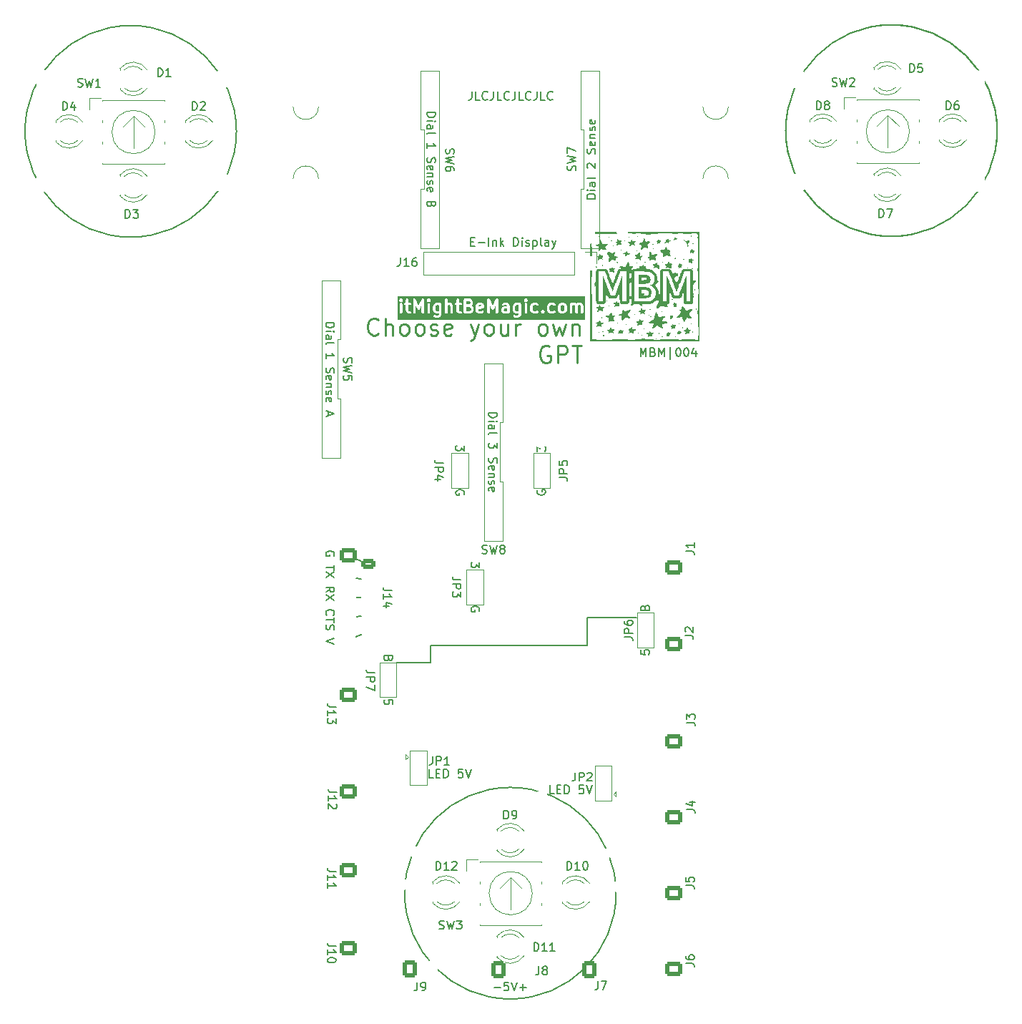
<source format=gto>
%TF.GenerationSoftware,KiCad,Pcbnew,7.0.7*%
%TF.CreationDate,2023-09-25T22:52:37-04:00*%
%TF.ProjectId,Matrix,4d617472-6978-42e6-9b69-6361645f7063,rev?*%
%TF.SameCoordinates,Original*%
%TF.FileFunction,Legend,Top*%
%TF.FilePolarity,Positive*%
%FSLAX46Y46*%
G04 Gerber Fmt 4.6, Leading zero omitted, Abs format (unit mm)*
G04 Created by KiCad (PCBNEW 7.0.7) date 2023-09-25 22:52:37*
%MOMM*%
%LPD*%
G01*
G04 APERTURE LIST*
G04 Aperture macros list*
%AMRoundRect*
0 Rectangle with rounded corners*
0 $1 Rounding radius*
0 $2 $3 $4 $5 $6 $7 $8 $9 X,Y pos of 4 corners*
0 Add a 4 corners polygon primitive as box body*
4,1,4,$2,$3,$4,$5,$6,$7,$8,$9,$2,$3,0*
0 Add four circle primitives for the rounded corners*
1,1,$1+$1,$2,$3*
1,1,$1+$1,$4,$5*
1,1,$1+$1,$6,$7*
1,1,$1+$1,$8,$9*
0 Add four rect primitives between the rounded corners*
20,1,$1+$1,$2,$3,$4,$5,0*
20,1,$1+$1,$4,$5,$6,$7,0*
20,1,$1+$1,$6,$7,$8,$9,0*
20,1,$1+$1,$8,$9,$2,$3,0*%
G04 Aperture macros list end*
%ADD10C,0.150000*%
%ADD11C,0.300000*%
%ADD12C,0.250000*%
%ADD13C,0.120000*%
%ADD14C,0.100000*%
%ADD15R,1.800000X1.800000*%
%ADD16C,1.800000*%
%ADD17C,2.200000*%
%ADD18R,1.500000X1.000000*%
%ADD19C,0.500000*%
%ADD20R,2.100000X1.900000*%
%ADD21O,2.100000X1.900000*%
%ADD22O,1.200000X2.000000*%
%ADD23R,1.700000X1.700000*%
%ADD24O,1.700000X1.700000*%
%ADD25R,1.600000X1.600000*%
%ADD26O,1.600000X1.600000*%
%ADD27RoundRect,0.250000X0.750000X-0.600000X0.750000X0.600000X-0.750000X0.600000X-0.750000X-0.600000X0*%
%ADD28O,2.000000X1.700000*%
%ADD29RoundRect,0.250000X-0.625000X0.350000X-0.625000X-0.350000X0.625000X-0.350000X0.625000X0.350000X0*%
%ADD30O,1.750000X1.200000*%
%ADD31C,1.600000*%
%ADD32R,1.300000X1.300000*%
%ADD33C,1.300000*%
%ADD34RoundRect,0.250000X-0.600000X-0.750000X0.600000X-0.750000X0.600000X0.750000X-0.600000X0.750000X0*%
%ADD35O,1.700000X2.000000*%
%ADD36RoundRect,0.250000X-0.725000X0.600000X-0.725000X-0.600000X0.725000X-0.600000X0.725000X0.600000X0*%
%ADD37O,1.950000X1.700000*%
%ADD38RoundRect,0.250000X0.725000X-0.600000X0.725000X0.600000X-0.725000X0.600000X-0.725000X-0.600000X0*%
%ADD39RoundRect,0.250000X-0.750000X0.600000X-0.750000X-0.600000X0.750000X-0.600000X0.750000X0.600000X0*%
G04 APERTURE END LIST*
D10*
X141122493Y-46669819D02*
X141122493Y-47384104D01*
X141122493Y-47384104D02*
X141074874Y-47526961D01*
X141074874Y-47526961D02*
X140979636Y-47622200D01*
X140979636Y-47622200D02*
X140836779Y-47669819D01*
X140836779Y-47669819D02*
X140741541Y-47669819D01*
X142074874Y-47669819D02*
X141598684Y-47669819D01*
X141598684Y-47669819D02*
X141598684Y-46669819D01*
X142979636Y-47574580D02*
X142932017Y-47622200D01*
X142932017Y-47622200D02*
X142789160Y-47669819D01*
X142789160Y-47669819D02*
X142693922Y-47669819D01*
X142693922Y-47669819D02*
X142551065Y-47622200D01*
X142551065Y-47622200D02*
X142455827Y-47526961D01*
X142455827Y-47526961D02*
X142408208Y-47431723D01*
X142408208Y-47431723D02*
X142360589Y-47241247D01*
X142360589Y-47241247D02*
X142360589Y-47098390D01*
X142360589Y-47098390D02*
X142408208Y-46907914D01*
X142408208Y-46907914D02*
X142455827Y-46812676D01*
X142455827Y-46812676D02*
X142551065Y-46717438D01*
X142551065Y-46717438D02*
X142693922Y-46669819D01*
X142693922Y-46669819D02*
X142789160Y-46669819D01*
X142789160Y-46669819D02*
X142932017Y-46717438D01*
X142932017Y-46717438D02*
X142979636Y-46765057D01*
X143693922Y-46669819D02*
X143693922Y-47384104D01*
X143693922Y-47384104D02*
X143646303Y-47526961D01*
X143646303Y-47526961D02*
X143551065Y-47622200D01*
X143551065Y-47622200D02*
X143408208Y-47669819D01*
X143408208Y-47669819D02*
X143312970Y-47669819D01*
X144646303Y-47669819D02*
X144170113Y-47669819D01*
X144170113Y-47669819D02*
X144170113Y-46669819D01*
X145551065Y-47574580D02*
X145503446Y-47622200D01*
X145503446Y-47622200D02*
X145360589Y-47669819D01*
X145360589Y-47669819D02*
X145265351Y-47669819D01*
X145265351Y-47669819D02*
X145122494Y-47622200D01*
X145122494Y-47622200D02*
X145027256Y-47526961D01*
X145027256Y-47526961D02*
X144979637Y-47431723D01*
X144979637Y-47431723D02*
X144932018Y-47241247D01*
X144932018Y-47241247D02*
X144932018Y-47098390D01*
X144932018Y-47098390D02*
X144979637Y-46907914D01*
X144979637Y-46907914D02*
X145027256Y-46812676D01*
X145027256Y-46812676D02*
X145122494Y-46717438D01*
X145122494Y-46717438D02*
X145265351Y-46669819D01*
X145265351Y-46669819D02*
X145360589Y-46669819D01*
X145360589Y-46669819D02*
X145503446Y-46717438D01*
X145503446Y-46717438D02*
X145551065Y-46765057D01*
X146265351Y-46669819D02*
X146265351Y-47384104D01*
X146265351Y-47384104D02*
X146217732Y-47526961D01*
X146217732Y-47526961D02*
X146122494Y-47622200D01*
X146122494Y-47622200D02*
X145979637Y-47669819D01*
X145979637Y-47669819D02*
X145884399Y-47669819D01*
X147217732Y-47669819D02*
X146741542Y-47669819D01*
X146741542Y-47669819D02*
X146741542Y-46669819D01*
X148122494Y-47574580D02*
X148074875Y-47622200D01*
X148074875Y-47622200D02*
X147932018Y-47669819D01*
X147932018Y-47669819D02*
X147836780Y-47669819D01*
X147836780Y-47669819D02*
X147693923Y-47622200D01*
X147693923Y-47622200D02*
X147598685Y-47526961D01*
X147598685Y-47526961D02*
X147551066Y-47431723D01*
X147551066Y-47431723D02*
X147503447Y-47241247D01*
X147503447Y-47241247D02*
X147503447Y-47098390D01*
X147503447Y-47098390D02*
X147551066Y-46907914D01*
X147551066Y-46907914D02*
X147598685Y-46812676D01*
X147598685Y-46812676D02*
X147693923Y-46717438D01*
X147693923Y-46717438D02*
X147836780Y-46669819D01*
X147836780Y-46669819D02*
X147932018Y-46669819D01*
X147932018Y-46669819D02*
X148074875Y-46717438D01*
X148074875Y-46717438D02*
X148122494Y-46765057D01*
X148836780Y-46669819D02*
X148836780Y-47384104D01*
X148836780Y-47384104D02*
X148789161Y-47526961D01*
X148789161Y-47526961D02*
X148693923Y-47622200D01*
X148693923Y-47622200D02*
X148551066Y-47669819D01*
X148551066Y-47669819D02*
X148455828Y-47669819D01*
X149789161Y-47669819D02*
X149312971Y-47669819D01*
X149312971Y-47669819D02*
X149312971Y-46669819D01*
X150693923Y-47574580D02*
X150646304Y-47622200D01*
X150646304Y-47622200D02*
X150503447Y-47669819D01*
X150503447Y-47669819D02*
X150408209Y-47669819D01*
X150408209Y-47669819D02*
X150265352Y-47622200D01*
X150265352Y-47622200D02*
X150170114Y-47526961D01*
X150170114Y-47526961D02*
X150122495Y-47431723D01*
X150122495Y-47431723D02*
X150074876Y-47241247D01*
X150074876Y-47241247D02*
X150074876Y-47098390D01*
X150074876Y-47098390D02*
X150122495Y-46907914D01*
X150122495Y-46907914D02*
X150170114Y-46812676D01*
X150170114Y-46812676D02*
X150265352Y-46717438D01*
X150265352Y-46717438D02*
X150408209Y-46669819D01*
X150408209Y-46669819D02*
X150503447Y-46669819D01*
X150503447Y-46669819D02*
X150646304Y-46717438D01*
X150646304Y-46717438D02*
X150693923Y-46765057D01*
X136220000Y-114280000D02*
X136220000Y-112210000D01*
X126500000Y-111500000D02*
X128900000Y-110600000D01*
X154810000Y-112200000D02*
X154810000Y-108910000D01*
X126500000Y-101600000D02*
X128900000Y-102600000D01*
X136220000Y-112210000D02*
X154810000Y-112200000D01*
X158215990Y-141527500D02*
G75*
G03*
X158215990Y-141527500I-12515990J0D01*
G01*
X203315990Y-51312000D02*
G75*
G03*
X203315990Y-51312000I-12515990J0D01*
G01*
X126500000Y-109000000D02*
X128900000Y-108600000D01*
X126500000Y-104000000D02*
X128900000Y-104600000D01*
X126500000Y-106500000D02*
X128900000Y-106600000D01*
X132200000Y-114280000D02*
X136220000Y-114280000D01*
X154810000Y-108910000D02*
X160670000Y-108910000D01*
X203340990Y-51287000D02*
G75*
G03*
X203340990Y-51287000I-12515990J0D01*
G01*
X113267990Y-51387000D02*
G75*
G03*
X113267990Y-51387000I-12515990J0D01*
G01*
D11*
G36*
X137247369Y-71964962D02*
G01*
X137247369Y-72636694D01*
X137219102Y-72650828D01*
X137004207Y-72650828D01*
X136914793Y-72606121D01*
X136877788Y-72569116D01*
X136833083Y-72479704D01*
X136833083Y-72121951D01*
X136877788Y-72032540D01*
X136914793Y-71995535D01*
X137004207Y-71950828D01*
X137219101Y-71950828D01*
X137247369Y-71964962D01*
G37*
G36*
X146675941Y-71964962D02*
G01*
X146675941Y-72636694D01*
X146647674Y-72650828D01*
X146432779Y-72650828D01*
X146343365Y-72606121D01*
X146306360Y-72569116D01*
X146261655Y-72479704D01*
X146261655Y-72121951D01*
X146306360Y-72032540D01*
X146343365Y-71995535D01*
X146432779Y-71950828D01*
X146647673Y-71950828D01*
X146675941Y-71964962D01*
G37*
G36*
X140959199Y-72217647D02*
G01*
X140988376Y-72246824D01*
X141033083Y-72336237D01*
X141033083Y-72479704D01*
X140988376Y-72569117D01*
X140951371Y-72606122D01*
X140861959Y-72650828D01*
X140475940Y-72650828D01*
X140475940Y-72165114D01*
X140801597Y-72165114D01*
X140959199Y-72217647D01*
G37*
G36*
X140879944Y-71495535D02*
G01*
X140916948Y-71532539D01*
X140961655Y-71621952D01*
X140961655Y-71693989D01*
X140916948Y-71783402D01*
X140879944Y-71820406D01*
X140790530Y-71865114D01*
X140475940Y-71865114D01*
X140475940Y-71450828D01*
X140790530Y-71450828D01*
X140879944Y-71495535D01*
G37*
G36*
X142285566Y-71984060D02*
G01*
X142311741Y-72036411D01*
X141904512Y-72117857D01*
X141904512Y-72050523D01*
X141937743Y-71984060D01*
X142004208Y-71950828D01*
X142219102Y-71950828D01*
X142285566Y-71984060D01*
G37*
G36*
X145318798Y-72636694D02*
G01*
X145290531Y-72650828D01*
X145004207Y-72650828D01*
X144937744Y-72617597D01*
X144904512Y-72551132D01*
X144904512Y-72479094D01*
X144937743Y-72412631D01*
X145004207Y-72379400D01*
X145318798Y-72379400D01*
X145318798Y-72636694D01*
G37*
G36*
X152022802Y-71995535D02*
G01*
X152059806Y-72032539D01*
X152104512Y-72121951D01*
X152104512Y-72479704D01*
X152059805Y-72569117D01*
X152022800Y-72606122D01*
X151933388Y-72650828D01*
X151789922Y-72650828D01*
X151700508Y-72606121D01*
X151663503Y-72569116D01*
X151618798Y-72479704D01*
X151618798Y-72121951D01*
X151663503Y-72032540D01*
X151700508Y-71995535D01*
X151789922Y-71950828D01*
X151933388Y-71950828D01*
X152022802Y-71995535D01*
G37*
G36*
X154547370Y-73665114D02*
G01*
X132323907Y-73665114D01*
X132323907Y-72800828D01*
X132604510Y-72800828D01*
X132624606Y-72875828D01*
X132679510Y-72930732D01*
X132754510Y-72950828D01*
X132829510Y-72930732D01*
X132884414Y-72875828D01*
X132904510Y-72800828D01*
X132904510Y-71800828D01*
X133104511Y-71800828D01*
X133124607Y-71875828D01*
X133179511Y-71930732D01*
X133254511Y-71950828D01*
X133318796Y-71950828D01*
X133318796Y-72586542D01*
X133327719Y-72619843D01*
X133334632Y-72653624D01*
X133406061Y-72796482D01*
X133412146Y-72803344D01*
X133415048Y-72812049D01*
X133437588Y-72832036D01*
X133457576Y-72854577D01*
X133466280Y-72857478D01*
X133473143Y-72863564D01*
X133616001Y-72934992D01*
X133649776Y-72941903D01*
X133683082Y-72950828D01*
X133825939Y-72950828D01*
X133900939Y-72930732D01*
X133955843Y-72875828D01*
X133975939Y-72800828D01*
X134175939Y-72800828D01*
X134196035Y-72875828D01*
X134250939Y-72930732D01*
X134325939Y-72950828D01*
X134400939Y-72930732D01*
X134455843Y-72875828D01*
X134475939Y-72800828D01*
X134475939Y-71976961D01*
X134690012Y-72435690D01*
X134698519Y-72445822D01*
X134703041Y-72458257D01*
X134723096Y-72475095D01*
X134739939Y-72495156D01*
X134752375Y-72499678D01*
X134762506Y-72508184D01*
X134788290Y-72512738D01*
X134812910Y-72521691D01*
X134825941Y-72519389D01*
X134838968Y-72521690D01*
X134863576Y-72512741D01*
X134889372Y-72508185D01*
X134899506Y-72499675D01*
X134911939Y-72495155D01*
X134928776Y-72475100D01*
X134948837Y-72458258D01*
X134953359Y-72445821D01*
X134961866Y-72435690D01*
X135175939Y-71976962D01*
X135175939Y-72800828D01*
X135196035Y-72875828D01*
X135250939Y-72930732D01*
X135325939Y-72950828D01*
X135400939Y-72930732D01*
X135455843Y-72875828D01*
X135475939Y-72800828D01*
X135890225Y-72800828D01*
X135910321Y-72875828D01*
X135965225Y-72930732D01*
X136040225Y-72950828D01*
X136115225Y-72930732D01*
X136170129Y-72875828D01*
X136190225Y-72800828D01*
X136190225Y-72515114D01*
X136533083Y-72515114D01*
X136542006Y-72548417D01*
X136548919Y-72582196D01*
X136620347Y-72725053D01*
X136636370Y-72743122D01*
X136648445Y-72764037D01*
X136719874Y-72835466D01*
X136740788Y-72847540D01*
X136758858Y-72863564D01*
X136901716Y-72934992D01*
X136935491Y-72941903D01*
X136968797Y-72950828D01*
X137247369Y-72950828D01*
X137247369Y-72979703D01*
X137202662Y-73069116D01*
X137165656Y-73106122D01*
X137076244Y-73150828D01*
X136932778Y-73150828D01*
X136821592Y-73095236D01*
X136745523Y-73079669D01*
X136671862Y-73104224D01*
X136620347Y-73162319D01*
X136604780Y-73238388D01*
X136629335Y-73312049D01*
X136687430Y-73363564D01*
X136830288Y-73434993D01*
X136864072Y-73441906D01*
X136897369Y-73450828D01*
X137111654Y-73450828D01*
X137144957Y-73441904D01*
X137178736Y-73434992D01*
X137321593Y-73363564D01*
X137339662Y-73347540D01*
X137360577Y-73335466D01*
X137432006Y-73264037D01*
X137444081Y-73243121D01*
X137460104Y-73225053D01*
X137531533Y-73082197D01*
X137538446Y-73048414D01*
X137547369Y-73015114D01*
X137547369Y-72800828D01*
X137961654Y-72800828D01*
X137981750Y-72875828D01*
X138036654Y-72930732D01*
X138111654Y-72950828D01*
X138186654Y-72930732D01*
X138241558Y-72875828D01*
X138261654Y-72800828D01*
X138261654Y-72005817D01*
X138271936Y-71995535D01*
X138361350Y-71950828D01*
X138504816Y-71950828D01*
X138571280Y-71984060D01*
X138604512Y-72050524D01*
X138604512Y-72800828D01*
X138624608Y-72875828D01*
X138679512Y-72930732D01*
X138754512Y-72950828D01*
X138829512Y-72930732D01*
X138884416Y-72875828D01*
X138904512Y-72800828D01*
X138904512Y-72015114D01*
X138895589Y-71981813D01*
X138888676Y-71948031D01*
X138817247Y-71805175D01*
X138813392Y-71800828D01*
X139104512Y-71800828D01*
X139124608Y-71875828D01*
X139179512Y-71930732D01*
X139254512Y-71950828D01*
X139318797Y-71950828D01*
X139318797Y-72586542D01*
X139327720Y-72619843D01*
X139334633Y-72653624D01*
X139406062Y-72796482D01*
X139412147Y-72803344D01*
X139415049Y-72812049D01*
X139437589Y-72832036D01*
X139457577Y-72854577D01*
X139466281Y-72857478D01*
X139473144Y-72863564D01*
X139616002Y-72934992D01*
X139649777Y-72941903D01*
X139683083Y-72950828D01*
X139825940Y-72950828D01*
X139900940Y-72930732D01*
X139955844Y-72875828D01*
X139975940Y-72800828D01*
X140175940Y-72800828D01*
X140196036Y-72875828D01*
X140250940Y-72930732D01*
X140325940Y-72950828D01*
X140897369Y-72950828D01*
X140930672Y-72941904D01*
X140964451Y-72934992D01*
X141107308Y-72863564D01*
X141125377Y-72847540D01*
X141146292Y-72835466D01*
X141217721Y-72764037D01*
X141229795Y-72743122D01*
X141245819Y-72725053D01*
X141315074Y-72586542D01*
X141604512Y-72586542D01*
X141613436Y-72619847D01*
X141620348Y-72653623D01*
X141691776Y-72796482D01*
X141697863Y-72803346D01*
X141700764Y-72812049D01*
X141723299Y-72832032D01*
X141743291Y-72854577D01*
X141751996Y-72857478D01*
X141758859Y-72863564D01*
X141901717Y-72934993D01*
X141935501Y-72941906D01*
X141968798Y-72950828D01*
X142254512Y-72950828D01*
X142287815Y-72941904D01*
X142321594Y-72934992D01*
X142464451Y-72863564D01*
X142522546Y-72812049D01*
X142526286Y-72800828D01*
X142961654Y-72800828D01*
X142981750Y-72875828D01*
X143036654Y-72930732D01*
X143111654Y-72950828D01*
X143186654Y-72930732D01*
X143241558Y-72875828D01*
X143261654Y-72800828D01*
X143261654Y-71976961D01*
X143475727Y-72435690D01*
X143484234Y-72445822D01*
X143488756Y-72458257D01*
X143508811Y-72475095D01*
X143525654Y-72495156D01*
X143538090Y-72499678D01*
X143548221Y-72508184D01*
X143574005Y-72512738D01*
X143598625Y-72521691D01*
X143611656Y-72519389D01*
X143624683Y-72521690D01*
X143649291Y-72512741D01*
X143675087Y-72508185D01*
X143685221Y-72499675D01*
X143697654Y-72495155D01*
X143714491Y-72475100D01*
X143734552Y-72458258D01*
X143739074Y-72445821D01*
X143747581Y-72435690D01*
X143961654Y-71976962D01*
X143961654Y-72800828D01*
X143981750Y-72875828D01*
X144036654Y-72930732D01*
X144111654Y-72950828D01*
X144186654Y-72930732D01*
X144241558Y-72875828D01*
X144261654Y-72800828D01*
X144261654Y-72586542D01*
X144604512Y-72586542D01*
X144613436Y-72619847D01*
X144620348Y-72653623D01*
X144691776Y-72796482D01*
X144697863Y-72803346D01*
X144700764Y-72812049D01*
X144723299Y-72832032D01*
X144743291Y-72854577D01*
X144751996Y-72857478D01*
X144758859Y-72863564D01*
X144901717Y-72934993D01*
X144935501Y-72941906D01*
X144968798Y-72950828D01*
X145325940Y-72950828D01*
X145359245Y-72941903D01*
X145393021Y-72934992D01*
X145398839Y-72932082D01*
X145468798Y-72950828D01*
X145543798Y-72930732D01*
X145598702Y-72875828D01*
X145618798Y-72800828D01*
X145618798Y-72515114D01*
X145961655Y-72515114D01*
X145970578Y-72548417D01*
X145977491Y-72582196D01*
X146048919Y-72725053D01*
X146064942Y-72743122D01*
X146077017Y-72764037D01*
X146148446Y-72835466D01*
X146169360Y-72847540D01*
X146187430Y-72863564D01*
X146330288Y-72934992D01*
X146364063Y-72941903D01*
X146397369Y-72950828D01*
X146675941Y-72950828D01*
X146675941Y-72979703D01*
X146631234Y-73069116D01*
X146594228Y-73106122D01*
X146504816Y-73150828D01*
X146361350Y-73150828D01*
X146250164Y-73095236D01*
X146174095Y-73079669D01*
X146100434Y-73104224D01*
X146048919Y-73162319D01*
X146033352Y-73238388D01*
X146057907Y-73312049D01*
X146116002Y-73363564D01*
X146258860Y-73434993D01*
X146292644Y-73441906D01*
X146325941Y-73450828D01*
X146540226Y-73450828D01*
X146573529Y-73441904D01*
X146607308Y-73434992D01*
X146750165Y-73363564D01*
X146768234Y-73347540D01*
X146789149Y-73335466D01*
X146860578Y-73264037D01*
X146872653Y-73243121D01*
X146888676Y-73225053D01*
X146960105Y-73082197D01*
X146967018Y-73048414D01*
X146975941Y-73015114D01*
X146975941Y-72800828D01*
X147390226Y-72800828D01*
X147410322Y-72875828D01*
X147465226Y-72930732D01*
X147540226Y-72950828D01*
X147615226Y-72930732D01*
X147670130Y-72875828D01*
X147690226Y-72800828D01*
X147690226Y-72515114D01*
X148033084Y-72515114D01*
X148042007Y-72548417D01*
X148048920Y-72582196D01*
X148120348Y-72725053D01*
X148136371Y-72743122D01*
X148148446Y-72764037D01*
X148219875Y-72835466D01*
X148240789Y-72847540D01*
X148258859Y-72863564D01*
X148401717Y-72934992D01*
X148435492Y-72941903D01*
X148468798Y-72950828D01*
X148754512Y-72950828D01*
X148787817Y-72941903D01*
X148821593Y-72934992D01*
X148964452Y-72863564D01*
X149022547Y-72812049D01*
X149037156Y-72768224D01*
X149323909Y-72768224D01*
X149340224Y-72796482D01*
X149362732Y-72835466D01*
X149434160Y-72906894D01*
X149434162Y-72906895D01*
X149451261Y-72916767D01*
X149465226Y-72930732D01*
X149484299Y-72935842D01*
X149501402Y-72945717D01*
X149501403Y-72945717D01*
X149521151Y-72945717D01*
X149540226Y-72950828D01*
X149559301Y-72945717D01*
X149579049Y-72945717D01*
X149596151Y-72935843D01*
X149615226Y-72930732D01*
X149629189Y-72916768D01*
X149646291Y-72906895D01*
X149717720Y-72835467D01*
X149717722Y-72835465D01*
X149740229Y-72796482D01*
X149756544Y-72768224D01*
X149756544Y-72690578D01*
X149756544Y-72690577D01*
X149717721Y-72623334D01*
X149646292Y-72551905D01*
X149646291Y-72551904D01*
X149629189Y-72542030D01*
X149615226Y-72528067D01*
X149596151Y-72522955D01*
X149582569Y-72515114D01*
X150033084Y-72515114D01*
X150042007Y-72548417D01*
X150048920Y-72582196D01*
X150120348Y-72725053D01*
X150136371Y-72743122D01*
X150148446Y-72764037D01*
X150219875Y-72835466D01*
X150240789Y-72847540D01*
X150258859Y-72863564D01*
X150401717Y-72934992D01*
X150435492Y-72941903D01*
X150468798Y-72950828D01*
X150754512Y-72950828D01*
X150787817Y-72941903D01*
X150821593Y-72934992D01*
X150964452Y-72863564D01*
X151022547Y-72812049D01*
X151047101Y-72738388D01*
X151031535Y-72662319D01*
X150980020Y-72604223D01*
X150906358Y-72579669D01*
X150830289Y-72595235D01*
X150719103Y-72650828D01*
X150504208Y-72650828D01*
X150414794Y-72606121D01*
X150377789Y-72569116D01*
X150350789Y-72515114D01*
X151318798Y-72515114D01*
X151327721Y-72548417D01*
X151334634Y-72582196D01*
X151406062Y-72725053D01*
X151422085Y-72743122D01*
X151434160Y-72764037D01*
X151505589Y-72835466D01*
X151526503Y-72847540D01*
X151544573Y-72863564D01*
X151687431Y-72934992D01*
X151721206Y-72941903D01*
X151754512Y-72950828D01*
X151968798Y-72950828D01*
X152002101Y-72941904D01*
X152035880Y-72934992D01*
X152178737Y-72863564D01*
X152196806Y-72847540D01*
X152217721Y-72835466D01*
X152252359Y-72800828D01*
X152747369Y-72800828D01*
X152767465Y-72875828D01*
X152822369Y-72930732D01*
X152897369Y-72950828D01*
X152972369Y-72930732D01*
X153027273Y-72875828D01*
X153047369Y-72800828D01*
X153047369Y-72005817D01*
X153057651Y-71995535D01*
X153147065Y-71950828D01*
X153290531Y-71950828D01*
X153356995Y-71984060D01*
X153390227Y-72050524D01*
X153390227Y-72800828D01*
X153410323Y-72875828D01*
X153465227Y-72930732D01*
X153540227Y-72950828D01*
X153615227Y-72930732D01*
X153670131Y-72875828D01*
X153690227Y-72800828D01*
X153690227Y-72050523D01*
X153723458Y-71984060D01*
X153789922Y-71950828D01*
X153933388Y-71950828D01*
X153999852Y-71984060D01*
X154033084Y-72050524D01*
X154033084Y-72800828D01*
X154053180Y-72875828D01*
X154108084Y-72930732D01*
X154183084Y-72950828D01*
X154258084Y-72930732D01*
X154312988Y-72875828D01*
X154333084Y-72800828D01*
X154333084Y-72015114D01*
X154324161Y-71981813D01*
X154317248Y-71948031D01*
X154245819Y-71805175D01*
X154239732Y-71798311D01*
X154236832Y-71789609D01*
X154214291Y-71769620D01*
X154194303Y-71747080D01*
X154185600Y-71744179D01*
X154178737Y-71738093D01*
X154035880Y-71666664D01*
X154002099Y-71659751D01*
X153968798Y-71650828D01*
X153754512Y-71650828D01*
X153721211Y-71659750D01*
X153687429Y-71666664D01*
X153544573Y-71738093D01*
X153540226Y-71741947D01*
X153535880Y-71738093D01*
X153393023Y-71666664D01*
X153359242Y-71659751D01*
X153325941Y-71650828D01*
X153111655Y-71650828D01*
X153078354Y-71659750D01*
X153044572Y-71666664D01*
X152993596Y-71692151D01*
X152972369Y-71670924D01*
X152897369Y-71650828D01*
X152822369Y-71670924D01*
X152767465Y-71725828D01*
X152747369Y-71800828D01*
X152747369Y-72800828D01*
X152252359Y-72800828D01*
X152289150Y-72764037D01*
X152301224Y-72743122D01*
X152317248Y-72725053D01*
X152388676Y-72582195D01*
X152395587Y-72548419D01*
X152404512Y-72515114D01*
X152404512Y-72086542D01*
X152395587Y-72053236D01*
X152388676Y-72019461D01*
X152317248Y-71876603D01*
X152301224Y-71858533D01*
X152289149Y-71837618D01*
X152217720Y-71766190D01*
X152196805Y-71754115D01*
X152178737Y-71738093D01*
X152035880Y-71666664D01*
X152002099Y-71659751D01*
X151968798Y-71650828D01*
X151754512Y-71650828D01*
X151721211Y-71659750D01*
X151687429Y-71666664D01*
X151544573Y-71738093D01*
X151526504Y-71754115D01*
X151505590Y-71766190D01*
X151434161Y-71837618D01*
X151422085Y-71858533D01*
X151406062Y-71876603D01*
X151334634Y-72019460D01*
X151327721Y-72053238D01*
X151318798Y-72086542D01*
X151318798Y-72515114D01*
X150350789Y-72515114D01*
X150333084Y-72479704D01*
X150333084Y-72121951D01*
X150377789Y-72032540D01*
X150414794Y-71995535D01*
X150504208Y-71950828D01*
X150719102Y-71950828D01*
X150830288Y-72006421D01*
X150906357Y-72021988D01*
X150980019Y-71997434D01*
X151031534Y-71939339D01*
X151047101Y-71863270D01*
X151022547Y-71789608D01*
X150964452Y-71738093D01*
X150821594Y-71666664D01*
X150787813Y-71659751D01*
X150754512Y-71650828D01*
X150468798Y-71650828D01*
X150435497Y-71659750D01*
X150401715Y-71666664D01*
X150258859Y-71738093D01*
X150240790Y-71754115D01*
X150219876Y-71766190D01*
X150148447Y-71837618D01*
X150136371Y-71858533D01*
X150120348Y-71876603D01*
X150048920Y-72019460D01*
X150042007Y-72053238D01*
X150033084Y-72086542D01*
X150033084Y-72515114D01*
X149582569Y-72515114D01*
X149579049Y-72513082D01*
X149579048Y-72513082D01*
X149559301Y-72513082D01*
X149540226Y-72507971D01*
X149521151Y-72513082D01*
X149501402Y-72513082D01*
X149484299Y-72522956D01*
X149465226Y-72528067D01*
X149451261Y-72542031D01*
X149434160Y-72551905D01*
X149434159Y-72551905D01*
X149434159Y-72551906D01*
X149362731Y-72623334D01*
X149362732Y-72623334D01*
X149323909Y-72690577D01*
X149323909Y-72690578D01*
X149323909Y-72768224D01*
X149037156Y-72768224D01*
X149047101Y-72738388D01*
X149031535Y-72662319D01*
X148980020Y-72604223D01*
X148906358Y-72579669D01*
X148830289Y-72595235D01*
X148719103Y-72650828D01*
X148504208Y-72650828D01*
X148414794Y-72606121D01*
X148377789Y-72569116D01*
X148333084Y-72479704D01*
X148333084Y-72121951D01*
X148377789Y-72032540D01*
X148414794Y-71995535D01*
X148504208Y-71950828D01*
X148719102Y-71950828D01*
X148830288Y-72006421D01*
X148906357Y-72021988D01*
X148980019Y-71997434D01*
X149031534Y-71939339D01*
X149047101Y-71863270D01*
X149022547Y-71789608D01*
X148964452Y-71738093D01*
X148821594Y-71666664D01*
X148787813Y-71659751D01*
X148754512Y-71650828D01*
X148468798Y-71650828D01*
X148435497Y-71659750D01*
X148401715Y-71666664D01*
X148258859Y-71738093D01*
X148240790Y-71754115D01*
X148219876Y-71766190D01*
X148148447Y-71837618D01*
X148136371Y-71858533D01*
X148120348Y-71876603D01*
X148048920Y-72019460D01*
X148042007Y-72053238D01*
X148033084Y-72086542D01*
X148033084Y-72515114D01*
X147690226Y-72515114D01*
X147690226Y-71800828D01*
X147670130Y-71725828D01*
X147615226Y-71670924D01*
X147540226Y-71650828D01*
X147465226Y-71670924D01*
X147410322Y-71725828D01*
X147390226Y-71800828D01*
X147390226Y-72800828D01*
X146975941Y-72800828D01*
X146975941Y-71800828D01*
X146955845Y-71725828D01*
X146900941Y-71670924D01*
X146825941Y-71650828D01*
X146755983Y-71669573D01*
X146750165Y-71666664D01*
X146716384Y-71659751D01*
X146683083Y-71650828D01*
X146397369Y-71650828D01*
X146364068Y-71659750D01*
X146330286Y-71666664D01*
X146187430Y-71738093D01*
X146169361Y-71754115D01*
X146148447Y-71766190D01*
X146077018Y-71837618D01*
X146064942Y-71858533D01*
X146048919Y-71876603D01*
X145977491Y-72019460D01*
X145970578Y-72053238D01*
X145961655Y-72086542D01*
X145961655Y-72515114D01*
X145618798Y-72515114D01*
X145618798Y-72015114D01*
X145609875Y-71981813D01*
X145602962Y-71948031D01*
X145531533Y-71805175D01*
X145525446Y-71798311D01*
X145522546Y-71789609D01*
X145500005Y-71769620D01*
X145480017Y-71747080D01*
X145471314Y-71744179D01*
X145464451Y-71738093D01*
X145321594Y-71666664D01*
X145287813Y-71659751D01*
X145254512Y-71650828D01*
X144968798Y-71650828D01*
X144935496Y-71659751D01*
X144901716Y-71666664D01*
X144758858Y-71738093D01*
X144700763Y-71789608D01*
X144676209Y-71863270D01*
X144691776Y-71939339D01*
X144743291Y-71997434D01*
X144816953Y-72021988D01*
X144893022Y-72006421D01*
X145004208Y-71950828D01*
X145219102Y-71950828D01*
X145285566Y-71984060D01*
X145318798Y-72050524D01*
X145318798Y-72065266D01*
X145290530Y-72079400D01*
X144968798Y-72079400D01*
X144935501Y-72088321D01*
X144901717Y-72095235D01*
X144758859Y-72166664D01*
X144751996Y-72172749D01*
X144743291Y-72175651D01*
X144723299Y-72198195D01*
X144700764Y-72218179D01*
X144697863Y-72226881D01*
X144691776Y-72233746D01*
X144620348Y-72376603D01*
X144613435Y-72410381D01*
X144604512Y-72443685D01*
X144604512Y-72586542D01*
X144261654Y-72586542D01*
X144261654Y-71411081D01*
X147323909Y-71411081D01*
X147340224Y-71439339D01*
X147362732Y-71478323D01*
X147434160Y-71549751D01*
X147434162Y-71549752D01*
X147451261Y-71559624D01*
X147465226Y-71573589D01*
X147484299Y-71578699D01*
X147501402Y-71588574D01*
X147501403Y-71588574D01*
X147521151Y-71588574D01*
X147540226Y-71593685D01*
X147559301Y-71588574D01*
X147579049Y-71588574D01*
X147596151Y-71578700D01*
X147615226Y-71573589D01*
X147629189Y-71559625D01*
X147646291Y-71549752D01*
X147717720Y-71478324D01*
X147717722Y-71478322D01*
X147740229Y-71439339D01*
X147756544Y-71411081D01*
X147756544Y-71333435D01*
X147756544Y-71333434D01*
X147731241Y-71289608D01*
X147717722Y-71266192D01*
X147717721Y-71266191D01*
X147646292Y-71194762D01*
X147646291Y-71194761D01*
X147629189Y-71184887D01*
X147615226Y-71170924D01*
X147596151Y-71165812D01*
X147579049Y-71155939D01*
X147579048Y-71155939D01*
X147559301Y-71155939D01*
X147540226Y-71150828D01*
X147521151Y-71155939D01*
X147501402Y-71155939D01*
X147484299Y-71165813D01*
X147465226Y-71170924D01*
X147451261Y-71184888D01*
X147434160Y-71194762D01*
X147434159Y-71194762D01*
X147434159Y-71194763D01*
X147362731Y-71266192D01*
X147349212Y-71289608D01*
X147323909Y-71333434D01*
X147323909Y-71333435D01*
X147323909Y-71411081D01*
X144261654Y-71411081D01*
X144261654Y-71300828D01*
X144259925Y-71294375D01*
X144261087Y-71287798D01*
X144249974Y-71257237D01*
X144241558Y-71225828D01*
X144236834Y-71221104D01*
X144234552Y-71214827D01*
X144209645Y-71193915D01*
X144186654Y-71170924D01*
X144180203Y-71169195D01*
X144175087Y-71164900D01*
X144143056Y-71159242D01*
X144111654Y-71150828D01*
X144105204Y-71152556D01*
X144098625Y-71151394D01*
X144068057Y-71162509D01*
X144036654Y-71170924D01*
X144031931Y-71175646D01*
X144025654Y-71177929D01*
X144004744Y-71202833D01*
X143981750Y-71225828D01*
X143980021Y-71232280D01*
X143975727Y-71237395D01*
X143611654Y-72017551D01*
X143247581Y-71237395D01*
X143243286Y-71232280D01*
X143241558Y-71225828D01*
X143218560Y-71202830D01*
X143197654Y-71177930D01*
X143191377Y-71175647D01*
X143186654Y-71170924D01*
X143155240Y-71162506D01*
X143124683Y-71151395D01*
X143118105Y-71152556D01*
X143111654Y-71150828D01*
X143080240Y-71159245D01*
X143048221Y-71164901D01*
X143043106Y-71169195D01*
X143036654Y-71170924D01*
X143013656Y-71193921D01*
X142988756Y-71214828D01*
X142986473Y-71221104D01*
X142981750Y-71225828D01*
X142973332Y-71257241D01*
X142962221Y-71287799D01*
X142963382Y-71294376D01*
X142961654Y-71300828D01*
X142961654Y-72800828D01*
X142526286Y-72800828D01*
X142547100Y-72738388D01*
X142531533Y-72662318D01*
X142480018Y-72604223D01*
X142406357Y-72579669D01*
X142330288Y-72595236D01*
X142219102Y-72650828D01*
X142004207Y-72650828D01*
X141937744Y-72617597D01*
X141904512Y-72551132D01*
X141904512Y-72423798D01*
X142498216Y-72305058D01*
X142520156Y-72294209D01*
X142543798Y-72287875D01*
X142554389Y-72277283D01*
X142567818Y-72270644D01*
X142581395Y-72250277D01*
X142598702Y-72232971D01*
X142602579Y-72218501D01*
X142610888Y-72206038D01*
X142612463Y-72181613D01*
X142618798Y-72157971D01*
X142618798Y-72015114D01*
X142609875Y-71981813D01*
X142602962Y-71948031D01*
X142531533Y-71805175D01*
X142525446Y-71798311D01*
X142522546Y-71789609D01*
X142500005Y-71769620D01*
X142480017Y-71747080D01*
X142471314Y-71744179D01*
X142464451Y-71738093D01*
X142321594Y-71666664D01*
X142287813Y-71659751D01*
X142254512Y-71650828D01*
X141968798Y-71650828D01*
X141935496Y-71659751D01*
X141901716Y-71666664D01*
X141758858Y-71738093D01*
X141751995Y-71744178D01*
X141743291Y-71747080D01*
X141723303Y-71769620D01*
X141700763Y-71789608D01*
X141697861Y-71798312D01*
X141691776Y-71805175D01*
X141620348Y-71948032D01*
X141613435Y-71981810D01*
X141604512Y-72015114D01*
X141604512Y-72586542D01*
X141315074Y-72586542D01*
X141317247Y-72582195D01*
X141324158Y-72548419D01*
X141333083Y-72515114D01*
X141333083Y-72300828D01*
X141324158Y-72267522D01*
X141317247Y-72233747D01*
X141245819Y-72090889D01*
X141229795Y-72072819D01*
X141217721Y-72051905D01*
X141146292Y-71980476D01*
X141144927Y-71979687D01*
X141146292Y-71978323D01*
X141158367Y-71957407D01*
X141174390Y-71939339D01*
X141245819Y-71796483D01*
X141252732Y-71762700D01*
X141261655Y-71729400D01*
X141261655Y-71586542D01*
X141252732Y-71553241D01*
X141245819Y-71519459D01*
X141174390Y-71376603D01*
X141158367Y-71358534D01*
X141146292Y-71337619D01*
X141074864Y-71266191D01*
X141053949Y-71254116D01*
X141035880Y-71238093D01*
X140893022Y-71166664D01*
X140859241Y-71159751D01*
X140825940Y-71150828D01*
X140325940Y-71150828D01*
X140250940Y-71170924D01*
X140196036Y-71225828D01*
X140175940Y-71300828D01*
X140175940Y-72800828D01*
X139975940Y-72800828D01*
X139955844Y-72725828D01*
X139900940Y-72670924D01*
X139825940Y-72650828D01*
X139718493Y-72650828D01*
X139652029Y-72617596D01*
X139618797Y-72551131D01*
X139618797Y-71950828D01*
X139825940Y-71950828D01*
X139900940Y-71930732D01*
X139955844Y-71875828D01*
X139975940Y-71800828D01*
X139955844Y-71725828D01*
X139900940Y-71670924D01*
X139825940Y-71650828D01*
X139618797Y-71650828D01*
X139618797Y-71300828D01*
X139598701Y-71225828D01*
X139543797Y-71170924D01*
X139468797Y-71150828D01*
X139393797Y-71170924D01*
X139338893Y-71225828D01*
X139318797Y-71300828D01*
X139318797Y-71650828D01*
X139254512Y-71650828D01*
X139179512Y-71670924D01*
X139124608Y-71725828D01*
X139104512Y-71800828D01*
X138813392Y-71800828D01*
X138811160Y-71798311D01*
X138808260Y-71789609D01*
X138785719Y-71769620D01*
X138765731Y-71747080D01*
X138757028Y-71744179D01*
X138750165Y-71738093D01*
X138607308Y-71666664D01*
X138573527Y-71659751D01*
X138540226Y-71650828D01*
X138325940Y-71650828D01*
X138292639Y-71659750D01*
X138261654Y-71666091D01*
X138261654Y-71300828D01*
X138241558Y-71225828D01*
X138186654Y-71170924D01*
X138111654Y-71150828D01*
X138036654Y-71170924D01*
X137981750Y-71225828D01*
X137961654Y-71300828D01*
X137961654Y-72800828D01*
X137547369Y-72800828D01*
X137547369Y-71800828D01*
X137527273Y-71725828D01*
X137472369Y-71670924D01*
X137397369Y-71650828D01*
X137327411Y-71669573D01*
X137321593Y-71666664D01*
X137287812Y-71659751D01*
X137254511Y-71650828D01*
X136968797Y-71650828D01*
X136935496Y-71659750D01*
X136901714Y-71666664D01*
X136758858Y-71738093D01*
X136740789Y-71754115D01*
X136719875Y-71766190D01*
X136648446Y-71837618D01*
X136636370Y-71858533D01*
X136620347Y-71876603D01*
X136548919Y-72019460D01*
X136542006Y-72053238D01*
X136533083Y-72086542D01*
X136533083Y-72515114D01*
X136190225Y-72515114D01*
X136190225Y-71800828D01*
X136170129Y-71725828D01*
X136115225Y-71670924D01*
X136040225Y-71650828D01*
X135965225Y-71670924D01*
X135910321Y-71725828D01*
X135890225Y-71800828D01*
X135890225Y-72800828D01*
X135475939Y-72800828D01*
X135475939Y-71411081D01*
X135823908Y-71411081D01*
X135840223Y-71439339D01*
X135862731Y-71478323D01*
X135934159Y-71549751D01*
X135934161Y-71549752D01*
X135951260Y-71559624D01*
X135965225Y-71573589D01*
X135984298Y-71578699D01*
X136001401Y-71588574D01*
X136001402Y-71588574D01*
X136021150Y-71588574D01*
X136040225Y-71593685D01*
X136059300Y-71588574D01*
X136079048Y-71588574D01*
X136096150Y-71578700D01*
X136115225Y-71573589D01*
X136129188Y-71559625D01*
X136146290Y-71549752D01*
X136217719Y-71478324D01*
X136217721Y-71478322D01*
X136240228Y-71439339D01*
X136256543Y-71411081D01*
X136256543Y-71333435D01*
X136256543Y-71333434D01*
X136231240Y-71289608D01*
X136217721Y-71266192D01*
X136217720Y-71266191D01*
X136146291Y-71194762D01*
X136146290Y-71194761D01*
X136129188Y-71184887D01*
X136115225Y-71170924D01*
X136096150Y-71165812D01*
X136079048Y-71155939D01*
X136079047Y-71155939D01*
X136059300Y-71155939D01*
X136040225Y-71150828D01*
X136021150Y-71155939D01*
X136001401Y-71155939D01*
X135984298Y-71165813D01*
X135965225Y-71170924D01*
X135951260Y-71184888D01*
X135934159Y-71194762D01*
X135934158Y-71194762D01*
X135934158Y-71194763D01*
X135862730Y-71266192D01*
X135849211Y-71289608D01*
X135823908Y-71333434D01*
X135823908Y-71333435D01*
X135823908Y-71411081D01*
X135475939Y-71411081D01*
X135475939Y-71300828D01*
X135474210Y-71294375D01*
X135475372Y-71287798D01*
X135464259Y-71257237D01*
X135455843Y-71225828D01*
X135451119Y-71221104D01*
X135448837Y-71214827D01*
X135423930Y-71193915D01*
X135400939Y-71170924D01*
X135394488Y-71169195D01*
X135389372Y-71164900D01*
X135357341Y-71159242D01*
X135325939Y-71150828D01*
X135319489Y-71152556D01*
X135312910Y-71151394D01*
X135282342Y-71162509D01*
X135250939Y-71170924D01*
X135246216Y-71175646D01*
X135239939Y-71177929D01*
X135219029Y-71202833D01*
X135196035Y-71225828D01*
X135194306Y-71232280D01*
X135190012Y-71237395D01*
X134825939Y-72017551D01*
X134461866Y-71237395D01*
X134457571Y-71232280D01*
X134455843Y-71225828D01*
X134432845Y-71202830D01*
X134411939Y-71177930D01*
X134405662Y-71175647D01*
X134400939Y-71170924D01*
X134369525Y-71162506D01*
X134338968Y-71151395D01*
X134332390Y-71152556D01*
X134325939Y-71150828D01*
X134294525Y-71159245D01*
X134262506Y-71164901D01*
X134257391Y-71169195D01*
X134250939Y-71170924D01*
X134227941Y-71193921D01*
X134203041Y-71214828D01*
X134200758Y-71221104D01*
X134196035Y-71225828D01*
X134187617Y-71257241D01*
X134176506Y-71287799D01*
X134177667Y-71294376D01*
X134175939Y-71300828D01*
X134175939Y-72800828D01*
X133975939Y-72800828D01*
X133955843Y-72725828D01*
X133900939Y-72670924D01*
X133825939Y-72650828D01*
X133718492Y-72650828D01*
X133652028Y-72617596D01*
X133618796Y-72551132D01*
X133618796Y-71950828D01*
X133825939Y-71950828D01*
X133900939Y-71930732D01*
X133955843Y-71875828D01*
X133975939Y-71800828D01*
X133955843Y-71725828D01*
X133900939Y-71670924D01*
X133825939Y-71650828D01*
X133618796Y-71650828D01*
X133618796Y-71300828D01*
X133598700Y-71225828D01*
X133543796Y-71170924D01*
X133468796Y-71150828D01*
X133393796Y-71170924D01*
X133338892Y-71225828D01*
X133318796Y-71300828D01*
X133318796Y-71650828D01*
X133254511Y-71650828D01*
X133179511Y-71670924D01*
X133124607Y-71725828D01*
X133104511Y-71800828D01*
X132904510Y-71800828D01*
X132884414Y-71725828D01*
X132829510Y-71670924D01*
X132754510Y-71650828D01*
X132679510Y-71670924D01*
X132624606Y-71725828D01*
X132604510Y-71800828D01*
X132604510Y-72800828D01*
X132323907Y-72800828D01*
X132323907Y-71411081D01*
X132538193Y-71411081D01*
X132554508Y-71439339D01*
X132577016Y-71478323D01*
X132648444Y-71549751D01*
X132648446Y-71549752D01*
X132665545Y-71559624D01*
X132679510Y-71573589D01*
X132698583Y-71578699D01*
X132715686Y-71588574D01*
X132715687Y-71588574D01*
X132735435Y-71588574D01*
X132754510Y-71593685D01*
X132773585Y-71588574D01*
X132793333Y-71588574D01*
X132810435Y-71578700D01*
X132829510Y-71573589D01*
X132843473Y-71559625D01*
X132860575Y-71549752D01*
X132932004Y-71478324D01*
X132932006Y-71478322D01*
X132954513Y-71439339D01*
X132970828Y-71411081D01*
X132970828Y-71333435D01*
X132970828Y-71333434D01*
X132945525Y-71289608D01*
X132932006Y-71266192D01*
X132932005Y-71266191D01*
X132860576Y-71194762D01*
X132860575Y-71194761D01*
X132843473Y-71184887D01*
X132829510Y-71170924D01*
X132810435Y-71165812D01*
X132793333Y-71155939D01*
X132793332Y-71155939D01*
X132773585Y-71155939D01*
X132754510Y-71150828D01*
X132735435Y-71155939D01*
X132715686Y-71155939D01*
X132698583Y-71165813D01*
X132679510Y-71170924D01*
X132665545Y-71184888D01*
X132648444Y-71194762D01*
X132648443Y-71194762D01*
X132648443Y-71194763D01*
X132577015Y-71266192D01*
X132563496Y-71289608D01*
X132538193Y-71333434D01*
X132538193Y-71333435D01*
X132538193Y-71411081D01*
X132323907Y-71411081D01*
X132323907Y-70936542D01*
X154547370Y-70936542D01*
X154547370Y-73665114D01*
G37*
D12*
X130049809Y-75331761D02*
X129954571Y-75427000D01*
X129954571Y-75427000D02*
X129668857Y-75522238D01*
X129668857Y-75522238D02*
X129478381Y-75522238D01*
X129478381Y-75522238D02*
X129192666Y-75427000D01*
X129192666Y-75427000D02*
X129002190Y-75236523D01*
X129002190Y-75236523D02*
X128906952Y-75046047D01*
X128906952Y-75046047D02*
X128811714Y-74665095D01*
X128811714Y-74665095D02*
X128811714Y-74379380D01*
X128811714Y-74379380D02*
X128906952Y-73998428D01*
X128906952Y-73998428D02*
X129002190Y-73807952D01*
X129002190Y-73807952D02*
X129192666Y-73617476D01*
X129192666Y-73617476D02*
X129478381Y-73522238D01*
X129478381Y-73522238D02*
X129668857Y-73522238D01*
X129668857Y-73522238D02*
X129954571Y-73617476D01*
X129954571Y-73617476D02*
X130049809Y-73712714D01*
X130906952Y-75522238D02*
X130906952Y-73522238D01*
X131764095Y-75522238D02*
X131764095Y-74474619D01*
X131764095Y-74474619D02*
X131668857Y-74284142D01*
X131668857Y-74284142D02*
X131478381Y-74188904D01*
X131478381Y-74188904D02*
X131192666Y-74188904D01*
X131192666Y-74188904D02*
X131002190Y-74284142D01*
X131002190Y-74284142D02*
X130906952Y-74379380D01*
X133002190Y-75522238D02*
X132811714Y-75427000D01*
X132811714Y-75427000D02*
X132716476Y-75331761D01*
X132716476Y-75331761D02*
X132621238Y-75141285D01*
X132621238Y-75141285D02*
X132621238Y-74569857D01*
X132621238Y-74569857D02*
X132716476Y-74379380D01*
X132716476Y-74379380D02*
X132811714Y-74284142D01*
X132811714Y-74284142D02*
X133002190Y-74188904D01*
X133002190Y-74188904D02*
X133287905Y-74188904D01*
X133287905Y-74188904D02*
X133478381Y-74284142D01*
X133478381Y-74284142D02*
X133573619Y-74379380D01*
X133573619Y-74379380D02*
X133668857Y-74569857D01*
X133668857Y-74569857D02*
X133668857Y-75141285D01*
X133668857Y-75141285D02*
X133573619Y-75331761D01*
X133573619Y-75331761D02*
X133478381Y-75427000D01*
X133478381Y-75427000D02*
X133287905Y-75522238D01*
X133287905Y-75522238D02*
X133002190Y-75522238D01*
X134811714Y-75522238D02*
X134621238Y-75427000D01*
X134621238Y-75427000D02*
X134526000Y-75331761D01*
X134526000Y-75331761D02*
X134430762Y-75141285D01*
X134430762Y-75141285D02*
X134430762Y-74569857D01*
X134430762Y-74569857D02*
X134526000Y-74379380D01*
X134526000Y-74379380D02*
X134621238Y-74284142D01*
X134621238Y-74284142D02*
X134811714Y-74188904D01*
X134811714Y-74188904D02*
X135097429Y-74188904D01*
X135097429Y-74188904D02*
X135287905Y-74284142D01*
X135287905Y-74284142D02*
X135383143Y-74379380D01*
X135383143Y-74379380D02*
X135478381Y-74569857D01*
X135478381Y-74569857D02*
X135478381Y-75141285D01*
X135478381Y-75141285D02*
X135383143Y-75331761D01*
X135383143Y-75331761D02*
X135287905Y-75427000D01*
X135287905Y-75427000D02*
X135097429Y-75522238D01*
X135097429Y-75522238D02*
X134811714Y-75522238D01*
X136240286Y-75427000D02*
X136430762Y-75522238D01*
X136430762Y-75522238D02*
X136811714Y-75522238D01*
X136811714Y-75522238D02*
X137002191Y-75427000D01*
X137002191Y-75427000D02*
X137097429Y-75236523D01*
X137097429Y-75236523D02*
X137097429Y-75141285D01*
X137097429Y-75141285D02*
X137002191Y-74950809D01*
X137002191Y-74950809D02*
X136811714Y-74855571D01*
X136811714Y-74855571D02*
X136526000Y-74855571D01*
X136526000Y-74855571D02*
X136335524Y-74760333D01*
X136335524Y-74760333D02*
X136240286Y-74569857D01*
X136240286Y-74569857D02*
X136240286Y-74474619D01*
X136240286Y-74474619D02*
X136335524Y-74284142D01*
X136335524Y-74284142D02*
X136526000Y-74188904D01*
X136526000Y-74188904D02*
X136811714Y-74188904D01*
X136811714Y-74188904D02*
X137002191Y-74284142D01*
X138716477Y-75427000D02*
X138526001Y-75522238D01*
X138526001Y-75522238D02*
X138145048Y-75522238D01*
X138145048Y-75522238D02*
X137954572Y-75427000D01*
X137954572Y-75427000D02*
X137859334Y-75236523D01*
X137859334Y-75236523D02*
X137859334Y-74474619D01*
X137859334Y-74474619D02*
X137954572Y-74284142D01*
X137954572Y-74284142D02*
X138145048Y-74188904D01*
X138145048Y-74188904D02*
X138526001Y-74188904D01*
X138526001Y-74188904D02*
X138716477Y-74284142D01*
X138716477Y-74284142D02*
X138811715Y-74474619D01*
X138811715Y-74474619D02*
X138811715Y-74665095D01*
X138811715Y-74665095D02*
X137859334Y-74855571D01*
X141002192Y-74188904D02*
X141478382Y-75522238D01*
X141954573Y-74188904D02*
X141478382Y-75522238D01*
X141478382Y-75522238D02*
X141287906Y-75998428D01*
X141287906Y-75998428D02*
X141192668Y-76093666D01*
X141192668Y-76093666D02*
X141002192Y-76188904D01*
X143002192Y-75522238D02*
X142811716Y-75427000D01*
X142811716Y-75427000D02*
X142716478Y-75331761D01*
X142716478Y-75331761D02*
X142621240Y-75141285D01*
X142621240Y-75141285D02*
X142621240Y-74569857D01*
X142621240Y-74569857D02*
X142716478Y-74379380D01*
X142716478Y-74379380D02*
X142811716Y-74284142D01*
X142811716Y-74284142D02*
X143002192Y-74188904D01*
X143002192Y-74188904D02*
X143287907Y-74188904D01*
X143287907Y-74188904D02*
X143478383Y-74284142D01*
X143478383Y-74284142D02*
X143573621Y-74379380D01*
X143573621Y-74379380D02*
X143668859Y-74569857D01*
X143668859Y-74569857D02*
X143668859Y-75141285D01*
X143668859Y-75141285D02*
X143573621Y-75331761D01*
X143573621Y-75331761D02*
X143478383Y-75427000D01*
X143478383Y-75427000D02*
X143287907Y-75522238D01*
X143287907Y-75522238D02*
X143002192Y-75522238D01*
X145383145Y-74188904D02*
X145383145Y-75522238D01*
X144526002Y-74188904D02*
X144526002Y-75236523D01*
X144526002Y-75236523D02*
X144621240Y-75427000D01*
X144621240Y-75427000D02*
X144811716Y-75522238D01*
X144811716Y-75522238D02*
X145097431Y-75522238D01*
X145097431Y-75522238D02*
X145287907Y-75427000D01*
X145287907Y-75427000D02*
X145383145Y-75331761D01*
X146335526Y-75522238D02*
X146335526Y-74188904D01*
X146335526Y-74569857D02*
X146430764Y-74379380D01*
X146430764Y-74379380D02*
X146526002Y-74284142D01*
X146526002Y-74284142D02*
X146716478Y-74188904D01*
X146716478Y-74188904D02*
X146906955Y-74188904D01*
X149383145Y-75522238D02*
X149192669Y-75427000D01*
X149192669Y-75427000D02*
X149097431Y-75331761D01*
X149097431Y-75331761D02*
X149002193Y-75141285D01*
X149002193Y-75141285D02*
X149002193Y-74569857D01*
X149002193Y-74569857D02*
X149097431Y-74379380D01*
X149097431Y-74379380D02*
X149192669Y-74284142D01*
X149192669Y-74284142D02*
X149383145Y-74188904D01*
X149383145Y-74188904D02*
X149668860Y-74188904D01*
X149668860Y-74188904D02*
X149859336Y-74284142D01*
X149859336Y-74284142D02*
X149954574Y-74379380D01*
X149954574Y-74379380D02*
X150049812Y-74569857D01*
X150049812Y-74569857D02*
X150049812Y-75141285D01*
X150049812Y-75141285D02*
X149954574Y-75331761D01*
X149954574Y-75331761D02*
X149859336Y-75427000D01*
X149859336Y-75427000D02*
X149668860Y-75522238D01*
X149668860Y-75522238D02*
X149383145Y-75522238D01*
X150716479Y-74188904D02*
X151097431Y-75522238D01*
X151097431Y-75522238D02*
X151478384Y-74569857D01*
X151478384Y-74569857D02*
X151859336Y-75522238D01*
X151859336Y-75522238D02*
X152240288Y-74188904D01*
X153002193Y-74188904D02*
X153002193Y-75522238D01*
X153002193Y-74379380D02*
X153097431Y-74284142D01*
X153097431Y-74284142D02*
X153287907Y-74188904D01*
X153287907Y-74188904D02*
X153573622Y-74188904D01*
X153573622Y-74188904D02*
X153764098Y-74284142D01*
X153764098Y-74284142D02*
X153859336Y-74474619D01*
X153859336Y-74474619D02*
X153859336Y-75522238D01*
X150335526Y-76837476D02*
X150145050Y-76742238D01*
X150145050Y-76742238D02*
X149859336Y-76742238D01*
X149859336Y-76742238D02*
X149573621Y-76837476D01*
X149573621Y-76837476D02*
X149383145Y-77027952D01*
X149383145Y-77027952D02*
X149287907Y-77218428D01*
X149287907Y-77218428D02*
X149192669Y-77599380D01*
X149192669Y-77599380D02*
X149192669Y-77885095D01*
X149192669Y-77885095D02*
X149287907Y-78266047D01*
X149287907Y-78266047D02*
X149383145Y-78456523D01*
X149383145Y-78456523D02*
X149573621Y-78647000D01*
X149573621Y-78647000D02*
X149859336Y-78742238D01*
X149859336Y-78742238D02*
X150049812Y-78742238D01*
X150049812Y-78742238D02*
X150335526Y-78647000D01*
X150335526Y-78647000D02*
X150430764Y-78551761D01*
X150430764Y-78551761D02*
X150430764Y-77885095D01*
X150430764Y-77885095D02*
X150049812Y-77885095D01*
X151287907Y-78742238D02*
X151287907Y-76742238D01*
X151287907Y-76742238D02*
X152049812Y-76742238D01*
X152049812Y-76742238D02*
X152240288Y-76837476D01*
X152240288Y-76837476D02*
X152335526Y-76932714D01*
X152335526Y-76932714D02*
X152430764Y-77123190D01*
X152430764Y-77123190D02*
X152430764Y-77408904D01*
X152430764Y-77408904D02*
X152335526Y-77599380D01*
X152335526Y-77599380D02*
X152240288Y-77694619D01*
X152240288Y-77694619D02*
X152049812Y-77789857D01*
X152049812Y-77789857D02*
X151287907Y-77789857D01*
X153002193Y-76742238D02*
X154145050Y-76742238D01*
X153573621Y-78742238D02*
X153573621Y-76742238D01*
D10*
X143754249Y-152673866D02*
X144516154Y-152673866D01*
X145468534Y-152054819D02*
X144992344Y-152054819D01*
X144992344Y-152054819D02*
X144944725Y-152531009D01*
X144944725Y-152531009D02*
X144992344Y-152483390D01*
X144992344Y-152483390D02*
X145087582Y-152435771D01*
X145087582Y-152435771D02*
X145325677Y-152435771D01*
X145325677Y-152435771D02*
X145420915Y-152483390D01*
X145420915Y-152483390D02*
X145468534Y-152531009D01*
X145468534Y-152531009D02*
X145516153Y-152626247D01*
X145516153Y-152626247D02*
X145516153Y-152864342D01*
X145516153Y-152864342D02*
X145468534Y-152959580D01*
X145468534Y-152959580D02*
X145420915Y-153007200D01*
X145420915Y-153007200D02*
X145325677Y-153054819D01*
X145325677Y-153054819D02*
X145087582Y-153054819D01*
X145087582Y-153054819D02*
X144992344Y-153007200D01*
X144992344Y-153007200D02*
X144944725Y-152959580D01*
X145801868Y-152054819D02*
X146135201Y-153054819D01*
X146135201Y-153054819D02*
X146468534Y-152054819D01*
X146801868Y-152673866D02*
X147563773Y-152673866D01*
X147182820Y-153054819D02*
X147182820Y-152292914D01*
X192978399Y-44383819D02*
X192978399Y-43383819D01*
X192978399Y-43383819D02*
X193216494Y-43383819D01*
X193216494Y-43383819D02*
X193359351Y-43431438D01*
X193359351Y-43431438D02*
X193454589Y-43526676D01*
X193454589Y-43526676D02*
X193502208Y-43621914D01*
X193502208Y-43621914D02*
X193549827Y-43812390D01*
X193549827Y-43812390D02*
X193549827Y-43955247D01*
X193549827Y-43955247D02*
X193502208Y-44145723D01*
X193502208Y-44145723D02*
X193454589Y-44240961D01*
X193454589Y-44240961D02*
X193359351Y-44336200D01*
X193359351Y-44336200D02*
X193216494Y-44383819D01*
X193216494Y-44383819D02*
X192978399Y-44383819D01*
X194454589Y-43383819D02*
X193978399Y-43383819D01*
X193978399Y-43383819D02*
X193930780Y-43860009D01*
X193930780Y-43860009D02*
X193978399Y-43812390D01*
X193978399Y-43812390D02*
X194073637Y-43764771D01*
X194073637Y-43764771D02*
X194311732Y-43764771D01*
X194311732Y-43764771D02*
X194406970Y-43812390D01*
X194406970Y-43812390D02*
X194454589Y-43860009D01*
X194454589Y-43860009D02*
X194502208Y-43955247D01*
X194502208Y-43955247D02*
X194502208Y-44193342D01*
X194502208Y-44193342D02*
X194454589Y-44288580D01*
X194454589Y-44288580D02*
X194406970Y-44336200D01*
X194406970Y-44336200D02*
X194311732Y-44383819D01*
X194311732Y-44383819D02*
X194073637Y-44383819D01*
X194073637Y-44383819D02*
X193978399Y-44336200D01*
X193978399Y-44336200D02*
X193930780Y-44288580D01*
X151454819Y-92333333D02*
X152169104Y-92333333D01*
X152169104Y-92333333D02*
X152311961Y-92380952D01*
X152311961Y-92380952D02*
X152407200Y-92476190D01*
X152407200Y-92476190D02*
X152454819Y-92619047D01*
X152454819Y-92619047D02*
X152454819Y-92714285D01*
X152454819Y-91857142D02*
X151454819Y-91857142D01*
X151454819Y-91857142D02*
X151454819Y-91476190D01*
X151454819Y-91476190D02*
X151502438Y-91380952D01*
X151502438Y-91380952D02*
X151550057Y-91333333D01*
X151550057Y-91333333D02*
X151645295Y-91285714D01*
X151645295Y-91285714D02*
X151788152Y-91285714D01*
X151788152Y-91285714D02*
X151883390Y-91333333D01*
X151883390Y-91333333D02*
X151931009Y-91380952D01*
X151931009Y-91380952D02*
X151978628Y-91476190D01*
X151978628Y-91476190D02*
X151978628Y-91857142D01*
X151454819Y-90380952D02*
X151454819Y-90857142D01*
X151454819Y-90857142D02*
X151931009Y-90904761D01*
X151931009Y-90904761D02*
X151883390Y-90857142D01*
X151883390Y-90857142D02*
X151835771Y-90761904D01*
X151835771Y-90761904D02*
X151835771Y-90523809D01*
X151835771Y-90523809D02*
X151883390Y-90428571D01*
X151883390Y-90428571D02*
X151931009Y-90380952D01*
X151931009Y-90380952D02*
X152026247Y-90333333D01*
X152026247Y-90333333D02*
X152264342Y-90333333D01*
X152264342Y-90333333D02*
X152359580Y-90380952D01*
X152359580Y-90380952D02*
X152407200Y-90428571D01*
X152407200Y-90428571D02*
X152454819Y-90523809D01*
X152454819Y-90523809D02*
X152454819Y-90761904D01*
X152454819Y-90761904D02*
X152407200Y-90857142D01*
X152407200Y-90857142D02*
X152359580Y-90904761D01*
X148854819Y-89233332D02*
X148854819Y-88614285D01*
X148854819Y-88614285D02*
X149235771Y-88947618D01*
X149235771Y-88947618D02*
X149235771Y-88804761D01*
X149235771Y-88804761D02*
X149283390Y-88709523D01*
X149283390Y-88709523D02*
X149331009Y-88661904D01*
X149331009Y-88661904D02*
X149426247Y-88614285D01*
X149426247Y-88614285D02*
X149664342Y-88614285D01*
X149664342Y-88614285D02*
X149759580Y-88661904D01*
X149759580Y-88661904D02*
X149807200Y-88709523D01*
X149807200Y-88709523D02*
X149854819Y-88804761D01*
X149854819Y-88804761D02*
X149854819Y-89090475D01*
X149854819Y-89090475D02*
X149807200Y-89185713D01*
X149807200Y-89185713D02*
X149759580Y-89233332D01*
X148902438Y-93838095D02*
X148854819Y-93933333D01*
X148854819Y-93933333D02*
X148854819Y-94076190D01*
X148854819Y-94076190D02*
X148902438Y-94219047D01*
X148902438Y-94219047D02*
X148997676Y-94314285D01*
X148997676Y-94314285D02*
X149092914Y-94361904D01*
X149092914Y-94361904D02*
X149283390Y-94409523D01*
X149283390Y-94409523D02*
X149426247Y-94409523D01*
X149426247Y-94409523D02*
X149616723Y-94361904D01*
X149616723Y-94361904D02*
X149711961Y-94314285D01*
X149711961Y-94314285D02*
X149807200Y-94219047D01*
X149807200Y-94219047D02*
X149854819Y-94076190D01*
X149854819Y-94076190D02*
X149854819Y-93980952D01*
X149854819Y-93980952D02*
X149807200Y-93838095D01*
X149807200Y-93838095D02*
X149759580Y-93790476D01*
X149759580Y-93790476D02*
X149426247Y-93790476D01*
X149426247Y-93790476D02*
X149426247Y-93980952D01*
X129645180Y-115466666D02*
X128930895Y-115466666D01*
X128930895Y-115466666D02*
X128788038Y-115419047D01*
X128788038Y-115419047D02*
X128692800Y-115323809D01*
X128692800Y-115323809D02*
X128645180Y-115180952D01*
X128645180Y-115180952D02*
X128645180Y-115085714D01*
X128645180Y-115942857D02*
X129645180Y-115942857D01*
X129645180Y-115942857D02*
X129645180Y-116323809D01*
X129645180Y-116323809D02*
X129597561Y-116419047D01*
X129597561Y-116419047D02*
X129549942Y-116466666D01*
X129549942Y-116466666D02*
X129454704Y-116514285D01*
X129454704Y-116514285D02*
X129311847Y-116514285D01*
X129311847Y-116514285D02*
X129216609Y-116466666D01*
X129216609Y-116466666D02*
X129168990Y-116419047D01*
X129168990Y-116419047D02*
X129121371Y-116323809D01*
X129121371Y-116323809D02*
X129121371Y-115942857D01*
X129645180Y-116847619D02*
X129645180Y-117514285D01*
X129645180Y-117514285D02*
X128645180Y-117085714D01*
X131268990Y-113771428D02*
X131221371Y-113914285D01*
X131221371Y-113914285D02*
X131173752Y-113961904D01*
X131173752Y-113961904D02*
X131078514Y-114009523D01*
X131078514Y-114009523D02*
X130935657Y-114009523D01*
X130935657Y-114009523D02*
X130840419Y-113961904D01*
X130840419Y-113961904D02*
X130792800Y-113914285D01*
X130792800Y-113914285D02*
X130745180Y-113819047D01*
X130745180Y-113819047D02*
X130745180Y-113438095D01*
X130745180Y-113438095D02*
X131745180Y-113438095D01*
X131745180Y-113438095D02*
X131745180Y-113771428D01*
X131745180Y-113771428D02*
X131697561Y-113866666D01*
X131697561Y-113866666D02*
X131649942Y-113914285D01*
X131649942Y-113914285D02*
X131554704Y-113961904D01*
X131554704Y-113961904D02*
X131459466Y-113961904D01*
X131459466Y-113961904D02*
X131364228Y-113914285D01*
X131364228Y-113914285D02*
X131316609Y-113866666D01*
X131316609Y-113866666D02*
X131268990Y-113771428D01*
X131268990Y-113771428D02*
X131268990Y-113438095D01*
X131745180Y-119138095D02*
X131745180Y-118661905D01*
X131745180Y-118661905D02*
X131268990Y-118614286D01*
X131268990Y-118614286D02*
X131316609Y-118661905D01*
X131316609Y-118661905D02*
X131364228Y-118757143D01*
X131364228Y-118757143D02*
X131364228Y-118995238D01*
X131364228Y-118995238D02*
X131316609Y-119090476D01*
X131316609Y-119090476D02*
X131268990Y-119138095D01*
X131268990Y-119138095D02*
X131173752Y-119185714D01*
X131173752Y-119185714D02*
X130935657Y-119185714D01*
X130935657Y-119185714D02*
X130840419Y-119138095D01*
X130840419Y-119138095D02*
X130792800Y-119090476D01*
X130792800Y-119090476D02*
X130745180Y-118995238D01*
X130745180Y-118995238D02*
X130745180Y-118757143D01*
X130745180Y-118757143D02*
X130792800Y-118661905D01*
X130792800Y-118661905D02*
X130840419Y-118614286D01*
X94491909Y-46094200D02*
X94634766Y-46141819D01*
X94634766Y-46141819D02*
X94872861Y-46141819D01*
X94872861Y-46141819D02*
X94968099Y-46094200D01*
X94968099Y-46094200D02*
X95015718Y-46046580D01*
X95015718Y-46046580D02*
X95063337Y-45951342D01*
X95063337Y-45951342D02*
X95063337Y-45856104D01*
X95063337Y-45856104D02*
X95015718Y-45760866D01*
X95015718Y-45760866D02*
X94968099Y-45713247D01*
X94968099Y-45713247D02*
X94872861Y-45665628D01*
X94872861Y-45665628D02*
X94682385Y-45618009D01*
X94682385Y-45618009D02*
X94587147Y-45570390D01*
X94587147Y-45570390D02*
X94539528Y-45522771D01*
X94539528Y-45522771D02*
X94491909Y-45427533D01*
X94491909Y-45427533D02*
X94491909Y-45332295D01*
X94491909Y-45332295D02*
X94539528Y-45237057D01*
X94539528Y-45237057D02*
X94587147Y-45189438D01*
X94587147Y-45189438D02*
X94682385Y-45141819D01*
X94682385Y-45141819D02*
X94920480Y-45141819D01*
X94920480Y-45141819D02*
X95063337Y-45189438D01*
X95396671Y-45141819D02*
X95634766Y-46141819D01*
X95634766Y-46141819D02*
X95825242Y-45427533D01*
X95825242Y-45427533D02*
X96015718Y-46141819D01*
X96015718Y-46141819D02*
X96253814Y-45141819D01*
X97158575Y-46141819D02*
X96587147Y-46141819D01*
X96872861Y-46141819D02*
X96872861Y-45141819D01*
X96872861Y-45141819D02*
X96777623Y-45284676D01*
X96777623Y-45284676D02*
X96682385Y-45379914D01*
X96682385Y-45379914D02*
X96587147Y-45427533D01*
X142366667Y-101307200D02*
X142509524Y-101354819D01*
X142509524Y-101354819D02*
X142747619Y-101354819D01*
X142747619Y-101354819D02*
X142842857Y-101307200D01*
X142842857Y-101307200D02*
X142890476Y-101259580D01*
X142890476Y-101259580D02*
X142938095Y-101164342D01*
X142938095Y-101164342D02*
X142938095Y-101069104D01*
X142938095Y-101069104D02*
X142890476Y-100973866D01*
X142890476Y-100973866D02*
X142842857Y-100926247D01*
X142842857Y-100926247D02*
X142747619Y-100878628D01*
X142747619Y-100878628D02*
X142557143Y-100831009D01*
X142557143Y-100831009D02*
X142461905Y-100783390D01*
X142461905Y-100783390D02*
X142414286Y-100735771D01*
X142414286Y-100735771D02*
X142366667Y-100640533D01*
X142366667Y-100640533D02*
X142366667Y-100545295D01*
X142366667Y-100545295D02*
X142414286Y-100450057D01*
X142414286Y-100450057D02*
X142461905Y-100402438D01*
X142461905Y-100402438D02*
X142557143Y-100354819D01*
X142557143Y-100354819D02*
X142795238Y-100354819D01*
X142795238Y-100354819D02*
X142938095Y-100402438D01*
X143271429Y-100354819D02*
X143509524Y-101354819D01*
X143509524Y-101354819D02*
X143700000Y-100640533D01*
X143700000Y-100640533D02*
X143890476Y-101354819D01*
X143890476Y-101354819D02*
X144128572Y-100354819D01*
X144652381Y-100783390D02*
X144557143Y-100735771D01*
X144557143Y-100735771D02*
X144509524Y-100688152D01*
X144509524Y-100688152D02*
X144461905Y-100592914D01*
X144461905Y-100592914D02*
X144461905Y-100545295D01*
X144461905Y-100545295D02*
X144509524Y-100450057D01*
X144509524Y-100450057D02*
X144557143Y-100402438D01*
X144557143Y-100402438D02*
X144652381Y-100354819D01*
X144652381Y-100354819D02*
X144842857Y-100354819D01*
X144842857Y-100354819D02*
X144938095Y-100402438D01*
X144938095Y-100402438D02*
X144985714Y-100450057D01*
X144985714Y-100450057D02*
X145033333Y-100545295D01*
X145033333Y-100545295D02*
X145033333Y-100592914D01*
X145033333Y-100592914D02*
X144985714Y-100688152D01*
X144985714Y-100688152D02*
X144938095Y-100735771D01*
X144938095Y-100735771D02*
X144842857Y-100783390D01*
X144842857Y-100783390D02*
X144652381Y-100783390D01*
X144652381Y-100783390D02*
X144557143Y-100831009D01*
X144557143Y-100831009D02*
X144509524Y-100878628D01*
X144509524Y-100878628D02*
X144461905Y-100973866D01*
X144461905Y-100973866D02*
X144461905Y-101164342D01*
X144461905Y-101164342D02*
X144509524Y-101259580D01*
X144509524Y-101259580D02*
X144557143Y-101307200D01*
X144557143Y-101307200D02*
X144652381Y-101354819D01*
X144652381Y-101354819D02*
X144842857Y-101354819D01*
X144842857Y-101354819D02*
X144938095Y-101307200D01*
X144938095Y-101307200D02*
X144985714Y-101259580D01*
X144985714Y-101259580D02*
X145033333Y-101164342D01*
X145033333Y-101164342D02*
X145033333Y-100973866D01*
X145033333Y-100973866D02*
X144985714Y-100878628D01*
X144985714Y-100878628D02*
X144938095Y-100831009D01*
X144938095Y-100831009D02*
X144842857Y-100783390D01*
X143145180Y-84682142D02*
X144145180Y-84682142D01*
X144145180Y-84682142D02*
X144145180Y-84920237D01*
X144145180Y-84920237D02*
X144097561Y-85063094D01*
X144097561Y-85063094D02*
X144002323Y-85158332D01*
X144002323Y-85158332D02*
X143907085Y-85205951D01*
X143907085Y-85205951D02*
X143716609Y-85253570D01*
X143716609Y-85253570D02*
X143573752Y-85253570D01*
X143573752Y-85253570D02*
X143383276Y-85205951D01*
X143383276Y-85205951D02*
X143288038Y-85158332D01*
X143288038Y-85158332D02*
X143192800Y-85063094D01*
X143192800Y-85063094D02*
X143145180Y-84920237D01*
X143145180Y-84920237D02*
X143145180Y-84682142D01*
X143145180Y-85682142D02*
X143811847Y-85682142D01*
X144145180Y-85682142D02*
X144097561Y-85634523D01*
X144097561Y-85634523D02*
X144049942Y-85682142D01*
X144049942Y-85682142D02*
X144097561Y-85729761D01*
X144097561Y-85729761D02*
X144145180Y-85682142D01*
X144145180Y-85682142D02*
X144049942Y-85682142D01*
X143145180Y-86586903D02*
X143668990Y-86586903D01*
X143668990Y-86586903D02*
X143764228Y-86539284D01*
X143764228Y-86539284D02*
X143811847Y-86444046D01*
X143811847Y-86444046D02*
X143811847Y-86253570D01*
X143811847Y-86253570D02*
X143764228Y-86158332D01*
X143192800Y-86586903D02*
X143145180Y-86491665D01*
X143145180Y-86491665D02*
X143145180Y-86253570D01*
X143145180Y-86253570D02*
X143192800Y-86158332D01*
X143192800Y-86158332D02*
X143288038Y-86110713D01*
X143288038Y-86110713D02*
X143383276Y-86110713D01*
X143383276Y-86110713D02*
X143478514Y-86158332D01*
X143478514Y-86158332D02*
X143526133Y-86253570D01*
X143526133Y-86253570D02*
X143526133Y-86491665D01*
X143526133Y-86491665D02*
X143573752Y-86586903D01*
X143145180Y-87205951D02*
X143192800Y-87110713D01*
X143192800Y-87110713D02*
X143288038Y-87063094D01*
X143288038Y-87063094D02*
X144145180Y-87063094D01*
X144145180Y-88253571D02*
X144145180Y-88872618D01*
X144145180Y-88872618D02*
X143764228Y-88539285D01*
X143764228Y-88539285D02*
X143764228Y-88682142D01*
X143764228Y-88682142D02*
X143716609Y-88777380D01*
X143716609Y-88777380D02*
X143668990Y-88824999D01*
X143668990Y-88824999D02*
X143573752Y-88872618D01*
X143573752Y-88872618D02*
X143335657Y-88872618D01*
X143335657Y-88872618D02*
X143240419Y-88824999D01*
X143240419Y-88824999D02*
X143192800Y-88777380D01*
X143192800Y-88777380D02*
X143145180Y-88682142D01*
X143145180Y-88682142D02*
X143145180Y-88396428D01*
X143145180Y-88396428D02*
X143192800Y-88301190D01*
X143192800Y-88301190D02*
X143240419Y-88253571D01*
X143192800Y-90015476D02*
X143145180Y-90158333D01*
X143145180Y-90158333D02*
X143145180Y-90396428D01*
X143145180Y-90396428D02*
X143192800Y-90491666D01*
X143192800Y-90491666D02*
X143240419Y-90539285D01*
X143240419Y-90539285D02*
X143335657Y-90586904D01*
X143335657Y-90586904D02*
X143430895Y-90586904D01*
X143430895Y-90586904D02*
X143526133Y-90539285D01*
X143526133Y-90539285D02*
X143573752Y-90491666D01*
X143573752Y-90491666D02*
X143621371Y-90396428D01*
X143621371Y-90396428D02*
X143668990Y-90205952D01*
X143668990Y-90205952D02*
X143716609Y-90110714D01*
X143716609Y-90110714D02*
X143764228Y-90063095D01*
X143764228Y-90063095D02*
X143859466Y-90015476D01*
X143859466Y-90015476D02*
X143954704Y-90015476D01*
X143954704Y-90015476D02*
X144049942Y-90063095D01*
X144049942Y-90063095D02*
X144097561Y-90110714D01*
X144097561Y-90110714D02*
X144145180Y-90205952D01*
X144145180Y-90205952D02*
X144145180Y-90444047D01*
X144145180Y-90444047D02*
X144097561Y-90586904D01*
X143192800Y-91396428D02*
X143145180Y-91301190D01*
X143145180Y-91301190D02*
X143145180Y-91110714D01*
X143145180Y-91110714D02*
X143192800Y-91015476D01*
X143192800Y-91015476D02*
X143288038Y-90967857D01*
X143288038Y-90967857D02*
X143668990Y-90967857D01*
X143668990Y-90967857D02*
X143764228Y-91015476D01*
X143764228Y-91015476D02*
X143811847Y-91110714D01*
X143811847Y-91110714D02*
X143811847Y-91301190D01*
X143811847Y-91301190D02*
X143764228Y-91396428D01*
X143764228Y-91396428D02*
X143668990Y-91444047D01*
X143668990Y-91444047D02*
X143573752Y-91444047D01*
X143573752Y-91444047D02*
X143478514Y-90967857D01*
X143811847Y-91872619D02*
X143145180Y-91872619D01*
X143716609Y-91872619D02*
X143764228Y-91920238D01*
X143764228Y-91920238D02*
X143811847Y-92015476D01*
X143811847Y-92015476D02*
X143811847Y-92158333D01*
X143811847Y-92158333D02*
X143764228Y-92253571D01*
X143764228Y-92253571D02*
X143668990Y-92301190D01*
X143668990Y-92301190D02*
X143145180Y-92301190D01*
X143192800Y-92729762D02*
X143145180Y-92825000D01*
X143145180Y-92825000D02*
X143145180Y-93015476D01*
X143145180Y-93015476D02*
X143192800Y-93110714D01*
X143192800Y-93110714D02*
X143288038Y-93158333D01*
X143288038Y-93158333D02*
X143335657Y-93158333D01*
X143335657Y-93158333D02*
X143430895Y-93110714D01*
X143430895Y-93110714D02*
X143478514Y-93015476D01*
X143478514Y-93015476D02*
X143478514Y-92872619D01*
X143478514Y-92872619D02*
X143526133Y-92777381D01*
X143526133Y-92777381D02*
X143621371Y-92729762D01*
X143621371Y-92729762D02*
X143668990Y-92729762D01*
X143668990Y-92729762D02*
X143764228Y-92777381D01*
X143764228Y-92777381D02*
X143811847Y-92872619D01*
X143811847Y-92872619D02*
X143811847Y-93015476D01*
X143811847Y-93015476D02*
X143764228Y-93110714D01*
X143192800Y-93967857D02*
X143145180Y-93872619D01*
X143145180Y-93872619D02*
X143145180Y-93682143D01*
X143145180Y-93682143D02*
X143192800Y-93586905D01*
X143192800Y-93586905D02*
X143288038Y-93539286D01*
X143288038Y-93539286D02*
X143668990Y-93539286D01*
X143668990Y-93539286D02*
X143764228Y-93586905D01*
X143764228Y-93586905D02*
X143811847Y-93682143D01*
X143811847Y-93682143D02*
X143811847Y-93872619D01*
X143811847Y-93872619D02*
X143764228Y-93967857D01*
X143764228Y-93967857D02*
X143668990Y-94015476D01*
X143668990Y-94015476D02*
X143573752Y-94015476D01*
X143573752Y-94015476D02*
X143478514Y-93539286D01*
X148485714Y-148379819D02*
X148485714Y-147379819D01*
X148485714Y-147379819D02*
X148723809Y-147379819D01*
X148723809Y-147379819D02*
X148866666Y-147427438D01*
X148866666Y-147427438D02*
X148961904Y-147522676D01*
X148961904Y-147522676D02*
X149009523Y-147617914D01*
X149009523Y-147617914D02*
X149057142Y-147808390D01*
X149057142Y-147808390D02*
X149057142Y-147951247D01*
X149057142Y-147951247D02*
X149009523Y-148141723D01*
X149009523Y-148141723D02*
X148961904Y-148236961D01*
X148961904Y-148236961D02*
X148866666Y-148332200D01*
X148866666Y-148332200D02*
X148723809Y-148379819D01*
X148723809Y-148379819D02*
X148485714Y-148379819D01*
X150009523Y-148379819D02*
X149438095Y-148379819D01*
X149723809Y-148379819D02*
X149723809Y-147379819D01*
X149723809Y-147379819D02*
X149628571Y-147522676D01*
X149628571Y-147522676D02*
X149533333Y-147617914D01*
X149533333Y-147617914D02*
X149438095Y-147665533D01*
X150961904Y-148379819D02*
X150390476Y-148379819D01*
X150676190Y-148379819D02*
X150676190Y-147379819D01*
X150676190Y-147379819D02*
X150580952Y-147522676D01*
X150580952Y-147522676D02*
X150485714Y-147617914D01*
X150485714Y-147617914D02*
X150390476Y-147665533D01*
X161098228Y-78001207D02*
X161098228Y-77001207D01*
X161098228Y-77001207D02*
X161431561Y-77715492D01*
X161431561Y-77715492D02*
X161764894Y-77001207D01*
X161764894Y-77001207D02*
X161764894Y-78001207D01*
X162574418Y-77477397D02*
X162717275Y-77525016D01*
X162717275Y-77525016D02*
X162764894Y-77572635D01*
X162764894Y-77572635D02*
X162812513Y-77667873D01*
X162812513Y-77667873D02*
X162812513Y-77810730D01*
X162812513Y-77810730D02*
X162764894Y-77905968D01*
X162764894Y-77905968D02*
X162717275Y-77953588D01*
X162717275Y-77953588D02*
X162622037Y-78001207D01*
X162622037Y-78001207D02*
X162241085Y-78001207D01*
X162241085Y-78001207D02*
X162241085Y-77001207D01*
X162241085Y-77001207D02*
X162574418Y-77001207D01*
X162574418Y-77001207D02*
X162669656Y-77048826D01*
X162669656Y-77048826D02*
X162717275Y-77096445D01*
X162717275Y-77096445D02*
X162764894Y-77191683D01*
X162764894Y-77191683D02*
X162764894Y-77286921D01*
X162764894Y-77286921D02*
X162717275Y-77382159D01*
X162717275Y-77382159D02*
X162669656Y-77429778D01*
X162669656Y-77429778D02*
X162574418Y-77477397D01*
X162574418Y-77477397D02*
X162241085Y-77477397D01*
X163241085Y-78001207D02*
X163241085Y-77001207D01*
X163241085Y-77001207D02*
X163574418Y-77715492D01*
X163574418Y-77715492D02*
X163907751Y-77001207D01*
X163907751Y-77001207D02*
X163907751Y-78001207D01*
X164622037Y-78334540D02*
X164622037Y-76905968D01*
X165526799Y-77001207D02*
X165622037Y-77001207D01*
X165622037Y-77001207D02*
X165717275Y-77048826D01*
X165717275Y-77048826D02*
X165764894Y-77096445D01*
X165764894Y-77096445D02*
X165812513Y-77191683D01*
X165812513Y-77191683D02*
X165860132Y-77382159D01*
X165860132Y-77382159D02*
X165860132Y-77620254D01*
X165860132Y-77620254D02*
X165812513Y-77810730D01*
X165812513Y-77810730D02*
X165764894Y-77905968D01*
X165764894Y-77905968D02*
X165717275Y-77953588D01*
X165717275Y-77953588D02*
X165622037Y-78001207D01*
X165622037Y-78001207D02*
X165526799Y-78001207D01*
X165526799Y-78001207D02*
X165431561Y-77953588D01*
X165431561Y-77953588D02*
X165383942Y-77905968D01*
X165383942Y-77905968D02*
X165336323Y-77810730D01*
X165336323Y-77810730D02*
X165288704Y-77620254D01*
X165288704Y-77620254D02*
X165288704Y-77382159D01*
X165288704Y-77382159D02*
X165336323Y-77191683D01*
X165336323Y-77191683D02*
X165383942Y-77096445D01*
X165383942Y-77096445D02*
X165431561Y-77048826D01*
X165431561Y-77048826D02*
X165526799Y-77001207D01*
X166479180Y-77001207D02*
X166574418Y-77001207D01*
X166574418Y-77001207D02*
X166669656Y-77048826D01*
X166669656Y-77048826D02*
X166717275Y-77096445D01*
X166717275Y-77096445D02*
X166764894Y-77191683D01*
X166764894Y-77191683D02*
X166812513Y-77382159D01*
X166812513Y-77382159D02*
X166812513Y-77620254D01*
X166812513Y-77620254D02*
X166764894Y-77810730D01*
X166764894Y-77810730D02*
X166717275Y-77905968D01*
X166717275Y-77905968D02*
X166669656Y-77953588D01*
X166669656Y-77953588D02*
X166574418Y-78001207D01*
X166574418Y-78001207D02*
X166479180Y-78001207D01*
X166479180Y-78001207D02*
X166383942Y-77953588D01*
X166383942Y-77953588D02*
X166336323Y-77905968D01*
X166336323Y-77905968D02*
X166288704Y-77810730D01*
X166288704Y-77810730D02*
X166241085Y-77620254D01*
X166241085Y-77620254D02*
X166241085Y-77382159D01*
X166241085Y-77382159D02*
X166288704Y-77191683D01*
X166288704Y-77191683D02*
X166336323Y-77096445D01*
X166336323Y-77096445D02*
X166383942Y-77048826D01*
X166383942Y-77048826D02*
X166479180Y-77001207D01*
X167669656Y-77334540D02*
X167669656Y-78001207D01*
X167431561Y-76953588D02*
X167193466Y-77667873D01*
X167193466Y-77667873D02*
X167812513Y-77667873D01*
X136466666Y-125354819D02*
X136466666Y-126069104D01*
X136466666Y-126069104D02*
X136419047Y-126211961D01*
X136419047Y-126211961D02*
X136323809Y-126307200D01*
X136323809Y-126307200D02*
X136180952Y-126354819D01*
X136180952Y-126354819D02*
X136085714Y-126354819D01*
X136942857Y-126354819D02*
X136942857Y-125354819D01*
X136942857Y-125354819D02*
X137323809Y-125354819D01*
X137323809Y-125354819D02*
X137419047Y-125402438D01*
X137419047Y-125402438D02*
X137466666Y-125450057D01*
X137466666Y-125450057D02*
X137514285Y-125545295D01*
X137514285Y-125545295D02*
X137514285Y-125688152D01*
X137514285Y-125688152D02*
X137466666Y-125783390D01*
X137466666Y-125783390D02*
X137419047Y-125831009D01*
X137419047Y-125831009D02*
X137323809Y-125878628D01*
X137323809Y-125878628D02*
X136942857Y-125878628D01*
X138466666Y-126354819D02*
X137895238Y-126354819D01*
X138180952Y-126354819D02*
X138180952Y-125354819D01*
X138180952Y-125354819D02*
X138085714Y-125497676D01*
X138085714Y-125497676D02*
X137990476Y-125592914D01*
X137990476Y-125592914D02*
X137895238Y-125640533D01*
X136571428Y-127854819D02*
X136095238Y-127854819D01*
X136095238Y-127854819D02*
X136095238Y-126854819D01*
X136904762Y-127331009D02*
X137238095Y-127331009D01*
X137380952Y-127854819D02*
X136904762Y-127854819D01*
X136904762Y-127854819D02*
X136904762Y-126854819D01*
X136904762Y-126854819D02*
X137380952Y-126854819D01*
X137809524Y-127854819D02*
X137809524Y-126854819D01*
X137809524Y-126854819D02*
X138047619Y-126854819D01*
X138047619Y-126854819D02*
X138190476Y-126902438D01*
X138190476Y-126902438D02*
X138285714Y-126997676D01*
X138285714Y-126997676D02*
X138333333Y-127092914D01*
X138333333Y-127092914D02*
X138380952Y-127283390D01*
X138380952Y-127283390D02*
X138380952Y-127426247D01*
X138380952Y-127426247D02*
X138333333Y-127616723D01*
X138333333Y-127616723D02*
X138285714Y-127711961D01*
X138285714Y-127711961D02*
X138190476Y-127807200D01*
X138190476Y-127807200D02*
X138047619Y-127854819D01*
X138047619Y-127854819D02*
X137809524Y-127854819D01*
X140047619Y-126854819D02*
X139571429Y-126854819D01*
X139571429Y-126854819D02*
X139523810Y-127331009D01*
X139523810Y-127331009D02*
X139571429Y-127283390D01*
X139571429Y-127283390D02*
X139666667Y-127235771D01*
X139666667Y-127235771D02*
X139904762Y-127235771D01*
X139904762Y-127235771D02*
X140000000Y-127283390D01*
X140000000Y-127283390D02*
X140047619Y-127331009D01*
X140047619Y-127331009D02*
X140095238Y-127426247D01*
X140095238Y-127426247D02*
X140095238Y-127664342D01*
X140095238Y-127664342D02*
X140047619Y-127759580D01*
X140047619Y-127759580D02*
X140000000Y-127807200D01*
X140000000Y-127807200D02*
X139904762Y-127854819D01*
X139904762Y-127854819D02*
X139666667Y-127854819D01*
X139666667Y-127854819D02*
X139571429Y-127807200D01*
X139571429Y-127807200D02*
X139523810Y-127759580D01*
X140380953Y-126854819D02*
X140714286Y-127854819D01*
X140714286Y-127854819D02*
X141047619Y-126854819D01*
X108051905Y-48881819D02*
X108051905Y-47881819D01*
X108051905Y-47881819D02*
X108290000Y-47881819D01*
X108290000Y-47881819D02*
X108432857Y-47929438D01*
X108432857Y-47929438D02*
X108528095Y-48024676D01*
X108528095Y-48024676D02*
X108575714Y-48119914D01*
X108575714Y-48119914D02*
X108623333Y-48310390D01*
X108623333Y-48310390D02*
X108623333Y-48453247D01*
X108623333Y-48453247D02*
X108575714Y-48643723D01*
X108575714Y-48643723D02*
X108528095Y-48738961D01*
X108528095Y-48738961D02*
X108432857Y-48834200D01*
X108432857Y-48834200D02*
X108290000Y-48881819D01*
X108290000Y-48881819D02*
X108051905Y-48881819D01*
X109004286Y-47977057D02*
X109051905Y-47929438D01*
X109051905Y-47929438D02*
X109147143Y-47881819D01*
X109147143Y-47881819D02*
X109385238Y-47881819D01*
X109385238Y-47881819D02*
X109480476Y-47929438D01*
X109480476Y-47929438D02*
X109528095Y-47977057D01*
X109528095Y-47977057D02*
X109575714Y-48072295D01*
X109575714Y-48072295D02*
X109575714Y-48167533D01*
X109575714Y-48167533D02*
X109528095Y-48310390D01*
X109528095Y-48310390D02*
X108956667Y-48881819D01*
X108956667Y-48881819D02*
X109575714Y-48881819D01*
X159174819Y-111233333D02*
X159889104Y-111233333D01*
X159889104Y-111233333D02*
X160031961Y-111280952D01*
X160031961Y-111280952D02*
X160127200Y-111376190D01*
X160127200Y-111376190D02*
X160174819Y-111519047D01*
X160174819Y-111519047D02*
X160174819Y-111614285D01*
X160174819Y-110757142D02*
X159174819Y-110757142D01*
X159174819Y-110757142D02*
X159174819Y-110376190D01*
X159174819Y-110376190D02*
X159222438Y-110280952D01*
X159222438Y-110280952D02*
X159270057Y-110233333D01*
X159270057Y-110233333D02*
X159365295Y-110185714D01*
X159365295Y-110185714D02*
X159508152Y-110185714D01*
X159508152Y-110185714D02*
X159603390Y-110233333D01*
X159603390Y-110233333D02*
X159651009Y-110280952D01*
X159651009Y-110280952D02*
X159698628Y-110376190D01*
X159698628Y-110376190D02*
X159698628Y-110757142D01*
X159174819Y-109328571D02*
X159174819Y-109519047D01*
X159174819Y-109519047D02*
X159222438Y-109614285D01*
X159222438Y-109614285D02*
X159270057Y-109661904D01*
X159270057Y-109661904D02*
X159412914Y-109757142D01*
X159412914Y-109757142D02*
X159603390Y-109804761D01*
X159603390Y-109804761D02*
X159984342Y-109804761D01*
X159984342Y-109804761D02*
X160079580Y-109757142D01*
X160079580Y-109757142D02*
X160127200Y-109709523D01*
X160127200Y-109709523D02*
X160174819Y-109614285D01*
X160174819Y-109614285D02*
X160174819Y-109423809D01*
X160174819Y-109423809D02*
X160127200Y-109328571D01*
X160127200Y-109328571D02*
X160079580Y-109280952D01*
X160079580Y-109280952D02*
X159984342Y-109233333D01*
X159984342Y-109233333D02*
X159746247Y-109233333D01*
X159746247Y-109233333D02*
X159651009Y-109280952D01*
X159651009Y-109280952D02*
X159603390Y-109328571D01*
X159603390Y-109328571D02*
X159555771Y-109423809D01*
X159555771Y-109423809D02*
X159555771Y-109614285D01*
X159555771Y-109614285D02*
X159603390Y-109709523D01*
X159603390Y-109709523D02*
X159651009Y-109757142D01*
X159651009Y-109757142D02*
X159746247Y-109804761D01*
X161621009Y-107718571D02*
X161668628Y-107575714D01*
X161668628Y-107575714D02*
X161716247Y-107528095D01*
X161716247Y-107528095D02*
X161811485Y-107480476D01*
X161811485Y-107480476D02*
X161954342Y-107480476D01*
X161954342Y-107480476D02*
X162049580Y-107528095D01*
X162049580Y-107528095D02*
X162097200Y-107575714D01*
X162097200Y-107575714D02*
X162144819Y-107670952D01*
X162144819Y-107670952D02*
X162144819Y-108051904D01*
X162144819Y-108051904D02*
X161144819Y-108051904D01*
X161144819Y-108051904D02*
X161144819Y-107718571D01*
X161144819Y-107718571D02*
X161192438Y-107623333D01*
X161192438Y-107623333D02*
X161240057Y-107575714D01*
X161240057Y-107575714D02*
X161335295Y-107528095D01*
X161335295Y-107528095D02*
X161430533Y-107528095D01*
X161430533Y-107528095D02*
X161525771Y-107575714D01*
X161525771Y-107575714D02*
X161573390Y-107623333D01*
X161573390Y-107623333D02*
X161621009Y-107718571D01*
X161621009Y-107718571D02*
X161621009Y-108051904D01*
X161144819Y-112751904D02*
X161144819Y-113228094D01*
X161144819Y-113228094D02*
X161621009Y-113275713D01*
X161621009Y-113275713D02*
X161573390Y-113228094D01*
X161573390Y-113228094D02*
X161525771Y-113132856D01*
X161525771Y-113132856D02*
X161525771Y-112894761D01*
X161525771Y-112894761D02*
X161573390Y-112799523D01*
X161573390Y-112799523D02*
X161621009Y-112751904D01*
X161621009Y-112751904D02*
X161716247Y-112704285D01*
X161716247Y-112704285D02*
X161954342Y-112704285D01*
X161954342Y-112704285D02*
X162049580Y-112751904D01*
X162049580Y-112751904D02*
X162097200Y-112799523D01*
X162097200Y-112799523D02*
X162144819Y-112894761D01*
X162144819Y-112894761D02*
X162144819Y-113132856D01*
X162144819Y-113132856D02*
X162097200Y-113228094D01*
X162097200Y-113228094D02*
X162049580Y-113275713D01*
X197287399Y-48806819D02*
X197287399Y-47806819D01*
X197287399Y-47806819D02*
X197525494Y-47806819D01*
X197525494Y-47806819D02*
X197668351Y-47854438D01*
X197668351Y-47854438D02*
X197763589Y-47949676D01*
X197763589Y-47949676D02*
X197811208Y-48044914D01*
X197811208Y-48044914D02*
X197858827Y-48235390D01*
X197858827Y-48235390D02*
X197858827Y-48378247D01*
X197858827Y-48378247D02*
X197811208Y-48568723D01*
X197811208Y-48568723D02*
X197763589Y-48663961D01*
X197763589Y-48663961D02*
X197668351Y-48759200D01*
X197668351Y-48759200D02*
X197525494Y-48806819D01*
X197525494Y-48806819D02*
X197287399Y-48806819D01*
X198715970Y-47806819D02*
X198525494Y-47806819D01*
X198525494Y-47806819D02*
X198430256Y-47854438D01*
X198430256Y-47854438D02*
X198382637Y-47902057D01*
X198382637Y-47902057D02*
X198287399Y-48044914D01*
X198287399Y-48044914D02*
X198239780Y-48235390D01*
X198239780Y-48235390D02*
X198239780Y-48616342D01*
X198239780Y-48616342D02*
X198287399Y-48711580D01*
X198287399Y-48711580D02*
X198335018Y-48759200D01*
X198335018Y-48759200D02*
X198430256Y-48806819D01*
X198430256Y-48806819D02*
X198620732Y-48806819D01*
X198620732Y-48806819D02*
X198715970Y-48759200D01*
X198715970Y-48759200D02*
X198763589Y-48711580D01*
X198763589Y-48711580D02*
X198811208Y-48616342D01*
X198811208Y-48616342D02*
X198811208Y-48378247D01*
X198811208Y-48378247D02*
X198763589Y-48283009D01*
X198763589Y-48283009D02*
X198715970Y-48235390D01*
X198715970Y-48235390D02*
X198620732Y-48187771D01*
X198620732Y-48187771D02*
X198430256Y-48187771D01*
X198430256Y-48187771D02*
X198335018Y-48235390D01*
X198335018Y-48235390D02*
X198287399Y-48283009D01*
X198287399Y-48283009D02*
X198239780Y-48378247D01*
X152385714Y-138779819D02*
X152385714Y-137779819D01*
X152385714Y-137779819D02*
X152623809Y-137779819D01*
X152623809Y-137779819D02*
X152766666Y-137827438D01*
X152766666Y-137827438D02*
X152861904Y-137922676D01*
X152861904Y-137922676D02*
X152909523Y-138017914D01*
X152909523Y-138017914D02*
X152957142Y-138208390D01*
X152957142Y-138208390D02*
X152957142Y-138351247D01*
X152957142Y-138351247D02*
X152909523Y-138541723D01*
X152909523Y-138541723D02*
X152861904Y-138636961D01*
X152861904Y-138636961D02*
X152766666Y-138732200D01*
X152766666Y-138732200D02*
X152623809Y-138779819D01*
X152623809Y-138779819D02*
X152385714Y-138779819D01*
X153909523Y-138779819D02*
X153338095Y-138779819D01*
X153623809Y-138779819D02*
X153623809Y-137779819D01*
X153623809Y-137779819D02*
X153528571Y-137922676D01*
X153528571Y-137922676D02*
X153433333Y-138017914D01*
X153433333Y-138017914D02*
X153338095Y-138065533D01*
X154528571Y-137779819D02*
X154623809Y-137779819D01*
X154623809Y-137779819D02*
X154719047Y-137827438D01*
X154719047Y-137827438D02*
X154766666Y-137875057D01*
X154766666Y-137875057D02*
X154814285Y-137970295D01*
X154814285Y-137970295D02*
X154861904Y-138160771D01*
X154861904Y-138160771D02*
X154861904Y-138398866D01*
X154861904Y-138398866D02*
X154814285Y-138589342D01*
X154814285Y-138589342D02*
X154766666Y-138684580D01*
X154766666Y-138684580D02*
X154719047Y-138732200D01*
X154719047Y-138732200D02*
X154623809Y-138779819D01*
X154623809Y-138779819D02*
X154528571Y-138779819D01*
X154528571Y-138779819D02*
X154433333Y-138732200D01*
X154433333Y-138732200D02*
X154385714Y-138684580D01*
X154385714Y-138684580D02*
X154338095Y-138589342D01*
X154338095Y-138589342D02*
X154290476Y-138398866D01*
X154290476Y-138398866D02*
X154290476Y-138160771D01*
X154290476Y-138160771D02*
X154338095Y-137970295D01*
X154338095Y-137970295D02*
X154385714Y-137875057D01*
X154385714Y-137875057D02*
X154433333Y-137827438D01*
X154433333Y-137827438D02*
X154528571Y-137779819D01*
X137745180Y-90666666D02*
X137030895Y-90666666D01*
X137030895Y-90666666D02*
X136888038Y-90619047D01*
X136888038Y-90619047D02*
X136792800Y-90523809D01*
X136792800Y-90523809D02*
X136745180Y-90380952D01*
X136745180Y-90380952D02*
X136745180Y-90285714D01*
X136745180Y-91142857D02*
X137745180Y-91142857D01*
X137745180Y-91142857D02*
X137745180Y-91523809D01*
X137745180Y-91523809D02*
X137697561Y-91619047D01*
X137697561Y-91619047D02*
X137649942Y-91666666D01*
X137649942Y-91666666D02*
X137554704Y-91714285D01*
X137554704Y-91714285D02*
X137411847Y-91714285D01*
X137411847Y-91714285D02*
X137316609Y-91666666D01*
X137316609Y-91666666D02*
X137268990Y-91619047D01*
X137268990Y-91619047D02*
X137221371Y-91523809D01*
X137221371Y-91523809D02*
X137221371Y-91142857D01*
X137411847Y-92571428D02*
X136745180Y-92571428D01*
X137792800Y-92333333D02*
X137078514Y-92095238D01*
X137078514Y-92095238D02*
X137078514Y-92714285D01*
X140197561Y-94361904D02*
X140245180Y-94266666D01*
X140245180Y-94266666D02*
X140245180Y-94123809D01*
X140245180Y-94123809D02*
X140197561Y-93980952D01*
X140197561Y-93980952D02*
X140102323Y-93885714D01*
X140102323Y-93885714D02*
X140007085Y-93838095D01*
X140007085Y-93838095D02*
X139816609Y-93790476D01*
X139816609Y-93790476D02*
X139673752Y-93790476D01*
X139673752Y-93790476D02*
X139483276Y-93838095D01*
X139483276Y-93838095D02*
X139388038Y-93885714D01*
X139388038Y-93885714D02*
X139292800Y-93980952D01*
X139292800Y-93980952D02*
X139245180Y-94123809D01*
X139245180Y-94123809D02*
X139245180Y-94219047D01*
X139245180Y-94219047D02*
X139292800Y-94361904D01*
X139292800Y-94361904D02*
X139340419Y-94409523D01*
X139340419Y-94409523D02*
X139673752Y-94409523D01*
X139673752Y-94409523D02*
X139673752Y-94219047D01*
X140245180Y-88566667D02*
X140245180Y-89185714D01*
X140245180Y-89185714D02*
X139864228Y-88852381D01*
X139864228Y-88852381D02*
X139864228Y-88995238D01*
X139864228Y-88995238D02*
X139816609Y-89090476D01*
X139816609Y-89090476D02*
X139768990Y-89138095D01*
X139768990Y-89138095D02*
X139673752Y-89185714D01*
X139673752Y-89185714D02*
X139435657Y-89185714D01*
X139435657Y-89185714D02*
X139340419Y-89138095D01*
X139340419Y-89138095D02*
X139292800Y-89090476D01*
X139292800Y-89090476D02*
X139245180Y-88995238D01*
X139245180Y-88995238D02*
X139245180Y-88709524D01*
X139245180Y-88709524D02*
X139292800Y-88614286D01*
X139292800Y-88614286D02*
X139340419Y-88566667D01*
X183791426Y-46019200D02*
X183934283Y-46066819D01*
X183934283Y-46066819D02*
X184172378Y-46066819D01*
X184172378Y-46066819D02*
X184267616Y-46019200D01*
X184267616Y-46019200D02*
X184315235Y-45971580D01*
X184315235Y-45971580D02*
X184362854Y-45876342D01*
X184362854Y-45876342D02*
X184362854Y-45781104D01*
X184362854Y-45781104D02*
X184315235Y-45685866D01*
X184315235Y-45685866D02*
X184267616Y-45638247D01*
X184267616Y-45638247D02*
X184172378Y-45590628D01*
X184172378Y-45590628D02*
X183981902Y-45543009D01*
X183981902Y-45543009D02*
X183886664Y-45495390D01*
X183886664Y-45495390D02*
X183839045Y-45447771D01*
X183839045Y-45447771D02*
X183791426Y-45352533D01*
X183791426Y-45352533D02*
X183791426Y-45257295D01*
X183791426Y-45257295D02*
X183839045Y-45162057D01*
X183839045Y-45162057D02*
X183886664Y-45114438D01*
X183886664Y-45114438D02*
X183981902Y-45066819D01*
X183981902Y-45066819D02*
X184219997Y-45066819D01*
X184219997Y-45066819D02*
X184362854Y-45114438D01*
X184696188Y-45066819D02*
X184934283Y-46066819D01*
X184934283Y-46066819D02*
X185124759Y-45352533D01*
X185124759Y-45352533D02*
X185315235Y-46066819D01*
X185315235Y-46066819D02*
X185553331Y-45066819D01*
X185886664Y-45162057D02*
X185934283Y-45114438D01*
X185934283Y-45114438D02*
X186029521Y-45066819D01*
X186029521Y-45066819D02*
X186267616Y-45066819D01*
X186267616Y-45066819D02*
X186362854Y-45114438D01*
X186362854Y-45114438D02*
X186410473Y-45162057D01*
X186410473Y-45162057D02*
X186458092Y-45257295D01*
X186458092Y-45257295D02*
X186458092Y-45352533D01*
X186458092Y-45352533D02*
X186410473Y-45495390D01*
X186410473Y-45495390D02*
X185839045Y-46066819D01*
X185839045Y-46066819D02*
X186458092Y-46066819D01*
X103975905Y-44891819D02*
X103975905Y-43891819D01*
X103975905Y-43891819D02*
X104214000Y-43891819D01*
X104214000Y-43891819D02*
X104356857Y-43939438D01*
X104356857Y-43939438D02*
X104452095Y-44034676D01*
X104452095Y-44034676D02*
X104499714Y-44129914D01*
X104499714Y-44129914D02*
X104547333Y-44320390D01*
X104547333Y-44320390D02*
X104547333Y-44463247D01*
X104547333Y-44463247D02*
X104499714Y-44653723D01*
X104499714Y-44653723D02*
X104452095Y-44748961D01*
X104452095Y-44748961D02*
X104356857Y-44844200D01*
X104356857Y-44844200D02*
X104214000Y-44891819D01*
X104214000Y-44891819D02*
X103975905Y-44891819D01*
X105499714Y-44891819D02*
X104928286Y-44891819D01*
X105214000Y-44891819D02*
X105214000Y-43891819D01*
X105214000Y-43891819D02*
X105118762Y-44034676D01*
X105118762Y-44034676D02*
X105023524Y-44129914D01*
X105023524Y-44129914D02*
X104928286Y-44177533D01*
X100121905Y-61641819D02*
X100121905Y-60641819D01*
X100121905Y-60641819D02*
X100360000Y-60641819D01*
X100360000Y-60641819D02*
X100502857Y-60689438D01*
X100502857Y-60689438D02*
X100598095Y-60784676D01*
X100598095Y-60784676D02*
X100645714Y-60879914D01*
X100645714Y-60879914D02*
X100693333Y-61070390D01*
X100693333Y-61070390D02*
X100693333Y-61213247D01*
X100693333Y-61213247D02*
X100645714Y-61403723D01*
X100645714Y-61403723D02*
X100598095Y-61498961D01*
X100598095Y-61498961D02*
X100502857Y-61594200D01*
X100502857Y-61594200D02*
X100360000Y-61641819D01*
X100360000Y-61641819D02*
X100121905Y-61641819D01*
X101026667Y-60641819D02*
X101645714Y-60641819D01*
X101645714Y-60641819D02*
X101312381Y-61022771D01*
X101312381Y-61022771D02*
X101455238Y-61022771D01*
X101455238Y-61022771D02*
X101550476Y-61070390D01*
X101550476Y-61070390D02*
X101598095Y-61118009D01*
X101598095Y-61118009D02*
X101645714Y-61213247D01*
X101645714Y-61213247D02*
X101645714Y-61451342D01*
X101645714Y-61451342D02*
X101598095Y-61546580D01*
X101598095Y-61546580D02*
X101550476Y-61594200D01*
X101550476Y-61594200D02*
X101455238Y-61641819D01*
X101455238Y-61641819D02*
X101169524Y-61641819D01*
X101169524Y-61641819D02*
X101074286Y-61594200D01*
X101074286Y-61594200D02*
X101026667Y-61546580D01*
X139845180Y-104466666D02*
X139130895Y-104466666D01*
X139130895Y-104466666D02*
X138988038Y-104419047D01*
X138988038Y-104419047D02*
X138892800Y-104323809D01*
X138892800Y-104323809D02*
X138845180Y-104180952D01*
X138845180Y-104180952D02*
X138845180Y-104085714D01*
X138845180Y-104942857D02*
X139845180Y-104942857D01*
X139845180Y-104942857D02*
X139845180Y-105323809D01*
X139845180Y-105323809D02*
X139797561Y-105419047D01*
X139797561Y-105419047D02*
X139749942Y-105466666D01*
X139749942Y-105466666D02*
X139654704Y-105514285D01*
X139654704Y-105514285D02*
X139511847Y-105514285D01*
X139511847Y-105514285D02*
X139416609Y-105466666D01*
X139416609Y-105466666D02*
X139368990Y-105419047D01*
X139368990Y-105419047D02*
X139321371Y-105323809D01*
X139321371Y-105323809D02*
X139321371Y-104942857D01*
X139845180Y-105847619D02*
X139845180Y-106466666D01*
X139845180Y-106466666D02*
X139464228Y-106133333D01*
X139464228Y-106133333D02*
X139464228Y-106276190D01*
X139464228Y-106276190D02*
X139416609Y-106371428D01*
X139416609Y-106371428D02*
X139368990Y-106419047D01*
X139368990Y-106419047D02*
X139273752Y-106466666D01*
X139273752Y-106466666D02*
X139035657Y-106466666D01*
X139035657Y-106466666D02*
X138940419Y-106419047D01*
X138940419Y-106419047D02*
X138892800Y-106371428D01*
X138892800Y-106371428D02*
X138845180Y-106276190D01*
X138845180Y-106276190D02*
X138845180Y-105990476D01*
X138845180Y-105990476D02*
X138892800Y-105895238D01*
X138892800Y-105895238D02*
X138940419Y-105847619D01*
X141997561Y-108161904D02*
X142045180Y-108066666D01*
X142045180Y-108066666D02*
X142045180Y-107923809D01*
X142045180Y-107923809D02*
X141997561Y-107780952D01*
X141997561Y-107780952D02*
X141902323Y-107685714D01*
X141902323Y-107685714D02*
X141807085Y-107638095D01*
X141807085Y-107638095D02*
X141616609Y-107590476D01*
X141616609Y-107590476D02*
X141473752Y-107590476D01*
X141473752Y-107590476D02*
X141283276Y-107638095D01*
X141283276Y-107638095D02*
X141188038Y-107685714D01*
X141188038Y-107685714D02*
X141092800Y-107780952D01*
X141092800Y-107780952D02*
X141045180Y-107923809D01*
X141045180Y-107923809D02*
X141045180Y-108019047D01*
X141045180Y-108019047D02*
X141092800Y-108161904D01*
X141092800Y-108161904D02*
X141140419Y-108209523D01*
X141140419Y-108209523D02*
X141473752Y-108209523D01*
X141473752Y-108209523D02*
X141473752Y-108019047D01*
X142045180Y-102366667D02*
X142045180Y-102985714D01*
X142045180Y-102985714D02*
X141664228Y-102652381D01*
X141664228Y-102652381D02*
X141664228Y-102795238D01*
X141664228Y-102795238D02*
X141616609Y-102890476D01*
X141616609Y-102890476D02*
X141568990Y-102938095D01*
X141568990Y-102938095D02*
X141473752Y-102985714D01*
X141473752Y-102985714D02*
X141235657Y-102985714D01*
X141235657Y-102985714D02*
X141140419Y-102938095D01*
X141140419Y-102938095D02*
X141092800Y-102890476D01*
X141092800Y-102890476D02*
X141045180Y-102795238D01*
X141045180Y-102795238D02*
X141045180Y-102509524D01*
X141045180Y-102509524D02*
X141092800Y-102414286D01*
X141092800Y-102414286D02*
X141140419Y-102366667D01*
X144915916Y-132744819D02*
X144915916Y-131744819D01*
X144915916Y-131744819D02*
X145154011Y-131744819D01*
X145154011Y-131744819D02*
X145296868Y-131792438D01*
X145296868Y-131792438D02*
X145392106Y-131887676D01*
X145392106Y-131887676D02*
X145439725Y-131982914D01*
X145439725Y-131982914D02*
X145487344Y-132173390D01*
X145487344Y-132173390D02*
X145487344Y-132316247D01*
X145487344Y-132316247D02*
X145439725Y-132506723D01*
X145439725Y-132506723D02*
X145392106Y-132601961D01*
X145392106Y-132601961D02*
X145296868Y-132697200D01*
X145296868Y-132697200D02*
X145154011Y-132744819D01*
X145154011Y-132744819D02*
X144915916Y-132744819D01*
X145963535Y-132744819D02*
X146154011Y-132744819D01*
X146154011Y-132744819D02*
X146249249Y-132697200D01*
X146249249Y-132697200D02*
X146296868Y-132649580D01*
X146296868Y-132649580D02*
X146392106Y-132506723D01*
X146392106Y-132506723D02*
X146439725Y-132316247D01*
X146439725Y-132316247D02*
X146439725Y-131935295D01*
X146439725Y-131935295D02*
X146392106Y-131840057D01*
X146392106Y-131840057D02*
X146344487Y-131792438D01*
X146344487Y-131792438D02*
X146249249Y-131744819D01*
X146249249Y-131744819D02*
X146058773Y-131744819D01*
X146058773Y-131744819D02*
X145963535Y-131792438D01*
X145963535Y-131792438D02*
X145915916Y-131840057D01*
X145915916Y-131840057D02*
X145868297Y-131935295D01*
X145868297Y-131935295D02*
X145868297Y-132173390D01*
X145868297Y-132173390D02*
X145915916Y-132268628D01*
X145915916Y-132268628D02*
X145963535Y-132316247D01*
X145963535Y-132316247D02*
X146058773Y-132363866D01*
X146058773Y-132363866D02*
X146249249Y-132363866D01*
X146249249Y-132363866D02*
X146344487Y-132316247D01*
X146344487Y-132316247D02*
X146392106Y-132268628D01*
X146392106Y-132268628D02*
X146439725Y-132173390D01*
X153366666Y-127254819D02*
X153366666Y-127969104D01*
X153366666Y-127969104D02*
X153319047Y-128111961D01*
X153319047Y-128111961D02*
X153223809Y-128207200D01*
X153223809Y-128207200D02*
X153080952Y-128254819D01*
X153080952Y-128254819D02*
X152985714Y-128254819D01*
X153842857Y-128254819D02*
X153842857Y-127254819D01*
X153842857Y-127254819D02*
X154223809Y-127254819D01*
X154223809Y-127254819D02*
X154319047Y-127302438D01*
X154319047Y-127302438D02*
X154366666Y-127350057D01*
X154366666Y-127350057D02*
X154414285Y-127445295D01*
X154414285Y-127445295D02*
X154414285Y-127588152D01*
X154414285Y-127588152D02*
X154366666Y-127683390D01*
X154366666Y-127683390D02*
X154319047Y-127731009D01*
X154319047Y-127731009D02*
X154223809Y-127778628D01*
X154223809Y-127778628D02*
X153842857Y-127778628D01*
X154795238Y-127350057D02*
X154842857Y-127302438D01*
X154842857Y-127302438D02*
X154938095Y-127254819D01*
X154938095Y-127254819D02*
X155176190Y-127254819D01*
X155176190Y-127254819D02*
X155271428Y-127302438D01*
X155271428Y-127302438D02*
X155319047Y-127350057D01*
X155319047Y-127350057D02*
X155366666Y-127445295D01*
X155366666Y-127445295D02*
X155366666Y-127540533D01*
X155366666Y-127540533D02*
X155319047Y-127683390D01*
X155319047Y-127683390D02*
X154747619Y-128254819D01*
X154747619Y-128254819D02*
X155366666Y-128254819D01*
X150871428Y-129754819D02*
X150395238Y-129754819D01*
X150395238Y-129754819D02*
X150395238Y-128754819D01*
X151204762Y-129231009D02*
X151538095Y-129231009D01*
X151680952Y-129754819D02*
X151204762Y-129754819D01*
X151204762Y-129754819D02*
X151204762Y-128754819D01*
X151204762Y-128754819D02*
X151680952Y-128754819D01*
X152109524Y-129754819D02*
X152109524Y-128754819D01*
X152109524Y-128754819D02*
X152347619Y-128754819D01*
X152347619Y-128754819D02*
X152490476Y-128802438D01*
X152490476Y-128802438D02*
X152585714Y-128897676D01*
X152585714Y-128897676D02*
X152633333Y-128992914D01*
X152633333Y-128992914D02*
X152680952Y-129183390D01*
X152680952Y-129183390D02*
X152680952Y-129326247D01*
X152680952Y-129326247D02*
X152633333Y-129516723D01*
X152633333Y-129516723D02*
X152585714Y-129611961D01*
X152585714Y-129611961D02*
X152490476Y-129707200D01*
X152490476Y-129707200D02*
X152347619Y-129754819D01*
X152347619Y-129754819D02*
X152109524Y-129754819D01*
X154347619Y-128754819D02*
X153871429Y-128754819D01*
X153871429Y-128754819D02*
X153823810Y-129231009D01*
X153823810Y-129231009D02*
X153871429Y-129183390D01*
X153871429Y-129183390D02*
X153966667Y-129135771D01*
X153966667Y-129135771D02*
X154204762Y-129135771D01*
X154204762Y-129135771D02*
X154300000Y-129183390D01*
X154300000Y-129183390D02*
X154347619Y-129231009D01*
X154347619Y-129231009D02*
X154395238Y-129326247D01*
X154395238Y-129326247D02*
X154395238Y-129564342D01*
X154395238Y-129564342D02*
X154347619Y-129659580D01*
X154347619Y-129659580D02*
X154300000Y-129707200D01*
X154300000Y-129707200D02*
X154204762Y-129754819D01*
X154204762Y-129754819D02*
X153966667Y-129754819D01*
X153966667Y-129754819D02*
X153871429Y-129707200D01*
X153871429Y-129707200D02*
X153823810Y-129659580D01*
X154680953Y-128754819D02*
X155014286Y-129754819D01*
X155014286Y-129754819D02*
X155347619Y-128754819D01*
X137266667Y-145732200D02*
X137409524Y-145779819D01*
X137409524Y-145779819D02*
X137647619Y-145779819D01*
X137647619Y-145779819D02*
X137742857Y-145732200D01*
X137742857Y-145732200D02*
X137790476Y-145684580D01*
X137790476Y-145684580D02*
X137838095Y-145589342D01*
X137838095Y-145589342D02*
X137838095Y-145494104D01*
X137838095Y-145494104D02*
X137790476Y-145398866D01*
X137790476Y-145398866D02*
X137742857Y-145351247D01*
X137742857Y-145351247D02*
X137647619Y-145303628D01*
X137647619Y-145303628D02*
X137457143Y-145256009D01*
X137457143Y-145256009D02*
X137361905Y-145208390D01*
X137361905Y-145208390D02*
X137314286Y-145160771D01*
X137314286Y-145160771D02*
X137266667Y-145065533D01*
X137266667Y-145065533D02*
X137266667Y-144970295D01*
X137266667Y-144970295D02*
X137314286Y-144875057D01*
X137314286Y-144875057D02*
X137361905Y-144827438D01*
X137361905Y-144827438D02*
X137457143Y-144779819D01*
X137457143Y-144779819D02*
X137695238Y-144779819D01*
X137695238Y-144779819D02*
X137838095Y-144827438D01*
X138171429Y-144779819D02*
X138409524Y-145779819D01*
X138409524Y-145779819D02*
X138600000Y-145065533D01*
X138600000Y-145065533D02*
X138790476Y-145779819D01*
X138790476Y-145779819D02*
X139028572Y-144779819D01*
X139314286Y-144779819D02*
X139933333Y-144779819D01*
X139933333Y-144779819D02*
X139600000Y-145160771D01*
X139600000Y-145160771D02*
X139742857Y-145160771D01*
X139742857Y-145160771D02*
X139838095Y-145208390D01*
X139838095Y-145208390D02*
X139885714Y-145256009D01*
X139885714Y-145256009D02*
X139933333Y-145351247D01*
X139933333Y-145351247D02*
X139933333Y-145589342D01*
X139933333Y-145589342D02*
X139885714Y-145684580D01*
X139885714Y-145684580D02*
X139838095Y-145732200D01*
X139838095Y-145732200D02*
X139742857Y-145779819D01*
X139742857Y-145779819D02*
X139457143Y-145779819D01*
X139457143Y-145779819D02*
X139361905Y-145732200D01*
X139361905Y-145732200D02*
X139314286Y-145684580D01*
X138082800Y-53456667D02*
X138035180Y-53599524D01*
X138035180Y-53599524D02*
X138035180Y-53837619D01*
X138035180Y-53837619D02*
X138082800Y-53932857D01*
X138082800Y-53932857D02*
X138130419Y-53980476D01*
X138130419Y-53980476D02*
X138225657Y-54028095D01*
X138225657Y-54028095D02*
X138320895Y-54028095D01*
X138320895Y-54028095D02*
X138416133Y-53980476D01*
X138416133Y-53980476D02*
X138463752Y-53932857D01*
X138463752Y-53932857D02*
X138511371Y-53837619D01*
X138511371Y-53837619D02*
X138558990Y-53647143D01*
X138558990Y-53647143D02*
X138606609Y-53551905D01*
X138606609Y-53551905D02*
X138654228Y-53504286D01*
X138654228Y-53504286D02*
X138749466Y-53456667D01*
X138749466Y-53456667D02*
X138844704Y-53456667D01*
X138844704Y-53456667D02*
X138939942Y-53504286D01*
X138939942Y-53504286D02*
X138987561Y-53551905D01*
X138987561Y-53551905D02*
X139035180Y-53647143D01*
X139035180Y-53647143D02*
X139035180Y-53885238D01*
X139035180Y-53885238D02*
X138987561Y-54028095D01*
X139035180Y-54361429D02*
X138035180Y-54599524D01*
X138035180Y-54599524D02*
X138749466Y-54790000D01*
X138749466Y-54790000D02*
X138035180Y-54980476D01*
X138035180Y-54980476D02*
X139035180Y-55218572D01*
X139035180Y-56028095D02*
X139035180Y-55837619D01*
X139035180Y-55837619D02*
X138987561Y-55742381D01*
X138987561Y-55742381D02*
X138939942Y-55694762D01*
X138939942Y-55694762D02*
X138797085Y-55599524D01*
X138797085Y-55599524D02*
X138606609Y-55551905D01*
X138606609Y-55551905D02*
X138225657Y-55551905D01*
X138225657Y-55551905D02*
X138130419Y-55599524D01*
X138130419Y-55599524D02*
X138082800Y-55647143D01*
X138082800Y-55647143D02*
X138035180Y-55742381D01*
X138035180Y-55742381D02*
X138035180Y-55932857D01*
X138035180Y-55932857D02*
X138082800Y-56028095D01*
X138082800Y-56028095D02*
X138130419Y-56075714D01*
X138130419Y-56075714D02*
X138225657Y-56123333D01*
X138225657Y-56123333D02*
X138463752Y-56123333D01*
X138463752Y-56123333D02*
X138558990Y-56075714D01*
X138558990Y-56075714D02*
X138606609Y-56028095D01*
X138606609Y-56028095D02*
X138654228Y-55932857D01*
X138654228Y-55932857D02*
X138654228Y-55742381D01*
X138654228Y-55742381D02*
X138606609Y-55647143D01*
X138606609Y-55647143D02*
X138558990Y-55599524D01*
X138558990Y-55599524D02*
X138463752Y-55551905D01*
X135845180Y-49176190D02*
X136845180Y-49176190D01*
X136845180Y-49176190D02*
X136845180Y-49414285D01*
X136845180Y-49414285D02*
X136797561Y-49557142D01*
X136797561Y-49557142D02*
X136702323Y-49652380D01*
X136702323Y-49652380D02*
X136607085Y-49699999D01*
X136607085Y-49699999D02*
X136416609Y-49747618D01*
X136416609Y-49747618D02*
X136273752Y-49747618D01*
X136273752Y-49747618D02*
X136083276Y-49699999D01*
X136083276Y-49699999D02*
X135988038Y-49652380D01*
X135988038Y-49652380D02*
X135892800Y-49557142D01*
X135892800Y-49557142D02*
X135845180Y-49414285D01*
X135845180Y-49414285D02*
X135845180Y-49176190D01*
X135845180Y-50176190D02*
X136511847Y-50176190D01*
X136845180Y-50176190D02*
X136797561Y-50128571D01*
X136797561Y-50128571D02*
X136749942Y-50176190D01*
X136749942Y-50176190D02*
X136797561Y-50223809D01*
X136797561Y-50223809D02*
X136845180Y-50176190D01*
X136845180Y-50176190D02*
X136749942Y-50176190D01*
X135845180Y-51080951D02*
X136368990Y-51080951D01*
X136368990Y-51080951D02*
X136464228Y-51033332D01*
X136464228Y-51033332D02*
X136511847Y-50938094D01*
X136511847Y-50938094D02*
X136511847Y-50747618D01*
X136511847Y-50747618D02*
X136464228Y-50652380D01*
X135892800Y-51080951D02*
X135845180Y-50985713D01*
X135845180Y-50985713D02*
X135845180Y-50747618D01*
X135845180Y-50747618D02*
X135892800Y-50652380D01*
X135892800Y-50652380D02*
X135988038Y-50604761D01*
X135988038Y-50604761D02*
X136083276Y-50604761D01*
X136083276Y-50604761D02*
X136178514Y-50652380D01*
X136178514Y-50652380D02*
X136226133Y-50747618D01*
X136226133Y-50747618D02*
X136226133Y-50985713D01*
X136226133Y-50985713D02*
X136273752Y-51080951D01*
X135845180Y-51699999D02*
X135892800Y-51604761D01*
X135892800Y-51604761D02*
X135988038Y-51557142D01*
X135988038Y-51557142D02*
X136845180Y-51557142D01*
X135845180Y-53366666D02*
X135845180Y-52795238D01*
X135845180Y-53080952D02*
X136845180Y-53080952D01*
X136845180Y-53080952D02*
X136702323Y-52985714D01*
X136702323Y-52985714D02*
X136607085Y-52890476D01*
X136607085Y-52890476D02*
X136559466Y-52795238D01*
X135892800Y-54509524D02*
X135845180Y-54652381D01*
X135845180Y-54652381D02*
X135845180Y-54890476D01*
X135845180Y-54890476D02*
X135892800Y-54985714D01*
X135892800Y-54985714D02*
X135940419Y-55033333D01*
X135940419Y-55033333D02*
X136035657Y-55080952D01*
X136035657Y-55080952D02*
X136130895Y-55080952D01*
X136130895Y-55080952D02*
X136226133Y-55033333D01*
X136226133Y-55033333D02*
X136273752Y-54985714D01*
X136273752Y-54985714D02*
X136321371Y-54890476D01*
X136321371Y-54890476D02*
X136368990Y-54700000D01*
X136368990Y-54700000D02*
X136416609Y-54604762D01*
X136416609Y-54604762D02*
X136464228Y-54557143D01*
X136464228Y-54557143D02*
X136559466Y-54509524D01*
X136559466Y-54509524D02*
X136654704Y-54509524D01*
X136654704Y-54509524D02*
X136749942Y-54557143D01*
X136749942Y-54557143D02*
X136797561Y-54604762D01*
X136797561Y-54604762D02*
X136845180Y-54700000D01*
X136845180Y-54700000D02*
X136845180Y-54938095D01*
X136845180Y-54938095D02*
X136797561Y-55080952D01*
X135892800Y-55890476D02*
X135845180Y-55795238D01*
X135845180Y-55795238D02*
X135845180Y-55604762D01*
X135845180Y-55604762D02*
X135892800Y-55509524D01*
X135892800Y-55509524D02*
X135988038Y-55461905D01*
X135988038Y-55461905D02*
X136368990Y-55461905D01*
X136368990Y-55461905D02*
X136464228Y-55509524D01*
X136464228Y-55509524D02*
X136511847Y-55604762D01*
X136511847Y-55604762D02*
X136511847Y-55795238D01*
X136511847Y-55795238D02*
X136464228Y-55890476D01*
X136464228Y-55890476D02*
X136368990Y-55938095D01*
X136368990Y-55938095D02*
X136273752Y-55938095D01*
X136273752Y-55938095D02*
X136178514Y-55461905D01*
X136511847Y-56366667D02*
X135845180Y-56366667D01*
X136416609Y-56366667D02*
X136464228Y-56414286D01*
X136464228Y-56414286D02*
X136511847Y-56509524D01*
X136511847Y-56509524D02*
X136511847Y-56652381D01*
X136511847Y-56652381D02*
X136464228Y-56747619D01*
X136464228Y-56747619D02*
X136368990Y-56795238D01*
X136368990Y-56795238D02*
X135845180Y-56795238D01*
X135892800Y-57223810D02*
X135845180Y-57319048D01*
X135845180Y-57319048D02*
X135845180Y-57509524D01*
X135845180Y-57509524D02*
X135892800Y-57604762D01*
X135892800Y-57604762D02*
X135988038Y-57652381D01*
X135988038Y-57652381D02*
X136035657Y-57652381D01*
X136035657Y-57652381D02*
X136130895Y-57604762D01*
X136130895Y-57604762D02*
X136178514Y-57509524D01*
X136178514Y-57509524D02*
X136178514Y-57366667D01*
X136178514Y-57366667D02*
X136226133Y-57271429D01*
X136226133Y-57271429D02*
X136321371Y-57223810D01*
X136321371Y-57223810D02*
X136368990Y-57223810D01*
X136368990Y-57223810D02*
X136464228Y-57271429D01*
X136464228Y-57271429D02*
X136511847Y-57366667D01*
X136511847Y-57366667D02*
X136511847Y-57509524D01*
X136511847Y-57509524D02*
X136464228Y-57604762D01*
X135892800Y-58461905D02*
X135845180Y-58366667D01*
X135845180Y-58366667D02*
X135845180Y-58176191D01*
X135845180Y-58176191D02*
X135892800Y-58080953D01*
X135892800Y-58080953D02*
X135988038Y-58033334D01*
X135988038Y-58033334D02*
X136368990Y-58033334D01*
X136368990Y-58033334D02*
X136464228Y-58080953D01*
X136464228Y-58080953D02*
X136511847Y-58176191D01*
X136511847Y-58176191D02*
X136511847Y-58366667D01*
X136511847Y-58366667D02*
X136464228Y-58461905D01*
X136464228Y-58461905D02*
X136368990Y-58509524D01*
X136368990Y-58509524D02*
X136273752Y-58509524D01*
X136273752Y-58509524D02*
X136178514Y-58033334D01*
X136368990Y-60033334D02*
X136321371Y-60176191D01*
X136321371Y-60176191D02*
X136273752Y-60223810D01*
X136273752Y-60223810D02*
X136178514Y-60271429D01*
X136178514Y-60271429D02*
X136035657Y-60271429D01*
X136035657Y-60271429D02*
X135940419Y-60223810D01*
X135940419Y-60223810D02*
X135892800Y-60176191D01*
X135892800Y-60176191D02*
X135845180Y-60080953D01*
X135845180Y-60080953D02*
X135845180Y-59700001D01*
X135845180Y-59700001D02*
X136845180Y-59700001D01*
X136845180Y-59700001D02*
X136845180Y-60033334D01*
X136845180Y-60033334D02*
X136797561Y-60128572D01*
X136797561Y-60128572D02*
X136749942Y-60176191D01*
X136749942Y-60176191D02*
X136654704Y-60223810D01*
X136654704Y-60223810D02*
X136559466Y-60223810D01*
X136559466Y-60223810D02*
X136464228Y-60176191D01*
X136464228Y-60176191D02*
X136416609Y-60128572D01*
X136416609Y-60128572D02*
X136368990Y-60033334D01*
X136368990Y-60033334D02*
X136368990Y-59700001D01*
X125992800Y-78166667D02*
X125945180Y-78309524D01*
X125945180Y-78309524D02*
X125945180Y-78547619D01*
X125945180Y-78547619D02*
X125992800Y-78642857D01*
X125992800Y-78642857D02*
X126040419Y-78690476D01*
X126040419Y-78690476D02*
X126135657Y-78738095D01*
X126135657Y-78738095D02*
X126230895Y-78738095D01*
X126230895Y-78738095D02*
X126326133Y-78690476D01*
X126326133Y-78690476D02*
X126373752Y-78642857D01*
X126373752Y-78642857D02*
X126421371Y-78547619D01*
X126421371Y-78547619D02*
X126468990Y-78357143D01*
X126468990Y-78357143D02*
X126516609Y-78261905D01*
X126516609Y-78261905D02*
X126564228Y-78214286D01*
X126564228Y-78214286D02*
X126659466Y-78166667D01*
X126659466Y-78166667D02*
X126754704Y-78166667D01*
X126754704Y-78166667D02*
X126849942Y-78214286D01*
X126849942Y-78214286D02*
X126897561Y-78261905D01*
X126897561Y-78261905D02*
X126945180Y-78357143D01*
X126945180Y-78357143D02*
X126945180Y-78595238D01*
X126945180Y-78595238D02*
X126897561Y-78738095D01*
X126945180Y-79071429D02*
X125945180Y-79309524D01*
X125945180Y-79309524D02*
X126659466Y-79500000D01*
X126659466Y-79500000D02*
X125945180Y-79690476D01*
X125945180Y-79690476D02*
X126945180Y-79928572D01*
X126945180Y-80785714D02*
X126945180Y-80309524D01*
X126945180Y-80309524D02*
X126468990Y-80261905D01*
X126468990Y-80261905D02*
X126516609Y-80309524D01*
X126516609Y-80309524D02*
X126564228Y-80404762D01*
X126564228Y-80404762D02*
X126564228Y-80642857D01*
X126564228Y-80642857D02*
X126516609Y-80738095D01*
X126516609Y-80738095D02*
X126468990Y-80785714D01*
X126468990Y-80785714D02*
X126373752Y-80833333D01*
X126373752Y-80833333D02*
X126135657Y-80833333D01*
X126135657Y-80833333D02*
X126040419Y-80785714D01*
X126040419Y-80785714D02*
X125992800Y-80738095D01*
X125992800Y-80738095D02*
X125945180Y-80642857D01*
X125945180Y-80642857D02*
X125945180Y-80404762D01*
X125945180Y-80404762D02*
X125992800Y-80309524D01*
X125992800Y-80309524D02*
X126040419Y-80261905D01*
X123845180Y-74047618D02*
X124845180Y-74047618D01*
X124845180Y-74047618D02*
X124845180Y-74285713D01*
X124845180Y-74285713D02*
X124797561Y-74428570D01*
X124797561Y-74428570D02*
X124702323Y-74523808D01*
X124702323Y-74523808D02*
X124607085Y-74571427D01*
X124607085Y-74571427D02*
X124416609Y-74619046D01*
X124416609Y-74619046D02*
X124273752Y-74619046D01*
X124273752Y-74619046D02*
X124083276Y-74571427D01*
X124083276Y-74571427D02*
X123988038Y-74523808D01*
X123988038Y-74523808D02*
X123892800Y-74428570D01*
X123892800Y-74428570D02*
X123845180Y-74285713D01*
X123845180Y-74285713D02*
X123845180Y-74047618D01*
X123845180Y-75047618D02*
X124511847Y-75047618D01*
X124845180Y-75047618D02*
X124797561Y-74999999D01*
X124797561Y-74999999D02*
X124749942Y-75047618D01*
X124749942Y-75047618D02*
X124797561Y-75095237D01*
X124797561Y-75095237D02*
X124845180Y-75047618D01*
X124845180Y-75047618D02*
X124749942Y-75047618D01*
X123845180Y-75952379D02*
X124368990Y-75952379D01*
X124368990Y-75952379D02*
X124464228Y-75904760D01*
X124464228Y-75904760D02*
X124511847Y-75809522D01*
X124511847Y-75809522D02*
X124511847Y-75619046D01*
X124511847Y-75619046D02*
X124464228Y-75523808D01*
X123892800Y-75952379D02*
X123845180Y-75857141D01*
X123845180Y-75857141D02*
X123845180Y-75619046D01*
X123845180Y-75619046D02*
X123892800Y-75523808D01*
X123892800Y-75523808D02*
X123988038Y-75476189D01*
X123988038Y-75476189D02*
X124083276Y-75476189D01*
X124083276Y-75476189D02*
X124178514Y-75523808D01*
X124178514Y-75523808D02*
X124226133Y-75619046D01*
X124226133Y-75619046D02*
X124226133Y-75857141D01*
X124226133Y-75857141D02*
X124273752Y-75952379D01*
X123845180Y-76571427D02*
X123892800Y-76476189D01*
X123892800Y-76476189D02*
X123988038Y-76428570D01*
X123988038Y-76428570D02*
X124845180Y-76428570D01*
X123845180Y-78238094D02*
X123845180Y-77666666D01*
X123845180Y-77952380D02*
X124845180Y-77952380D01*
X124845180Y-77952380D02*
X124702323Y-77857142D01*
X124702323Y-77857142D02*
X124607085Y-77761904D01*
X124607085Y-77761904D02*
X124559466Y-77666666D01*
X123892800Y-79380952D02*
X123845180Y-79523809D01*
X123845180Y-79523809D02*
X123845180Y-79761904D01*
X123845180Y-79761904D02*
X123892800Y-79857142D01*
X123892800Y-79857142D02*
X123940419Y-79904761D01*
X123940419Y-79904761D02*
X124035657Y-79952380D01*
X124035657Y-79952380D02*
X124130895Y-79952380D01*
X124130895Y-79952380D02*
X124226133Y-79904761D01*
X124226133Y-79904761D02*
X124273752Y-79857142D01*
X124273752Y-79857142D02*
X124321371Y-79761904D01*
X124321371Y-79761904D02*
X124368990Y-79571428D01*
X124368990Y-79571428D02*
X124416609Y-79476190D01*
X124416609Y-79476190D02*
X124464228Y-79428571D01*
X124464228Y-79428571D02*
X124559466Y-79380952D01*
X124559466Y-79380952D02*
X124654704Y-79380952D01*
X124654704Y-79380952D02*
X124749942Y-79428571D01*
X124749942Y-79428571D02*
X124797561Y-79476190D01*
X124797561Y-79476190D02*
X124845180Y-79571428D01*
X124845180Y-79571428D02*
X124845180Y-79809523D01*
X124845180Y-79809523D02*
X124797561Y-79952380D01*
X123892800Y-80761904D02*
X123845180Y-80666666D01*
X123845180Y-80666666D02*
X123845180Y-80476190D01*
X123845180Y-80476190D02*
X123892800Y-80380952D01*
X123892800Y-80380952D02*
X123988038Y-80333333D01*
X123988038Y-80333333D02*
X124368990Y-80333333D01*
X124368990Y-80333333D02*
X124464228Y-80380952D01*
X124464228Y-80380952D02*
X124511847Y-80476190D01*
X124511847Y-80476190D02*
X124511847Y-80666666D01*
X124511847Y-80666666D02*
X124464228Y-80761904D01*
X124464228Y-80761904D02*
X124368990Y-80809523D01*
X124368990Y-80809523D02*
X124273752Y-80809523D01*
X124273752Y-80809523D02*
X124178514Y-80333333D01*
X124511847Y-81238095D02*
X123845180Y-81238095D01*
X124416609Y-81238095D02*
X124464228Y-81285714D01*
X124464228Y-81285714D02*
X124511847Y-81380952D01*
X124511847Y-81380952D02*
X124511847Y-81523809D01*
X124511847Y-81523809D02*
X124464228Y-81619047D01*
X124464228Y-81619047D02*
X124368990Y-81666666D01*
X124368990Y-81666666D02*
X123845180Y-81666666D01*
X123892800Y-82095238D02*
X123845180Y-82190476D01*
X123845180Y-82190476D02*
X123845180Y-82380952D01*
X123845180Y-82380952D02*
X123892800Y-82476190D01*
X123892800Y-82476190D02*
X123988038Y-82523809D01*
X123988038Y-82523809D02*
X124035657Y-82523809D01*
X124035657Y-82523809D02*
X124130895Y-82476190D01*
X124130895Y-82476190D02*
X124178514Y-82380952D01*
X124178514Y-82380952D02*
X124178514Y-82238095D01*
X124178514Y-82238095D02*
X124226133Y-82142857D01*
X124226133Y-82142857D02*
X124321371Y-82095238D01*
X124321371Y-82095238D02*
X124368990Y-82095238D01*
X124368990Y-82095238D02*
X124464228Y-82142857D01*
X124464228Y-82142857D02*
X124511847Y-82238095D01*
X124511847Y-82238095D02*
X124511847Y-82380952D01*
X124511847Y-82380952D02*
X124464228Y-82476190D01*
X123892800Y-83333333D02*
X123845180Y-83238095D01*
X123845180Y-83238095D02*
X123845180Y-83047619D01*
X123845180Y-83047619D02*
X123892800Y-82952381D01*
X123892800Y-82952381D02*
X123988038Y-82904762D01*
X123988038Y-82904762D02*
X124368990Y-82904762D01*
X124368990Y-82904762D02*
X124464228Y-82952381D01*
X124464228Y-82952381D02*
X124511847Y-83047619D01*
X124511847Y-83047619D02*
X124511847Y-83238095D01*
X124511847Y-83238095D02*
X124464228Y-83333333D01*
X124464228Y-83333333D02*
X124368990Y-83380952D01*
X124368990Y-83380952D02*
X124273752Y-83380952D01*
X124273752Y-83380952D02*
X124178514Y-82904762D01*
X124130895Y-84523810D02*
X124130895Y-85000000D01*
X123845180Y-84428572D02*
X124845180Y-84761905D01*
X124845180Y-84761905D02*
X123845180Y-85095238D01*
X153407200Y-56033332D02*
X153454819Y-55890475D01*
X153454819Y-55890475D02*
X153454819Y-55652380D01*
X153454819Y-55652380D02*
X153407200Y-55557142D01*
X153407200Y-55557142D02*
X153359580Y-55509523D01*
X153359580Y-55509523D02*
X153264342Y-55461904D01*
X153264342Y-55461904D02*
X153169104Y-55461904D01*
X153169104Y-55461904D02*
X153073866Y-55509523D01*
X153073866Y-55509523D02*
X153026247Y-55557142D01*
X153026247Y-55557142D02*
X152978628Y-55652380D01*
X152978628Y-55652380D02*
X152931009Y-55842856D01*
X152931009Y-55842856D02*
X152883390Y-55938094D01*
X152883390Y-55938094D02*
X152835771Y-55985713D01*
X152835771Y-55985713D02*
X152740533Y-56033332D01*
X152740533Y-56033332D02*
X152645295Y-56033332D01*
X152645295Y-56033332D02*
X152550057Y-55985713D01*
X152550057Y-55985713D02*
X152502438Y-55938094D01*
X152502438Y-55938094D02*
X152454819Y-55842856D01*
X152454819Y-55842856D02*
X152454819Y-55604761D01*
X152454819Y-55604761D02*
X152502438Y-55461904D01*
X152454819Y-55128570D02*
X153454819Y-54890475D01*
X153454819Y-54890475D02*
X152740533Y-54699999D01*
X152740533Y-54699999D02*
X153454819Y-54509523D01*
X153454819Y-54509523D02*
X152454819Y-54271428D01*
X152454819Y-53985713D02*
X152454819Y-53319047D01*
X152454819Y-53319047D02*
X153454819Y-53747618D01*
X155754819Y-59342857D02*
X154754819Y-59342857D01*
X154754819Y-59342857D02*
X154754819Y-59104762D01*
X154754819Y-59104762D02*
X154802438Y-58961905D01*
X154802438Y-58961905D02*
X154897676Y-58866667D01*
X154897676Y-58866667D02*
X154992914Y-58819048D01*
X154992914Y-58819048D02*
X155183390Y-58771429D01*
X155183390Y-58771429D02*
X155326247Y-58771429D01*
X155326247Y-58771429D02*
X155516723Y-58819048D01*
X155516723Y-58819048D02*
X155611961Y-58866667D01*
X155611961Y-58866667D02*
X155707200Y-58961905D01*
X155707200Y-58961905D02*
X155754819Y-59104762D01*
X155754819Y-59104762D02*
X155754819Y-59342857D01*
X155754819Y-58342857D02*
X155088152Y-58342857D01*
X154754819Y-58342857D02*
X154802438Y-58390476D01*
X154802438Y-58390476D02*
X154850057Y-58342857D01*
X154850057Y-58342857D02*
X154802438Y-58295238D01*
X154802438Y-58295238D02*
X154754819Y-58342857D01*
X154754819Y-58342857D02*
X154850057Y-58342857D01*
X155754819Y-57438096D02*
X155231009Y-57438096D01*
X155231009Y-57438096D02*
X155135771Y-57485715D01*
X155135771Y-57485715D02*
X155088152Y-57580953D01*
X155088152Y-57580953D02*
X155088152Y-57771429D01*
X155088152Y-57771429D02*
X155135771Y-57866667D01*
X155707200Y-57438096D02*
X155754819Y-57533334D01*
X155754819Y-57533334D02*
X155754819Y-57771429D01*
X155754819Y-57771429D02*
X155707200Y-57866667D01*
X155707200Y-57866667D02*
X155611961Y-57914286D01*
X155611961Y-57914286D02*
X155516723Y-57914286D01*
X155516723Y-57914286D02*
X155421485Y-57866667D01*
X155421485Y-57866667D02*
X155373866Y-57771429D01*
X155373866Y-57771429D02*
X155373866Y-57533334D01*
X155373866Y-57533334D02*
X155326247Y-57438096D01*
X155754819Y-56819048D02*
X155707200Y-56914286D01*
X155707200Y-56914286D02*
X155611961Y-56961905D01*
X155611961Y-56961905D02*
X154754819Y-56961905D01*
X154850057Y-55723809D02*
X154802438Y-55676190D01*
X154802438Y-55676190D02*
X154754819Y-55580952D01*
X154754819Y-55580952D02*
X154754819Y-55342857D01*
X154754819Y-55342857D02*
X154802438Y-55247619D01*
X154802438Y-55247619D02*
X154850057Y-55200000D01*
X154850057Y-55200000D02*
X154945295Y-55152381D01*
X154945295Y-55152381D02*
X155040533Y-55152381D01*
X155040533Y-55152381D02*
X155183390Y-55200000D01*
X155183390Y-55200000D02*
X155754819Y-55771428D01*
X155754819Y-55771428D02*
X155754819Y-55152381D01*
X155707200Y-54009523D02*
X155754819Y-53866666D01*
X155754819Y-53866666D02*
X155754819Y-53628571D01*
X155754819Y-53628571D02*
X155707200Y-53533333D01*
X155707200Y-53533333D02*
X155659580Y-53485714D01*
X155659580Y-53485714D02*
X155564342Y-53438095D01*
X155564342Y-53438095D02*
X155469104Y-53438095D01*
X155469104Y-53438095D02*
X155373866Y-53485714D01*
X155373866Y-53485714D02*
X155326247Y-53533333D01*
X155326247Y-53533333D02*
X155278628Y-53628571D01*
X155278628Y-53628571D02*
X155231009Y-53819047D01*
X155231009Y-53819047D02*
X155183390Y-53914285D01*
X155183390Y-53914285D02*
X155135771Y-53961904D01*
X155135771Y-53961904D02*
X155040533Y-54009523D01*
X155040533Y-54009523D02*
X154945295Y-54009523D01*
X154945295Y-54009523D02*
X154850057Y-53961904D01*
X154850057Y-53961904D02*
X154802438Y-53914285D01*
X154802438Y-53914285D02*
X154754819Y-53819047D01*
X154754819Y-53819047D02*
X154754819Y-53580952D01*
X154754819Y-53580952D02*
X154802438Y-53438095D01*
X155707200Y-52628571D02*
X155754819Y-52723809D01*
X155754819Y-52723809D02*
X155754819Y-52914285D01*
X155754819Y-52914285D02*
X155707200Y-53009523D01*
X155707200Y-53009523D02*
X155611961Y-53057142D01*
X155611961Y-53057142D02*
X155231009Y-53057142D01*
X155231009Y-53057142D02*
X155135771Y-53009523D01*
X155135771Y-53009523D02*
X155088152Y-52914285D01*
X155088152Y-52914285D02*
X155088152Y-52723809D01*
X155088152Y-52723809D02*
X155135771Y-52628571D01*
X155135771Y-52628571D02*
X155231009Y-52580952D01*
X155231009Y-52580952D02*
X155326247Y-52580952D01*
X155326247Y-52580952D02*
X155421485Y-53057142D01*
X155088152Y-52152380D02*
X155754819Y-52152380D01*
X155183390Y-52152380D02*
X155135771Y-52104761D01*
X155135771Y-52104761D02*
X155088152Y-52009523D01*
X155088152Y-52009523D02*
X155088152Y-51866666D01*
X155088152Y-51866666D02*
X155135771Y-51771428D01*
X155135771Y-51771428D02*
X155231009Y-51723809D01*
X155231009Y-51723809D02*
X155754819Y-51723809D01*
X155707200Y-51295237D02*
X155754819Y-51199999D01*
X155754819Y-51199999D02*
X155754819Y-51009523D01*
X155754819Y-51009523D02*
X155707200Y-50914285D01*
X155707200Y-50914285D02*
X155611961Y-50866666D01*
X155611961Y-50866666D02*
X155564342Y-50866666D01*
X155564342Y-50866666D02*
X155469104Y-50914285D01*
X155469104Y-50914285D02*
X155421485Y-51009523D01*
X155421485Y-51009523D02*
X155421485Y-51152380D01*
X155421485Y-51152380D02*
X155373866Y-51247618D01*
X155373866Y-51247618D02*
X155278628Y-51295237D01*
X155278628Y-51295237D02*
X155231009Y-51295237D01*
X155231009Y-51295237D02*
X155135771Y-51247618D01*
X155135771Y-51247618D02*
X155088152Y-51152380D01*
X155088152Y-51152380D02*
X155088152Y-51009523D01*
X155088152Y-51009523D02*
X155135771Y-50914285D01*
X155707200Y-50057142D02*
X155754819Y-50152380D01*
X155754819Y-50152380D02*
X155754819Y-50342856D01*
X155754819Y-50342856D02*
X155707200Y-50438094D01*
X155707200Y-50438094D02*
X155611961Y-50485713D01*
X155611961Y-50485713D02*
X155231009Y-50485713D01*
X155231009Y-50485713D02*
X155135771Y-50438094D01*
X155135771Y-50438094D02*
X155088152Y-50342856D01*
X155088152Y-50342856D02*
X155088152Y-50152380D01*
X155088152Y-50152380D02*
X155135771Y-50057142D01*
X155135771Y-50057142D02*
X155231009Y-50009523D01*
X155231009Y-50009523D02*
X155326247Y-50009523D01*
X155326247Y-50009523D02*
X155421485Y-50485713D01*
X92691905Y-48881819D02*
X92691905Y-47881819D01*
X92691905Y-47881819D02*
X92930000Y-47881819D01*
X92930000Y-47881819D02*
X93072857Y-47929438D01*
X93072857Y-47929438D02*
X93168095Y-48024676D01*
X93168095Y-48024676D02*
X93215714Y-48119914D01*
X93215714Y-48119914D02*
X93263333Y-48310390D01*
X93263333Y-48310390D02*
X93263333Y-48453247D01*
X93263333Y-48453247D02*
X93215714Y-48643723D01*
X93215714Y-48643723D02*
X93168095Y-48738961D01*
X93168095Y-48738961D02*
X93072857Y-48834200D01*
X93072857Y-48834200D02*
X92930000Y-48881819D01*
X92930000Y-48881819D02*
X92691905Y-48881819D01*
X94120476Y-48215152D02*
X94120476Y-48881819D01*
X93882381Y-47834200D02*
X93644286Y-48548485D01*
X93644286Y-48548485D02*
X94263333Y-48548485D01*
X136885714Y-138779819D02*
X136885714Y-137779819D01*
X136885714Y-137779819D02*
X137123809Y-137779819D01*
X137123809Y-137779819D02*
X137266666Y-137827438D01*
X137266666Y-137827438D02*
X137361904Y-137922676D01*
X137361904Y-137922676D02*
X137409523Y-138017914D01*
X137409523Y-138017914D02*
X137457142Y-138208390D01*
X137457142Y-138208390D02*
X137457142Y-138351247D01*
X137457142Y-138351247D02*
X137409523Y-138541723D01*
X137409523Y-138541723D02*
X137361904Y-138636961D01*
X137361904Y-138636961D02*
X137266666Y-138732200D01*
X137266666Y-138732200D02*
X137123809Y-138779819D01*
X137123809Y-138779819D02*
X136885714Y-138779819D01*
X138409523Y-138779819D02*
X137838095Y-138779819D01*
X138123809Y-138779819D02*
X138123809Y-137779819D01*
X138123809Y-137779819D02*
X138028571Y-137922676D01*
X138028571Y-137922676D02*
X137933333Y-138017914D01*
X137933333Y-138017914D02*
X137838095Y-138065533D01*
X138790476Y-137875057D02*
X138838095Y-137827438D01*
X138838095Y-137827438D02*
X138933333Y-137779819D01*
X138933333Y-137779819D02*
X139171428Y-137779819D01*
X139171428Y-137779819D02*
X139266666Y-137827438D01*
X139266666Y-137827438D02*
X139314285Y-137875057D01*
X139314285Y-137875057D02*
X139361904Y-137970295D01*
X139361904Y-137970295D02*
X139361904Y-138065533D01*
X139361904Y-138065533D02*
X139314285Y-138208390D01*
X139314285Y-138208390D02*
X138742857Y-138779819D01*
X138742857Y-138779819D02*
X139361904Y-138779819D01*
X181927399Y-48806819D02*
X181927399Y-47806819D01*
X181927399Y-47806819D02*
X182165494Y-47806819D01*
X182165494Y-47806819D02*
X182308351Y-47854438D01*
X182308351Y-47854438D02*
X182403589Y-47949676D01*
X182403589Y-47949676D02*
X182451208Y-48044914D01*
X182451208Y-48044914D02*
X182498827Y-48235390D01*
X182498827Y-48235390D02*
X182498827Y-48378247D01*
X182498827Y-48378247D02*
X182451208Y-48568723D01*
X182451208Y-48568723D02*
X182403589Y-48663961D01*
X182403589Y-48663961D02*
X182308351Y-48759200D01*
X182308351Y-48759200D02*
X182165494Y-48806819D01*
X182165494Y-48806819D02*
X181927399Y-48806819D01*
X183070256Y-48235390D02*
X182975018Y-48187771D01*
X182975018Y-48187771D02*
X182927399Y-48140152D01*
X182927399Y-48140152D02*
X182879780Y-48044914D01*
X182879780Y-48044914D02*
X182879780Y-47997295D01*
X182879780Y-47997295D02*
X182927399Y-47902057D01*
X182927399Y-47902057D02*
X182975018Y-47854438D01*
X182975018Y-47854438D02*
X183070256Y-47806819D01*
X183070256Y-47806819D02*
X183260732Y-47806819D01*
X183260732Y-47806819D02*
X183355970Y-47854438D01*
X183355970Y-47854438D02*
X183403589Y-47902057D01*
X183403589Y-47902057D02*
X183451208Y-47997295D01*
X183451208Y-47997295D02*
X183451208Y-48044914D01*
X183451208Y-48044914D02*
X183403589Y-48140152D01*
X183403589Y-48140152D02*
X183355970Y-48187771D01*
X183355970Y-48187771D02*
X183260732Y-48235390D01*
X183260732Y-48235390D02*
X183070256Y-48235390D01*
X183070256Y-48235390D02*
X182975018Y-48283009D01*
X182975018Y-48283009D02*
X182927399Y-48330628D01*
X182927399Y-48330628D02*
X182879780Y-48425866D01*
X182879780Y-48425866D02*
X182879780Y-48616342D01*
X182879780Y-48616342D02*
X182927399Y-48711580D01*
X182927399Y-48711580D02*
X182975018Y-48759200D01*
X182975018Y-48759200D02*
X183070256Y-48806819D01*
X183070256Y-48806819D02*
X183260732Y-48806819D01*
X183260732Y-48806819D02*
X183355970Y-48759200D01*
X183355970Y-48759200D02*
X183403589Y-48711580D01*
X183403589Y-48711580D02*
X183451208Y-48616342D01*
X183451208Y-48616342D02*
X183451208Y-48425866D01*
X183451208Y-48425866D02*
X183403589Y-48330628D01*
X183403589Y-48330628D02*
X183355970Y-48283009D01*
X183355970Y-48283009D02*
X183260732Y-48235390D01*
X189357399Y-61566819D02*
X189357399Y-60566819D01*
X189357399Y-60566819D02*
X189595494Y-60566819D01*
X189595494Y-60566819D02*
X189738351Y-60614438D01*
X189738351Y-60614438D02*
X189833589Y-60709676D01*
X189833589Y-60709676D02*
X189881208Y-60804914D01*
X189881208Y-60804914D02*
X189928827Y-60995390D01*
X189928827Y-60995390D02*
X189928827Y-61138247D01*
X189928827Y-61138247D02*
X189881208Y-61328723D01*
X189881208Y-61328723D02*
X189833589Y-61423961D01*
X189833589Y-61423961D02*
X189738351Y-61519200D01*
X189738351Y-61519200D02*
X189595494Y-61566819D01*
X189595494Y-61566819D02*
X189357399Y-61566819D01*
X190262161Y-60566819D02*
X190928827Y-60566819D01*
X190928827Y-60566819D02*
X190500256Y-61566819D01*
X132690476Y-66328819D02*
X132690476Y-67043104D01*
X132690476Y-67043104D02*
X132642857Y-67185961D01*
X132642857Y-67185961D02*
X132547619Y-67281200D01*
X132547619Y-67281200D02*
X132404762Y-67328819D01*
X132404762Y-67328819D02*
X132309524Y-67328819D01*
X133690476Y-67328819D02*
X133119048Y-67328819D01*
X133404762Y-67328819D02*
X133404762Y-66328819D01*
X133404762Y-66328819D02*
X133309524Y-66471676D01*
X133309524Y-66471676D02*
X133214286Y-66566914D01*
X133214286Y-66566914D02*
X133119048Y-66614533D01*
X134547619Y-66328819D02*
X134357143Y-66328819D01*
X134357143Y-66328819D02*
X134261905Y-66376438D01*
X134261905Y-66376438D02*
X134214286Y-66424057D01*
X134214286Y-66424057D02*
X134119048Y-66566914D01*
X134119048Y-66566914D02*
X134071429Y-66757390D01*
X134071429Y-66757390D02*
X134071429Y-67138342D01*
X134071429Y-67138342D02*
X134119048Y-67233580D01*
X134119048Y-67233580D02*
X134166667Y-67281200D01*
X134166667Y-67281200D02*
X134261905Y-67328819D01*
X134261905Y-67328819D02*
X134452381Y-67328819D01*
X134452381Y-67328819D02*
X134547619Y-67281200D01*
X134547619Y-67281200D02*
X134595238Y-67233580D01*
X134595238Y-67233580D02*
X134642857Y-67138342D01*
X134642857Y-67138342D02*
X134642857Y-66900247D01*
X134642857Y-66900247D02*
X134595238Y-66805009D01*
X134595238Y-66805009D02*
X134547619Y-66757390D01*
X134547619Y-66757390D02*
X134452381Y-66709771D01*
X134452381Y-66709771D02*
X134261905Y-66709771D01*
X134261905Y-66709771D02*
X134166667Y-66757390D01*
X134166667Y-66757390D02*
X134119048Y-66805009D01*
X134119048Y-66805009D02*
X134071429Y-66900247D01*
X141000000Y-64431009D02*
X141333333Y-64431009D01*
X141476190Y-64954819D02*
X141000000Y-64954819D01*
X141000000Y-64954819D02*
X141000000Y-63954819D01*
X141000000Y-63954819D02*
X141476190Y-63954819D01*
X141904762Y-64573866D02*
X142666667Y-64573866D01*
X143142857Y-64954819D02*
X143142857Y-63954819D01*
X143619047Y-64288152D02*
X143619047Y-64954819D01*
X143619047Y-64383390D02*
X143666666Y-64335771D01*
X143666666Y-64335771D02*
X143761904Y-64288152D01*
X143761904Y-64288152D02*
X143904761Y-64288152D01*
X143904761Y-64288152D02*
X143999999Y-64335771D01*
X143999999Y-64335771D02*
X144047618Y-64431009D01*
X144047618Y-64431009D02*
X144047618Y-64954819D01*
X144523809Y-64954819D02*
X144523809Y-63954819D01*
X144619047Y-64573866D02*
X144904761Y-64954819D01*
X144904761Y-64288152D02*
X144523809Y-64669104D01*
X146095238Y-64954819D02*
X146095238Y-63954819D01*
X146095238Y-63954819D02*
X146333333Y-63954819D01*
X146333333Y-63954819D02*
X146476190Y-64002438D01*
X146476190Y-64002438D02*
X146571428Y-64097676D01*
X146571428Y-64097676D02*
X146619047Y-64192914D01*
X146619047Y-64192914D02*
X146666666Y-64383390D01*
X146666666Y-64383390D02*
X146666666Y-64526247D01*
X146666666Y-64526247D02*
X146619047Y-64716723D01*
X146619047Y-64716723D02*
X146571428Y-64811961D01*
X146571428Y-64811961D02*
X146476190Y-64907200D01*
X146476190Y-64907200D02*
X146333333Y-64954819D01*
X146333333Y-64954819D02*
X146095238Y-64954819D01*
X147095238Y-64954819D02*
X147095238Y-64288152D01*
X147095238Y-63954819D02*
X147047619Y-64002438D01*
X147047619Y-64002438D02*
X147095238Y-64050057D01*
X147095238Y-64050057D02*
X147142857Y-64002438D01*
X147142857Y-64002438D02*
X147095238Y-63954819D01*
X147095238Y-63954819D02*
X147095238Y-64050057D01*
X147523809Y-64907200D02*
X147619047Y-64954819D01*
X147619047Y-64954819D02*
X147809523Y-64954819D01*
X147809523Y-64954819D02*
X147904761Y-64907200D01*
X147904761Y-64907200D02*
X147952380Y-64811961D01*
X147952380Y-64811961D02*
X147952380Y-64764342D01*
X147952380Y-64764342D02*
X147904761Y-64669104D01*
X147904761Y-64669104D02*
X147809523Y-64621485D01*
X147809523Y-64621485D02*
X147666666Y-64621485D01*
X147666666Y-64621485D02*
X147571428Y-64573866D01*
X147571428Y-64573866D02*
X147523809Y-64478628D01*
X147523809Y-64478628D02*
X147523809Y-64431009D01*
X147523809Y-64431009D02*
X147571428Y-64335771D01*
X147571428Y-64335771D02*
X147666666Y-64288152D01*
X147666666Y-64288152D02*
X147809523Y-64288152D01*
X147809523Y-64288152D02*
X147904761Y-64335771D01*
X148380952Y-64288152D02*
X148380952Y-65288152D01*
X148380952Y-64335771D02*
X148476190Y-64288152D01*
X148476190Y-64288152D02*
X148666666Y-64288152D01*
X148666666Y-64288152D02*
X148761904Y-64335771D01*
X148761904Y-64335771D02*
X148809523Y-64383390D01*
X148809523Y-64383390D02*
X148857142Y-64478628D01*
X148857142Y-64478628D02*
X148857142Y-64764342D01*
X148857142Y-64764342D02*
X148809523Y-64859580D01*
X148809523Y-64859580D02*
X148761904Y-64907200D01*
X148761904Y-64907200D02*
X148666666Y-64954819D01*
X148666666Y-64954819D02*
X148476190Y-64954819D01*
X148476190Y-64954819D02*
X148380952Y-64907200D01*
X149428571Y-64954819D02*
X149333333Y-64907200D01*
X149333333Y-64907200D02*
X149285714Y-64811961D01*
X149285714Y-64811961D02*
X149285714Y-63954819D01*
X150238095Y-64954819D02*
X150238095Y-64431009D01*
X150238095Y-64431009D02*
X150190476Y-64335771D01*
X150190476Y-64335771D02*
X150095238Y-64288152D01*
X150095238Y-64288152D02*
X149904762Y-64288152D01*
X149904762Y-64288152D02*
X149809524Y-64335771D01*
X150238095Y-64907200D02*
X150142857Y-64954819D01*
X150142857Y-64954819D02*
X149904762Y-64954819D01*
X149904762Y-64954819D02*
X149809524Y-64907200D01*
X149809524Y-64907200D02*
X149761905Y-64811961D01*
X149761905Y-64811961D02*
X149761905Y-64716723D01*
X149761905Y-64716723D02*
X149809524Y-64621485D01*
X149809524Y-64621485D02*
X149904762Y-64573866D01*
X149904762Y-64573866D02*
X150142857Y-64573866D01*
X150142857Y-64573866D02*
X150238095Y-64526247D01*
X150619048Y-64288152D02*
X150857143Y-64954819D01*
X151095238Y-64288152D02*
X150857143Y-64954819D01*
X150857143Y-64954819D02*
X150761905Y-65192914D01*
X150761905Y-65192914D02*
X150714286Y-65240533D01*
X150714286Y-65240533D02*
X150619048Y-65288152D01*
X166454819Y-149833333D02*
X167169104Y-149833333D01*
X167169104Y-149833333D02*
X167311961Y-149880952D01*
X167311961Y-149880952D02*
X167407200Y-149976190D01*
X167407200Y-149976190D02*
X167454819Y-150119047D01*
X167454819Y-150119047D02*
X167454819Y-150214285D01*
X166454819Y-148928571D02*
X166454819Y-149119047D01*
X166454819Y-149119047D02*
X166502438Y-149214285D01*
X166502438Y-149214285D02*
X166550057Y-149261904D01*
X166550057Y-149261904D02*
X166692914Y-149357142D01*
X166692914Y-149357142D02*
X166883390Y-149404761D01*
X166883390Y-149404761D02*
X167264342Y-149404761D01*
X167264342Y-149404761D02*
X167359580Y-149357142D01*
X167359580Y-149357142D02*
X167407200Y-149309523D01*
X167407200Y-149309523D02*
X167454819Y-149214285D01*
X167454819Y-149214285D02*
X167454819Y-149023809D01*
X167454819Y-149023809D02*
X167407200Y-148928571D01*
X167407200Y-148928571D02*
X167359580Y-148880952D01*
X167359580Y-148880952D02*
X167264342Y-148833333D01*
X167264342Y-148833333D02*
X167026247Y-148833333D01*
X167026247Y-148833333D02*
X166931009Y-148880952D01*
X166931009Y-148880952D02*
X166883390Y-148928571D01*
X166883390Y-148928571D02*
X166835771Y-149023809D01*
X166835771Y-149023809D02*
X166835771Y-149214285D01*
X166835771Y-149214285D02*
X166883390Y-149309523D01*
X166883390Y-149309523D02*
X166931009Y-149357142D01*
X166931009Y-149357142D02*
X167026247Y-149404761D01*
X134666666Y-152054819D02*
X134666666Y-152769104D01*
X134666666Y-152769104D02*
X134619047Y-152911961D01*
X134619047Y-152911961D02*
X134523809Y-153007200D01*
X134523809Y-153007200D02*
X134380952Y-153054819D01*
X134380952Y-153054819D02*
X134285714Y-153054819D01*
X135190476Y-153054819D02*
X135380952Y-153054819D01*
X135380952Y-153054819D02*
X135476190Y-153007200D01*
X135476190Y-153007200D02*
X135523809Y-152959580D01*
X135523809Y-152959580D02*
X135619047Y-152816723D01*
X135619047Y-152816723D02*
X135666666Y-152626247D01*
X135666666Y-152626247D02*
X135666666Y-152245295D01*
X135666666Y-152245295D02*
X135619047Y-152150057D01*
X135619047Y-152150057D02*
X135571428Y-152102438D01*
X135571428Y-152102438D02*
X135476190Y-152054819D01*
X135476190Y-152054819D02*
X135285714Y-152054819D01*
X135285714Y-152054819D02*
X135190476Y-152102438D01*
X135190476Y-152102438D02*
X135142857Y-152150057D01*
X135142857Y-152150057D02*
X135095238Y-152245295D01*
X135095238Y-152245295D02*
X135095238Y-152483390D01*
X135095238Y-152483390D02*
X135142857Y-152578628D01*
X135142857Y-152578628D02*
X135190476Y-152626247D01*
X135190476Y-152626247D02*
X135285714Y-152673866D01*
X135285714Y-152673866D02*
X135476190Y-152673866D01*
X135476190Y-152673866D02*
X135571428Y-152626247D01*
X135571428Y-152626247D02*
X135619047Y-152578628D01*
X135619047Y-152578628D02*
X135666666Y-152483390D01*
X166354819Y-111033333D02*
X167069104Y-111033333D01*
X167069104Y-111033333D02*
X167211961Y-111080952D01*
X167211961Y-111080952D02*
X167307200Y-111176190D01*
X167307200Y-111176190D02*
X167354819Y-111319047D01*
X167354819Y-111319047D02*
X167354819Y-111414285D01*
X166450057Y-110604761D02*
X166402438Y-110557142D01*
X166402438Y-110557142D02*
X166354819Y-110461904D01*
X166354819Y-110461904D02*
X166354819Y-110223809D01*
X166354819Y-110223809D02*
X166402438Y-110128571D01*
X166402438Y-110128571D02*
X166450057Y-110080952D01*
X166450057Y-110080952D02*
X166545295Y-110033333D01*
X166545295Y-110033333D02*
X166640533Y-110033333D01*
X166640533Y-110033333D02*
X166783390Y-110080952D01*
X166783390Y-110080952D02*
X167354819Y-110652380D01*
X167354819Y-110652380D02*
X167354819Y-110033333D01*
X131645180Y-105715476D02*
X130930895Y-105715476D01*
X130930895Y-105715476D02*
X130788038Y-105667857D01*
X130788038Y-105667857D02*
X130692800Y-105572619D01*
X130692800Y-105572619D02*
X130645180Y-105429762D01*
X130645180Y-105429762D02*
X130645180Y-105334524D01*
X130645180Y-106715476D02*
X130645180Y-106144048D01*
X130645180Y-106429762D02*
X131645180Y-106429762D01*
X131645180Y-106429762D02*
X131502323Y-106334524D01*
X131502323Y-106334524D02*
X131407085Y-106239286D01*
X131407085Y-106239286D02*
X131359466Y-106144048D01*
X131311847Y-107572619D02*
X130645180Y-107572619D01*
X131692800Y-107334524D02*
X130978514Y-107096429D01*
X130978514Y-107096429D02*
X130978514Y-107715476D01*
X124797561Y-101619046D02*
X124845180Y-101523808D01*
X124845180Y-101523808D02*
X124845180Y-101380951D01*
X124845180Y-101380951D02*
X124797561Y-101238094D01*
X124797561Y-101238094D02*
X124702323Y-101142856D01*
X124702323Y-101142856D02*
X124607085Y-101095237D01*
X124607085Y-101095237D02*
X124416609Y-101047618D01*
X124416609Y-101047618D02*
X124273752Y-101047618D01*
X124273752Y-101047618D02*
X124083276Y-101095237D01*
X124083276Y-101095237D02*
X123988038Y-101142856D01*
X123988038Y-101142856D02*
X123892800Y-101238094D01*
X123892800Y-101238094D02*
X123845180Y-101380951D01*
X123845180Y-101380951D02*
X123845180Y-101476189D01*
X123845180Y-101476189D02*
X123892800Y-101619046D01*
X123892800Y-101619046D02*
X123940419Y-101666665D01*
X123940419Y-101666665D02*
X124273752Y-101666665D01*
X124273752Y-101666665D02*
X124273752Y-101476189D01*
X124845180Y-102714285D02*
X124845180Y-103285713D01*
X123845180Y-102999999D02*
X124845180Y-102999999D01*
X124845180Y-103523809D02*
X123845180Y-104190475D01*
X124845180Y-104190475D02*
X123845180Y-103523809D01*
X123845180Y-105904761D02*
X124321371Y-105571428D01*
X123845180Y-105333333D02*
X124845180Y-105333333D01*
X124845180Y-105333333D02*
X124845180Y-105714285D01*
X124845180Y-105714285D02*
X124797561Y-105809523D01*
X124797561Y-105809523D02*
X124749942Y-105857142D01*
X124749942Y-105857142D02*
X124654704Y-105904761D01*
X124654704Y-105904761D02*
X124511847Y-105904761D01*
X124511847Y-105904761D02*
X124416609Y-105857142D01*
X124416609Y-105857142D02*
X124368990Y-105809523D01*
X124368990Y-105809523D02*
X124321371Y-105714285D01*
X124321371Y-105714285D02*
X124321371Y-105333333D01*
X124845180Y-106238095D02*
X123845180Y-106904761D01*
X124845180Y-106904761D02*
X123845180Y-106238095D01*
X123940419Y-108619047D02*
X123892800Y-108571428D01*
X123892800Y-108571428D02*
X123845180Y-108428571D01*
X123845180Y-108428571D02*
X123845180Y-108333333D01*
X123845180Y-108333333D02*
X123892800Y-108190476D01*
X123892800Y-108190476D02*
X123988038Y-108095238D01*
X123988038Y-108095238D02*
X124083276Y-108047619D01*
X124083276Y-108047619D02*
X124273752Y-108000000D01*
X124273752Y-108000000D02*
X124416609Y-108000000D01*
X124416609Y-108000000D02*
X124607085Y-108047619D01*
X124607085Y-108047619D02*
X124702323Y-108095238D01*
X124702323Y-108095238D02*
X124797561Y-108190476D01*
X124797561Y-108190476D02*
X124845180Y-108333333D01*
X124845180Y-108333333D02*
X124845180Y-108428571D01*
X124845180Y-108428571D02*
X124797561Y-108571428D01*
X124797561Y-108571428D02*
X124749942Y-108619047D01*
X124845180Y-108904762D02*
X124845180Y-109476190D01*
X123845180Y-109190476D02*
X124845180Y-109190476D01*
X123892800Y-109761905D02*
X123845180Y-109904762D01*
X123845180Y-109904762D02*
X123845180Y-110142857D01*
X123845180Y-110142857D02*
X123892800Y-110238095D01*
X123892800Y-110238095D02*
X123940419Y-110285714D01*
X123940419Y-110285714D02*
X124035657Y-110333333D01*
X124035657Y-110333333D02*
X124130895Y-110333333D01*
X124130895Y-110333333D02*
X124226133Y-110285714D01*
X124226133Y-110285714D02*
X124273752Y-110238095D01*
X124273752Y-110238095D02*
X124321371Y-110142857D01*
X124321371Y-110142857D02*
X124368990Y-109952381D01*
X124368990Y-109952381D02*
X124416609Y-109857143D01*
X124416609Y-109857143D02*
X124464228Y-109809524D01*
X124464228Y-109809524D02*
X124559466Y-109761905D01*
X124559466Y-109761905D02*
X124654704Y-109761905D01*
X124654704Y-109761905D02*
X124749942Y-109809524D01*
X124749942Y-109809524D02*
X124797561Y-109857143D01*
X124797561Y-109857143D02*
X124845180Y-109952381D01*
X124845180Y-109952381D02*
X124845180Y-110190476D01*
X124845180Y-110190476D02*
X124797561Y-110333333D01*
X124845180Y-111380953D02*
X123845180Y-111714286D01*
X123845180Y-111714286D02*
X124845180Y-112047619D01*
X166454819Y-101058333D02*
X167169104Y-101058333D01*
X167169104Y-101058333D02*
X167311961Y-101105952D01*
X167311961Y-101105952D02*
X167407200Y-101201190D01*
X167407200Y-101201190D02*
X167454819Y-101344047D01*
X167454819Y-101344047D02*
X167454819Y-101439285D01*
X167454819Y-100058333D02*
X167454819Y-100629761D01*
X167454819Y-100344047D02*
X166454819Y-100344047D01*
X166454819Y-100344047D02*
X166597676Y-100439285D01*
X166597676Y-100439285D02*
X166692914Y-100534523D01*
X166692914Y-100534523D02*
X166740533Y-100629761D01*
X166454819Y-140608333D02*
X167169104Y-140608333D01*
X167169104Y-140608333D02*
X167311961Y-140655952D01*
X167311961Y-140655952D02*
X167407200Y-140751190D01*
X167407200Y-140751190D02*
X167454819Y-140894047D01*
X167454819Y-140894047D02*
X167454819Y-140989285D01*
X166454819Y-139655952D02*
X166454819Y-140132142D01*
X166454819Y-140132142D02*
X166931009Y-140179761D01*
X166931009Y-140179761D02*
X166883390Y-140132142D01*
X166883390Y-140132142D02*
X166835771Y-140036904D01*
X166835771Y-140036904D02*
X166835771Y-139798809D01*
X166835771Y-139798809D02*
X166883390Y-139703571D01*
X166883390Y-139703571D02*
X166931009Y-139655952D01*
X166931009Y-139655952D02*
X167026247Y-139608333D01*
X167026247Y-139608333D02*
X167264342Y-139608333D01*
X167264342Y-139608333D02*
X167359580Y-139655952D01*
X167359580Y-139655952D02*
X167407200Y-139703571D01*
X167407200Y-139703571D02*
X167454819Y-139798809D01*
X167454819Y-139798809D02*
X167454819Y-140036904D01*
X167454819Y-140036904D02*
X167407200Y-140132142D01*
X167407200Y-140132142D02*
X167359580Y-140179761D01*
X125145180Y-129590476D02*
X124430895Y-129590476D01*
X124430895Y-129590476D02*
X124288038Y-129542857D01*
X124288038Y-129542857D02*
X124192800Y-129447619D01*
X124192800Y-129447619D02*
X124145180Y-129304762D01*
X124145180Y-129304762D02*
X124145180Y-129209524D01*
X124145180Y-130590476D02*
X124145180Y-130019048D01*
X124145180Y-130304762D02*
X125145180Y-130304762D01*
X125145180Y-130304762D02*
X125002323Y-130209524D01*
X125002323Y-130209524D02*
X124907085Y-130114286D01*
X124907085Y-130114286D02*
X124859466Y-130019048D01*
X125049942Y-130971429D02*
X125097561Y-131019048D01*
X125097561Y-131019048D02*
X125145180Y-131114286D01*
X125145180Y-131114286D02*
X125145180Y-131352381D01*
X125145180Y-131352381D02*
X125097561Y-131447619D01*
X125097561Y-131447619D02*
X125049942Y-131495238D01*
X125049942Y-131495238D02*
X124954704Y-131542857D01*
X124954704Y-131542857D02*
X124859466Y-131542857D01*
X124859466Y-131542857D02*
X124716609Y-131495238D01*
X124716609Y-131495238D02*
X124145180Y-130923810D01*
X124145180Y-130923810D02*
X124145180Y-131542857D01*
X156066666Y-151954819D02*
X156066666Y-152669104D01*
X156066666Y-152669104D02*
X156019047Y-152811961D01*
X156019047Y-152811961D02*
X155923809Y-152907200D01*
X155923809Y-152907200D02*
X155780952Y-152954819D01*
X155780952Y-152954819D02*
X155685714Y-152954819D01*
X156447619Y-151954819D02*
X157114285Y-151954819D01*
X157114285Y-151954819D02*
X156685714Y-152954819D01*
X125045180Y-119490476D02*
X124330895Y-119490476D01*
X124330895Y-119490476D02*
X124188038Y-119442857D01*
X124188038Y-119442857D02*
X124092800Y-119347619D01*
X124092800Y-119347619D02*
X124045180Y-119204762D01*
X124045180Y-119204762D02*
X124045180Y-119109524D01*
X124045180Y-120490476D02*
X124045180Y-119919048D01*
X124045180Y-120204762D02*
X125045180Y-120204762D01*
X125045180Y-120204762D02*
X124902323Y-120109524D01*
X124902323Y-120109524D02*
X124807085Y-120014286D01*
X124807085Y-120014286D02*
X124759466Y-119919048D01*
X125045180Y-120823810D02*
X125045180Y-121442857D01*
X125045180Y-121442857D02*
X124664228Y-121109524D01*
X124664228Y-121109524D02*
X124664228Y-121252381D01*
X124664228Y-121252381D02*
X124616609Y-121347619D01*
X124616609Y-121347619D02*
X124568990Y-121395238D01*
X124568990Y-121395238D02*
X124473752Y-121442857D01*
X124473752Y-121442857D02*
X124235657Y-121442857D01*
X124235657Y-121442857D02*
X124140419Y-121395238D01*
X124140419Y-121395238D02*
X124092800Y-121347619D01*
X124092800Y-121347619D02*
X124045180Y-121252381D01*
X124045180Y-121252381D02*
X124045180Y-120966667D01*
X124045180Y-120966667D02*
X124092800Y-120871429D01*
X124092800Y-120871429D02*
X124140419Y-120823810D01*
X166554819Y-131633333D02*
X167269104Y-131633333D01*
X167269104Y-131633333D02*
X167411961Y-131680952D01*
X167411961Y-131680952D02*
X167507200Y-131776190D01*
X167507200Y-131776190D02*
X167554819Y-131919047D01*
X167554819Y-131919047D02*
X167554819Y-132014285D01*
X166888152Y-130728571D02*
X167554819Y-130728571D01*
X166507200Y-130966666D02*
X167221485Y-131204761D01*
X167221485Y-131204761D02*
X167221485Y-130585714D01*
X166554819Y-121333333D02*
X167269104Y-121333333D01*
X167269104Y-121333333D02*
X167411961Y-121380952D01*
X167411961Y-121380952D02*
X167507200Y-121476190D01*
X167507200Y-121476190D02*
X167554819Y-121619047D01*
X167554819Y-121619047D02*
X167554819Y-121714285D01*
X166554819Y-120952380D02*
X166554819Y-120333333D01*
X166554819Y-120333333D02*
X166935771Y-120666666D01*
X166935771Y-120666666D02*
X166935771Y-120523809D01*
X166935771Y-120523809D02*
X166983390Y-120428571D01*
X166983390Y-120428571D02*
X167031009Y-120380952D01*
X167031009Y-120380952D02*
X167126247Y-120333333D01*
X167126247Y-120333333D02*
X167364342Y-120333333D01*
X167364342Y-120333333D02*
X167459580Y-120380952D01*
X167459580Y-120380952D02*
X167507200Y-120428571D01*
X167507200Y-120428571D02*
X167554819Y-120523809D01*
X167554819Y-120523809D02*
X167554819Y-120809523D01*
X167554819Y-120809523D02*
X167507200Y-120904761D01*
X167507200Y-120904761D02*
X167459580Y-120952380D01*
X149066666Y-150179819D02*
X149066666Y-150894104D01*
X149066666Y-150894104D02*
X149019047Y-151036961D01*
X149019047Y-151036961D02*
X148923809Y-151132200D01*
X148923809Y-151132200D02*
X148780952Y-151179819D01*
X148780952Y-151179819D02*
X148685714Y-151179819D01*
X149685714Y-150608390D02*
X149590476Y-150560771D01*
X149590476Y-150560771D02*
X149542857Y-150513152D01*
X149542857Y-150513152D02*
X149495238Y-150417914D01*
X149495238Y-150417914D02*
X149495238Y-150370295D01*
X149495238Y-150370295D02*
X149542857Y-150275057D01*
X149542857Y-150275057D02*
X149590476Y-150227438D01*
X149590476Y-150227438D02*
X149685714Y-150179819D01*
X149685714Y-150179819D02*
X149876190Y-150179819D01*
X149876190Y-150179819D02*
X149971428Y-150227438D01*
X149971428Y-150227438D02*
X150019047Y-150275057D01*
X150019047Y-150275057D02*
X150066666Y-150370295D01*
X150066666Y-150370295D02*
X150066666Y-150417914D01*
X150066666Y-150417914D02*
X150019047Y-150513152D01*
X150019047Y-150513152D02*
X149971428Y-150560771D01*
X149971428Y-150560771D02*
X149876190Y-150608390D01*
X149876190Y-150608390D02*
X149685714Y-150608390D01*
X149685714Y-150608390D02*
X149590476Y-150656009D01*
X149590476Y-150656009D02*
X149542857Y-150703628D01*
X149542857Y-150703628D02*
X149495238Y-150798866D01*
X149495238Y-150798866D02*
X149495238Y-150989342D01*
X149495238Y-150989342D02*
X149542857Y-151084580D01*
X149542857Y-151084580D02*
X149590476Y-151132200D01*
X149590476Y-151132200D02*
X149685714Y-151179819D01*
X149685714Y-151179819D02*
X149876190Y-151179819D01*
X149876190Y-151179819D02*
X149971428Y-151132200D01*
X149971428Y-151132200D02*
X150019047Y-151084580D01*
X150019047Y-151084580D02*
X150066666Y-150989342D01*
X150066666Y-150989342D02*
X150066666Y-150798866D01*
X150066666Y-150798866D02*
X150019047Y-150703628D01*
X150019047Y-150703628D02*
X149971428Y-150656009D01*
X149971428Y-150656009D02*
X149876190Y-150608390D01*
X125045180Y-138965476D02*
X124330895Y-138965476D01*
X124330895Y-138965476D02*
X124188038Y-138917857D01*
X124188038Y-138917857D02*
X124092800Y-138822619D01*
X124092800Y-138822619D02*
X124045180Y-138679762D01*
X124045180Y-138679762D02*
X124045180Y-138584524D01*
X124045180Y-139965476D02*
X124045180Y-139394048D01*
X124045180Y-139679762D02*
X125045180Y-139679762D01*
X125045180Y-139679762D02*
X124902323Y-139584524D01*
X124902323Y-139584524D02*
X124807085Y-139489286D01*
X124807085Y-139489286D02*
X124759466Y-139394048D01*
X124045180Y-140917857D02*
X124045180Y-140346429D01*
X124045180Y-140632143D02*
X125045180Y-140632143D01*
X125045180Y-140632143D02*
X124902323Y-140536905D01*
X124902323Y-140536905D02*
X124807085Y-140441667D01*
X124807085Y-140441667D02*
X124759466Y-140346429D01*
X125045180Y-147790476D02*
X124330895Y-147790476D01*
X124330895Y-147790476D02*
X124188038Y-147742857D01*
X124188038Y-147742857D02*
X124092800Y-147647619D01*
X124092800Y-147647619D02*
X124045180Y-147504762D01*
X124045180Y-147504762D02*
X124045180Y-147409524D01*
X124045180Y-148790476D02*
X124045180Y-148219048D01*
X124045180Y-148504762D02*
X125045180Y-148504762D01*
X125045180Y-148504762D02*
X124902323Y-148409524D01*
X124902323Y-148409524D02*
X124807085Y-148314286D01*
X124807085Y-148314286D02*
X124759466Y-148219048D01*
X125045180Y-149409524D02*
X125045180Y-149504762D01*
X125045180Y-149504762D02*
X124997561Y-149600000D01*
X124997561Y-149600000D02*
X124949942Y-149647619D01*
X124949942Y-149647619D02*
X124854704Y-149695238D01*
X124854704Y-149695238D02*
X124664228Y-149742857D01*
X124664228Y-149742857D02*
X124426133Y-149742857D01*
X124426133Y-149742857D02*
X124235657Y-149695238D01*
X124235657Y-149695238D02*
X124140419Y-149647619D01*
X124140419Y-149647619D02*
X124092800Y-149600000D01*
X124092800Y-149600000D02*
X124045180Y-149504762D01*
X124045180Y-149504762D02*
X124045180Y-149409524D01*
X124045180Y-149409524D02*
X124092800Y-149314286D01*
X124092800Y-149314286D02*
X124140419Y-149266667D01*
X124140419Y-149266667D02*
X124235657Y-149219048D01*
X124235657Y-149219048D02*
X124426133Y-149171429D01*
X124426133Y-149171429D02*
X124664228Y-149171429D01*
X124664228Y-149171429D02*
X124854704Y-149219048D01*
X124854704Y-149219048D02*
X124949942Y-149266667D01*
X124949942Y-149266667D02*
X124997561Y-149314286D01*
X124997561Y-149314286D02*
X125045180Y-149409524D01*
D13*
%TO.C,D5*%
X188714505Y-43876000D02*
X188714505Y-44032000D01*
X188714505Y-46192000D02*
X188714505Y-46348000D01*
X191946839Y-44033392D02*
G75*
G03*
X188714506Y-43876485I-1672334J-1078608D01*
G01*
X191315634Y-44032164D02*
G75*
G03*
X189233545Y-44032001I-1041129J-1079836D01*
G01*
X189233545Y-46191999D02*
G75*
G03*
X191315634Y-46191836I1040960J1079999D01*
G01*
X188714506Y-46347515D02*
G75*
G03*
X191946839Y-46190608I1559999J1235515D01*
G01*
%TO.C,JP5*%
X148400000Y-93550000D02*
X148400000Y-89450000D01*
X150400000Y-93550000D02*
X148400000Y-93550000D01*
X148400000Y-89450000D02*
X150400000Y-89450000D01*
X150400000Y-89450000D02*
X150400000Y-93550000D01*
%TO.C,JP7*%
X130200000Y-118350000D02*
X130200000Y-114250000D01*
X132200000Y-118350000D02*
X130200000Y-118350000D01*
X130200000Y-114250000D02*
X132200000Y-114250000D01*
X132200000Y-114250000D02*
X132200000Y-118350000D01*
D14*
%TO.C,mouse-bite-3mm-slot*%
X122980000Y-56985000D02*
G75*
G03*
X119980000Y-56985000I-1500000J0D01*
G01*
X119980000Y-48485000D02*
G75*
G03*
X122980000Y-48485000I1500000J0D01*
G01*
D13*
%TO.C,SW1*%
X95856753Y-47444500D02*
X97226753Y-47444500D01*
X95856753Y-48814500D02*
X95856753Y-47444500D01*
X97416753Y-47694500D02*
X104756753Y-47694500D01*
X97416753Y-47774500D02*
X97416753Y-47694500D01*
X97416753Y-50074500D02*
X97416753Y-50314500D01*
X97416753Y-52614500D02*
X97416753Y-52854500D01*
X97416753Y-55154500D02*
X97416753Y-55234500D01*
X97416753Y-55234500D02*
X104756753Y-55234500D01*
X99806753Y-50824500D02*
X101086753Y-49544500D01*
X101086753Y-49544500D02*
X101086753Y-53384500D01*
X101086753Y-49544500D02*
X102366753Y-50824500D01*
X104756753Y-47694500D02*
X104756753Y-47774500D01*
X104756753Y-50074500D02*
X104756753Y-50314500D01*
X104756753Y-52614500D02*
X104756753Y-52854500D01*
X104756753Y-55234500D02*
X104756753Y-55154500D01*
X103646753Y-51464500D02*
G75*
G03*
X103646753Y-51464500I-2560000J0D01*
G01*
%TO.C,SW8*%
X144800000Y-85825000D02*
X144800000Y-78825000D01*
X144800000Y-78825000D02*
X142600001Y-78825000D01*
X144799999Y-99825000D02*
X144799999Y-92825000D01*
X144799999Y-92825000D02*
X144439999Y-92825000D01*
X144440000Y-85825000D02*
X144800000Y-85825000D01*
X144439999Y-92825000D02*
X144440000Y-85825000D01*
X142600001Y-78825000D02*
X142600000Y-99825000D01*
X142600000Y-99825000D02*
X144799999Y-99825000D01*
%TO.C,D11*%
X144094011Y-146614000D02*
X144094011Y-146770000D01*
X144094011Y-148930000D02*
X144094011Y-149086000D01*
X147326345Y-146771392D02*
G75*
G03*
X144094012Y-146614485I-1672334J-1078608D01*
G01*
X146695140Y-146770164D02*
G75*
G03*
X144613051Y-146770001I-1041129J-1079836D01*
G01*
X144613051Y-148929999D02*
G75*
G03*
X146695140Y-148929836I1040960J1079999D01*
G01*
X144094012Y-149085515D02*
G75*
G03*
X147326345Y-148928608I1559999J1235515D01*
G01*
%TO.C,MBM|004*%
G36*
X156502352Y-64272688D02*
G01*
X156489652Y-64285388D01*
X156476952Y-64272688D01*
X156489652Y-64259988D01*
X156502352Y-64272688D01*
G37*
G36*
X156578552Y-64526688D02*
G01*
X156565852Y-64539388D01*
X156553152Y-64526688D01*
X156565852Y-64513988D01*
X156578552Y-64526688D01*
G37*
G36*
X156654752Y-64425088D02*
G01*
X156642052Y-64437788D01*
X156629352Y-64425088D01*
X156642052Y-64412388D01*
X156654752Y-64425088D01*
G37*
G36*
X167856152Y-72984888D02*
G01*
X167843452Y-72997588D01*
X167830752Y-72984888D01*
X167843452Y-72972188D01*
X167856152Y-72984888D01*
G37*
G36*
X160227685Y-75901654D02*
G01*
X160224198Y-75916754D01*
X160210752Y-75918588D01*
X160189844Y-75909294D01*
X160193818Y-75901654D01*
X160223962Y-75898614D01*
X160227685Y-75901654D01*
G37*
G36*
X162970885Y-75927054D02*
G01*
X162967398Y-75942154D01*
X162953952Y-75943988D01*
X162933044Y-75934694D01*
X162937018Y-75927054D01*
X162967162Y-75924014D01*
X162970885Y-75927054D01*
G37*
G36*
X165866485Y-73564854D02*
G01*
X165869525Y-73594998D01*
X165866485Y-73598721D01*
X165851385Y-73595234D01*
X165849552Y-73581788D01*
X165858845Y-73560880D01*
X165866485Y-73564854D01*
G37*
G36*
X155410566Y-69556144D02*
G01*
X155425218Y-69586584D01*
X155421767Y-69595743D01*
X155397247Y-69618265D01*
X155385248Y-69592613D01*
X155384752Y-69579788D01*
X155397248Y-69553628D01*
X155410566Y-69556144D01*
G37*
G36*
X156727027Y-64625862D02*
G01*
X156754081Y-64649473D01*
X156756352Y-64655187D01*
X156744297Y-64665626D01*
X156719201Y-64642234D01*
X156715826Y-64637063D01*
X156712832Y-64619682D01*
X156727027Y-64625862D01*
G37*
G36*
X157799111Y-68948253D02*
G01*
X157784796Y-68973658D01*
X157771082Y-68980578D01*
X157749412Y-68972588D01*
X157750762Y-68960258D01*
X157772132Y-68933003D01*
X157779337Y-68931683D01*
X157799111Y-68948253D01*
G37*
G36*
X167779949Y-72838944D02*
G01*
X167779952Y-72840108D01*
X167773704Y-72888646D01*
X167754991Y-72887967D01*
X167740484Y-72868374D01*
X167740502Y-72828846D01*
X167751685Y-72812494D01*
X167773473Y-72803008D01*
X167779949Y-72838944D01*
G37*
G36*
X156225443Y-63796486D02*
G01*
X156232462Y-63802138D01*
X156243981Y-63841196D01*
X156229044Y-63884399D01*
X156197552Y-63904388D01*
X156166329Y-63883968D01*
X156154953Y-63863724D01*
X156158045Y-63821953D01*
X156187995Y-63794413D01*
X156225443Y-63796486D01*
G37*
G36*
X157366596Y-63828400D02*
G01*
X157383572Y-63873347D01*
X157383001Y-63890100D01*
X157354098Y-63921237D01*
X157315997Y-63915018D01*
X157299092Y-63892092D01*
X157296627Y-63845661D01*
X157318015Y-63814435D01*
X157349284Y-63811599D01*
X157366596Y-63828400D01*
G37*
G36*
X157392463Y-72024401D02*
G01*
X157416289Y-72061283D01*
X157416752Y-72068191D01*
X157401042Y-72113240D01*
X157360470Y-72117323D01*
X157332067Y-72101424D01*
X157305303Y-72060560D01*
X157313062Y-72035036D01*
X157349959Y-72013064D01*
X157392463Y-72024401D01*
G37*
G36*
X159441181Y-74188114D02*
G01*
X159448752Y-74229488D01*
X159433337Y-74278017D01*
X159399289Y-74293955D01*
X159364899Y-74272007D01*
X159356804Y-74256104D01*
X159355848Y-74201631D01*
X159391589Y-74169022D01*
X159412151Y-74165988D01*
X159441181Y-74188114D01*
G37*
G36*
X159775098Y-63813106D02*
G01*
X159802539Y-63854212D01*
X159789470Y-63905188D01*
X159769622Y-63926991D01*
X159731798Y-63941358D01*
X159706552Y-63921667D01*
X159696305Y-63880571D01*
X159713424Y-63837106D01*
X159745991Y-63810145D01*
X159775098Y-63813106D01*
G37*
G36*
X160492489Y-73000519D02*
G01*
X160502852Y-73046271D01*
X160489348Y-73103090D01*
X160451604Y-73116638D01*
X160417802Y-73102081D01*
X160391802Y-73062367D01*
X160400393Y-73016303D01*
X160436761Y-72986974D01*
X160452399Y-72984888D01*
X160492489Y-73000519D01*
G37*
G36*
X160890125Y-75212208D02*
G01*
X160926908Y-75242342D01*
X160934652Y-75281819D01*
X160921199Y-75337597D01*
X160887681Y-75351899D01*
X160846722Y-75322857D01*
X160826807Y-75272900D01*
X160840076Y-75229396D01*
X160879183Y-75211077D01*
X160890125Y-75212208D01*
G37*
G36*
X161561875Y-74709040D02*
G01*
X161569652Y-74750188D01*
X161553948Y-74799838D01*
X161518585Y-74823347D01*
X161481185Y-74813966D01*
X161465257Y-74790165D01*
X161459580Y-74731114D01*
X161483797Y-74688613D01*
X161525125Y-74678808D01*
X161561875Y-74709040D01*
G37*
G36*
X162283685Y-72421681D02*
G01*
X162290071Y-72475767D01*
X162289584Y-72478435D01*
X162264608Y-72525328D01*
X162226275Y-72528368D01*
X162194205Y-72493798D01*
X162182145Y-72445147D01*
X162206262Y-72412051D01*
X162251244Y-72396854D01*
X162283685Y-72421681D01*
G37*
G36*
X162627097Y-64747006D02*
G01*
X162636452Y-64780340D01*
X162617779Y-64823756D01*
X162576887Y-64842146D01*
X162539963Y-64828132D01*
X162524832Y-64790088D01*
X162522152Y-64761988D01*
X162535869Y-64725668D01*
X162579302Y-64721771D01*
X162627097Y-64747006D01*
G37*
G36*
X162638482Y-65185027D02*
G01*
X162668962Y-65216852D01*
X162681623Y-65261267D01*
X162671011Y-65292954D01*
X162627887Y-65325147D01*
X162589885Y-65309854D01*
X162573517Y-65264909D01*
X162581971Y-65211163D01*
X162602205Y-65184706D01*
X162638482Y-65185027D01*
G37*
G36*
X163798500Y-66817656D02*
G01*
X163807136Y-66858390D01*
X163786625Y-66892600D01*
X163752981Y-66916488D01*
X163724434Y-66898873D01*
X163717933Y-66891275D01*
X163699714Y-66842918D01*
X163721971Y-66807652D01*
X163754052Y-66799988D01*
X163798500Y-66817656D01*
G37*
G36*
X165397275Y-64803040D02*
G01*
X165405052Y-64844188D01*
X165389348Y-64893838D01*
X165353985Y-64917347D01*
X165316585Y-64907966D01*
X165300657Y-64884165D01*
X165294980Y-64825114D01*
X165319197Y-64782613D01*
X165360525Y-64772808D01*
X165397275Y-64803040D01*
G37*
G36*
X165674243Y-74108886D02*
G01*
X165681262Y-74114538D01*
X165692781Y-74153596D01*
X165677844Y-74196799D01*
X165646352Y-74216788D01*
X165615129Y-74196368D01*
X165603753Y-74176124D01*
X165606845Y-74134353D01*
X165636795Y-74106813D01*
X165674243Y-74108886D01*
G37*
G36*
X166278390Y-66536700D02*
G01*
X166275945Y-66582362D01*
X166247727Y-66618473D01*
X166207869Y-66632213D01*
X166184227Y-66616503D01*
X166156045Y-66565649D01*
X166172522Y-66523481D01*
X166194744Y-66510523D01*
X166248742Y-66507495D01*
X166278390Y-66536700D01*
G37*
G36*
X167280383Y-67569667D02*
G01*
X167293566Y-67609726D01*
X167292768Y-67617148D01*
X167270743Y-67670417D01*
X167232248Y-67679694D01*
X167201753Y-67659429D01*
X167185298Y-67621310D01*
X167199466Y-67595612D01*
X167243831Y-67563766D01*
X167280383Y-67569667D01*
G37*
G36*
X167362477Y-64610806D02*
G01*
X167377363Y-64652767D01*
X167368638Y-64696609D01*
X167334473Y-64711819D01*
X167293408Y-64695197D01*
X167274199Y-64670587D01*
X167261513Y-64621292D01*
X167279687Y-64594308D01*
X167325021Y-64580867D01*
X167362477Y-64610806D01*
G37*
G36*
X155924280Y-67392545D02*
G01*
X155938968Y-67428897D01*
X155935125Y-67471977D01*
X155897482Y-67485482D01*
X155884536Y-67485788D01*
X155831786Y-67473488D01*
X155808919Y-67451734D01*
X155809602Y-67398213D01*
X155846353Y-67365105D01*
X155883095Y-67362898D01*
X155924280Y-67392545D01*
G37*
G36*
X156208659Y-75093212D02*
G01*
X156246337Y-75129935D01*
X156260300Y-75179840D01*
X156256589Y-75197156D01*
X156222770Y-75226407D01*
X156171433Y-75231494D01*
X156138285Y-75215854D01*
X156121045Y-75169230D01*
X156133474Y-75116415D01*
X156163125Y-75088163D01*
X156208659Y-75093212D01*
G37*
G36*
X156631552Y-67173028D02*
G01*
X156651901Y-67221786D01*
X156638624Y-67273235D01*
X156598135Y-67303042D01*
X156597233Y-67303223D01*
X156551960Y-67290521D01*
X156536901Y-67269795D01*
X156537796Y-67223518D01*
X156564506Y-67182909D01*
X156602308Y-67163021D01*
X156631552Y-67173028D01*
G37*
G36*
X156677483Y-75044405D02*
G01*
X156704030Y-75085731D01*
X156705552Y-75102273D01*
X156686888Y-75151911D01*
X156641537Y-75167445D01*
X156592846Y-75148194D01*
X156565573Y-75118868D01*
X156576653Y-75084014D01*
X156586704Y-75069612D01*
X156632144Y-75037320D01*
X156677483Y-75044405D01*
G37*
G36*
X157120721Y-71379573D02*
G01*
X157137352Y-71410088D01*
X157138500Y-71456136D01*
X157139257Y-71466603D01*
X157126015Y-71490656D01*
X157091551Y-71485901D01*
X157062777Y-71462846D01*
X157043971Y-71419453D01*
X157047764Y-71398500D01*
X157082703Y-71373889D01*
X157120721Y-71379573D01*
G37*
G36*
X157699783Y-64281175D02*
G01*
X157717714Y-64321104D01*
X157716787Y-64329469D01*
X157690573Y-64369986D01*
X157647530Y-64381775D01*
X157610099Y-64360944D01*
X157603802Y-64349057D01*
X157603509Y-64299425D01*
X157614872Y-64280307D01*
X157658102Y-64264007D01*
X157699783Y-64281175D01*
G37*
G36*
X157866865Y-64854678D02*
G01*
X157877324Y-64862800D01*
X157893439Y-64904572D01*
X157882276Y-64949091D01*
X157850532Y-64971128D01*
X157848552Y-64971188D01*
X157817188Y-64950802D01*
X157806282Y-64931380D01*
X157805209Y-64884428D01*
X157830470Y-64853970D01*
X157866865Y-64854678D01*
G37*
G36*
X158389410Y-74047909D02*
G01*
X158402768Y-74083438D01*
X158398069Y-74128017D01*
X158358825Y-74140574D01*
X158356552Y-74140588D01*
X158315817Y-74128986D01*
X158310008Y-74085831D01*
X158310335Y-74083438D01*
X158331095Y-74038755D01*
X158356552Y-74026288D01*
X158389410Y-74047909D01*
G37*
G36*
X158406870Y-66862910D02*
G01*
X158407352Y-66863488D01*
X158426167Y-66904141D01*
X158407352Y-66939688D01*
X158363498Y-66974658D01*
X158327362Y-66960163D01*
X158310077Y-66933338D01*
X158296223Y-66872866D01*
X158316436Y-66834724D01*
X158357668Y-66828282D01*
X158406870Y-66862910D01*
G37*
G36*
X158871620Y-65407186D02*
G01*
X158889951Y-65454730D01*
X158889952Y-65455006D01*
X158876136Y-65506357D01*
X158837538Y-65514206D01*
X158799402Y-65493822D01*
X158767899Y-65461056D01*
X158778681Y-65427683D01*
X158784817Y-65419946D01*
X158830053Y-65393416D01*
X158871620Y-65407186D01*
G37*
G36*
X159238465Y-64295878D02*
G01*
X159248924Y-64304000D01*
X159265039Y-64345772D01*
X159253876Y-64390291D01*
X159222132Y-64412328D01*
X159220152Y-64412388D01*
X159188788Y-64392002D01*
X159177882Y-64372580D01*
X159176809Y-64325628D01*
X159202070Y-64295170D01*
X159238465Y-64295878D01*
G37*
G36*
X160690260Y-65499244D02*
G01*
X160705569Y-65548930D01*
X160700193Y-65574438D01*
X160669020Y-65600291D01*
X160619886Y-65604488D01*
X160581709Y-65584940D01*
X160580468Y-65583080D01*
X160575916Y-65535911D01*
X160604258Y-65493583D01*
X160642552Y-65479188D01*
X160690260Y-65499244D01*
G37*
G36*
X160696983Y-66922775D02*
G01*
X160714914Y-66962704D01*
X160713987Y-66971069D01*
X160687773Y-67011586D01*
X160644730Y-67023375D01*
X160607299Y-67002544D01*
X160601002Y-66990657D01*
X160600709Y-66941025D01*
X160612072Y-66921908D01*
X160655302Y-66905607D01*
X160696983Y-66922775D01*
G37*
G36*
X160782690Y-63764714D02*
G01*
X160815216Y-63798140D01*
X160831654Y-63844185D01*
X160828589Y-63868756D01*
X160794406Y-63901103D01*
X160747886Y-63896753D01*
X160735685Y-63887454D01*
X160719317Y-63842509D01*
X160727771Y-63788763D01*
X160748005Y-63762306D01*
X160782690Y-63764714D01*
G37*
G36*
X161701579Y-66796613D02*
G01*
X161709352Y-66838088D01*
X161697166Y-66888176D01*
X161660051Y-66901588D01*
X161611058Y-66889384D01*
X161594364Y-66875075D01*
X161594927Y-66835792D01*
X161625411Y-66795585D01*
X161669608Y-66774812D01*
X161674362Y-66774588D01*
X161701579Y-66796613D01*
G37*
G36*
X162134065Y-73084278D02*
G01*
X162144524Y-73092400D01*
X162160639Y-73134172D01*
X162149476Y-73178691D01*
X162117732Y-73200728D01*
X162115752Y-73200788D01*
X162084388Y-73180402D01*
X162073482Y-73160980D01*
X162072409Y-73114028D01*
X162097670Y-73083570D01*
X162134065Y-73084278D01*
G37*
G36*
X162373383Y-73272775D02*
G01*
X162391314Y-73312704D01*
X162390387Y-73321069D01*
X162364173Y-73361586D01*
X162321130Y-73373375D01*
X162283699Y-73352544D01*
X162277402Y-73340657D01*
X162277109Y-73291025D01*
X162288472Y-73271908D01*
X162331702Y-73255607D01*
X162373383Y-73272775D01*
G37*
G36*
X163309282Y-75247836D02*
G01*
X163318969Y-75255463D01*
X163345382Y-75295963D01*
X163333524Y-75337055D01*
X163297434Y-75380021D01*
X163258665Y-75373031D01*
X163236892Y-75351354D01*
X163223351Y-75310433D01*
X163243733Y-75269762D01*
X163276353Y-75237823D01*
X163309282Y-75247836D01*
G37*
G36*
X164914851Y-71244158D02*
G01*
X164935042Y-71290933D01*
X164935152Y-71294990D01*
X164917231Y-71335312D01*
X164877523Y-71346641D01*
X164837109Y-71327244D01*
X164822736Y-71304240D01*
X164820812Y-71255767D01*
X164831012Y-71237368D01*
X164873547Y-71222636D01*
X164914851Y-71244158D01*
G37*
G36*
X165303382Y-75666412D02*
G01*
X165307732Y-75670682D01*
X165331976Y-75717493D01*
X165316625Y-75754831D01*
X165279663Y-75766188D01*
X165235647Y-75748367D01*
X165217348Y-75731458D01*
X165203724Y-75694630D01*
X165228213Y-75663789D01*
X165266349Y-75644564D01*
X165303382Y-75666412D01*
G37*
G36*
X166105752Y-74564428D02*
G01*
X166126101Y-74613186D01*
X166112824Y-74664635D01*
X166072335Y-74694442D01*
X166071433Y-74694623D01*
X166026160Y-74681921D01*
X166011101Y-74661195D01*
X166011996Y-74614918D01*
X166038706Y-74574309D01*
X166076508Y-74554421D01*
X166105752Y-74564428D01*
G37*
G36*
X166742183Y-67481575D02*
G01*
X166760114Y-67521504D01*
X166759187Y-67529869D01*
X166732973Y-67570386D01*
X166689930Y-67582175D01*
X166652499Y-67561344D01*
X166646202Y-67549457D01*
X166645909Y-67499825D01*
X166657272Y-67480708D01*
X166700502Y-67464407D01*
X166742183Y-67481575D01*
G37*
G36*
X167122910Y-74080407D02*
G01*
X167148493Y-74120617D01*
X167156279Y-74171055D01*
X167143604Y-74205711D01*
X167094449Y-74238872D01*
X167047909Y-74230714D01*
X167025812Y-74200635D01*
X167026401Y-74141992D01*
X167059189Y-74088490D01*
X167087896Y-74070706D01*
X167122910Y-74080407D01*
G37*
G36*
X167329324Y-75055488D02*
G01*
X167337770Y-75066562D01*
X167358814Y-75115127D01*
X167344611Y-75148154D01*
X167302578Y-75179560D01*
X167265820Y-75161394D01*
X167247979Y-75133855D01*
X167237478Y-75085156D01*
X167262534Y-75052263D01*
X167298529Y-75033365D01*
X167329324Y-75055488D01*
G37*
G36*
X167549817Y-70093426D02*
G01*
X167572388Y-70129030D01*
X167571987Y-70146069D01*
X167546916Y-70185740D01*
X167506249Y-70198495D01*
X167472122Y-70179072D01*
X167467998Y-70170781D01*
X167467806Y-70118810D01*
X167474938Y-70102333D01*
X167510009Y-70081226D01*
X167549817Y-70093426D01*
G37*
G36*
X156544771Y-73365408D02*
G01*
X156554038Y-73378588D01*
X156573307Y-73434938D01*
X156562041Y-73478186D01*
X156530327Y-73496809D01*
X156488254Y-73479280D01*
X156476596Y-73467059D01*
X156457283Y-73429690D01*
X156477155Y-73393254D01*
X156486402Y-73383663D01*
X156521760Y-73355371D01*
X156544771Y-73365408D01*
G37*
G36*
X156789167Y-75488938D02*
G01*
X156807150Y-75546144D01*
X156807152Y-75546773D01*
X156790207Y-75604333D01*
X156748978Y-75625009D01*
X156697868Y-75602280D01*
X156693587Y-75598194D01*
X156658673Y-75550218D01*
X156668468Y-75510608D01*
X156692528Y-75487056D01*
X156745946Y-75466631D01*
X156789167Y-75488938D01*
G37*
G36*
X161303506Y-75477792D02*
G01*
X161327837Y-75515202D01*
X161328352Y-75523197D01*
X161308373Y-75569461D01*
X161263115Y-75593450D01*
X161214593Y-75586482D01*
X161199851Y-75573879D01*
X161181536Y-75536063D01*
X161204362Y-75498347D01*
X161207914Y-75494739D01*
X161256959Y-75469418D01*
X161303506Y-75477792D01*
G37*
G36*
X163686046Y-72655010D02*
G01*
X163705146Y-72679060D01*
X163730479Y-72727396D01*
X163733239Y-72755260D01*
X163701859Y-72785164D01*
X163653054Y-72783255D01*
X163614198Y-72756102D01*
X163594730Y-72718835D01*
X163614284Y-72682871D01*
X163624436Y-72672463D01*
X163660064Y-72643920D01*
X163686046Y-72655010D01*
G37*
G36*
X163694911Y-75610343D02*
G01*
X163728150Y-75646924D01*
X163734311Y-75696050D01*
X163732290Y-75702364D01*
X163709341Y-75734382D01*
X163667791Y-75731955D01*
X163646102Y-75723966D01*
X163618486Y-75690696D01*
X163618971Y-75642759D01*
X163646538Y-75607109D01*
X163650594Y-75605315D01*
X163694911Y-75610343D01*
G37*
G36*
X165227987Y-66333884D02*
G01*
X165257014Y-66367643D01*
X165265352Y-66409005D01*
X165253555Y-66456145D01*
X165209141Y-66469742D01*
X165204569Y-66469788D01*
X165152013Y-66455882D01*
X165129448Y-66432423D01*
X165133942Y-66385173D01*
X165169161Y-66345144D01*
X165216354Y-66331083D01*
X165227987Y-66333884D01*
G37*
G36*
X167180542Y-63736993D02*
G01*
X167195752Y-63776995D01*
X167181868Y-63823178D01*
X167150754Y-63858314D01*
X167118215Y-63866608D01*
X167110864Y-63861834D01*
X167096978Y-63822649D01*
X167095532Y-63765914D01*
X167106864Y-63722873D01*
X167109335Y-63719871D01*
X167144704Y-63712440D01*
X167180542Y-63736993D01*
G37*
G36*
X166130055Y-65473236D02*
G01*
X166161423Y-65515872D01*
X166179265Y-65558130D01*
X166179752Y-65563700D01*
X166160305Y-65585495D01*
X166118740Y-65587928D01*
X166080221Y-65570213D01*
X166077167Y-65566901D01*
X166059996Y-65520725D01*
X166069449Y-65475266D01*
X166100440Y-65453817D01*
X166101861Y-65453788D01*
X166130055Y-65473236D01*
G37*
G36*
X167772485Y-72970120D02*
G01*
X167779658Y-73019398D01*
X167779952Y-73034188D01*
X167776807Y-73093576D01*
X167769059Y-73123668D01*
X167767252Y-73124588D01*
X167752458Y-73105743D01*
X167752435Y-73105538D01*
X167748207Y-73067305D01*
X167743900Y-73028262D01*
X167746988Y-72977508D01*
X167758717Y-72956913D01*
X167772485Y-72970120D01*
G37*
G36*
X167734458Y-72373243D02*
G01*
X167739515Y-72393299D01*
X167753575Y-72482400D01*
X167762349Y-72577799D01*
X167765316Y-72665106D01*
X167761956Y-72729932D01*
X167752681Y-72757444D01*
X167727993Y-72757264D01*
X167725598Y-72751437D01*
X167721628Y-72714110D01*
X167716648Y-72650230D01*
X167716086Y-72641988D01*
X167707334Y-72551797D01*
X167694633Y-72459431D01*
X167694582Y-72459125D01*
X167691373Y-72397050D01*
X167700899Y-72356259D01*
X167717235Y-72345430D01*
X167734458Y-72373243D01*
G37*
G36*
X164730602Y-73164133D02*
G01*
X164761515Y-73205698D01*
X164799828Y-73221280D01*
X164865215Y-73217821D01*
X164878002Y-73216166D01*
X164952223Y-73209863D01*
X164981200Y-73220073D01*
X164969015Y-73251158D01*
X164941502Y-73284018D01*
X164909860Y-73345502D01*
X164897052Y-73425458D01*
X164897052Y-73425718D01*
X164892258Y-73488259D01*
X164870537Y-73516609D01*
X164829060Y-73526145D01*
X164766412Y-73545134D01*
X164730700Y-73570595D01*
X164680973Y-73604073D01*
X164631547Y-73598073D01*
X164622210Y-73590579D01*
X164615197Y-73557022D01*
X164618611Y-73494606D01*
X164621155Y-73476702D01*
X164626698Y-73408256D01*
X164612344Y-73373410D01*
X164595430Y-73363593D01*
X164564541Y-73346055D01*
X164558545Y-73319037D01*
X164579264Y-73271744D01*
X164622652Y-73202320D01*
X164691153Y-73097695D01*
X164730602Y-73164133D01*
G37*
G36*
X165219788Y-63922935D02*
G01*
X165249477Y-63958363D01*
X165309880Y-64003589D01*
X165358867Y-64011960D01*
X165431088Y-64022248D01*
X165477087Y-64048110D01*
X165490270Y-64080729D01*
X165464044Y-64111286D01*
X165440488Y-64121133D01*
X165403582Y-64143313D01*
X165397703Y-64187042D01*
X165401946Y-64212711D01*
X165404064Y-64274369D01*
X165385560Y-64295203D01*
X165340768Y-64308204D01*
X165275666Y-64328762D01*
X165273148Y-64329584D01*
X165211320Y-64343316D01*
X165170668Y-64329269D01*
X165148561Y-64308035D01*
X165103392Y-64271152D01*
X165072414Y-64259988D01*
X165032217Y-64244878D01*
X165025872Y-64237533D01*
X165029894Y-64205828D01*
X165052695Y-64145456D01*
X165087080Y-64070845D01*
X165125858Y-63996422D01*
X165161837Y-63936614D01*
X165187823Y-63905850D01*
X165191950Y-63904388D01*
X165219788Y-63922935D01*
G37*
G36*
X165753258Y-67004823D02*
G01*
X165767238Y-67026781D01*
X165821906Y-67089698D01*
X165870271Y-67104627D01*
X165953285Y-67118184D01*
X166006299Y-67152655D01*
X166022894Y-67199520D01*
X165996653Y-67250263D01*
X165986767Y-67259249D01*
X165958339Y-67308277D01*
X165959986Y-67377987D01*
X165961938Y-67445369D01*
X165943420Y-67471958D01*
X165902636Y-67484253D01*
X165833035Y-67505504D01*
X165791152Y-67518360D01*
X165669253Y-67555846D01*
X165654627Y-67482717D01*
X165628078Y-67423663D01*
X165593876Y-67409588D01*
X165543581Y-67394267D01*
X165525870Y-67358736D01*
X165541885Y-67326094D01*
X165563448Y-67280664D01*
X165570152Y-67230644D01*
X165588666Y-67162118D01*
X165620952Y-67117488D01*
X165659484Y-67066733D01*
X165671752Y-67026150D01*
X165683716Y-66975986D01*
X165713793Y-66968896D01*
X165753258Y-67004823D01*
G37*
G36*
X165127035Y-71639002D02*
G01*
X165161386Y-71685156D01*
X165163752Y-71689488D01*
X165214852Y-71742432D01*
X165258613Y-71752988D01*
X165329217Y-71764160D01*
X165368621Y-71779281D01*
X165400992Y-71802002D01*
X165399561Y-71830156D01*
X165377407Y-71867149D01*
X165350282Y-71938140D01*
X165357573Y-72012305D01*
X165374007Y-72087804D01*
X165371872Y-72127268D01*
X165346037Y-72143651D01*
X165303452Y-72148960D01*
X165219411Y-72163547D01*
X165155748Y-72182640D01*
X165087573Y-72205460D01*
X165050705Y-72204966D01*
X165030805Y-72180135D01*
X165028128Y-72173552D01*
X165022551Y-72124961D01*
X165027517Y-72054636D01*
X165028897Y-72045550D01*
X165031578Y-71970931D01*
X165004063Y-71913698D01*
X164984441Y-71891079D01*
X164925157Y-71827975D01*
X165006354Y-71753813D01*
X165056343Y-71702431D01*
X165084942Y-71661941D01*
X165087552Y-71652819D01*
X165099089Y-71626619D01*
X165127035Y-71639002D01*
G37*
G36*
X163291562Y-64194680D02*
G01*
X163304930Y-64221888D01*
X163343606Y-64270916D01*
X163408241Y-64285371D01*
X163411404Y-64285388D01*
X163479940Y-64300760D01*
X163506620Y-64343239D01*
X163488574Y-64407364D01*
X163481561Y-64418934D01*
X163457446Y-64496593D01*
X163464988Y-64549911D01*
X163476860Y-64618644D01*
X163460206Y-64647654D01*
X163410534Y-64641974D01*
X163389387Y-64634585D01*
X163327121Y-64619049D01*
X163271554Y-64630062D01*
X163202591Y-64672165D01*
X163193307Y-64678901D01*
X163149027Y-64702883D01*
X163126089Y-64703059D01*
X163119865Y-64670855D01*
X163122549Y-64609105D01*
X163124685Y-64591139D01*
X163128372Y-64522597D01*
X163109870Y-64480745D01*
X163071254Y-64450119D01*
X163016836Y-64401796D01*
X163010597Y-64362808D01*
X163051960Y-64337426D01*
X163087302Y-64331447D01*
X163152296Y-64313799D01*
X163193784Y-64266524D01*
X163206185Y-64240938D01*
X163238781Y-64178387D01*
X163264880Y-64163423D01*
X163291562Y-64194680D01*
G37*
G36*
X165701853Y-74951002D02*
G01*
X165723490Y-74993955D01*
X165760025Y-75042402D01*
X165796045Y-75054988D01*
X165878204Y-75068723D01*
X165919561Y-75111027D01*
X165925752Y-75148811D01*
X165910241Y-75202427D01*
X165856223Y-75237963D01*
X165849552Y-75240562D01*
X165796863Y-75268179D01*
X165773426Y-75295749D01*
X165773352Y-75297001D01*
X165759509Y-75337695D01*
X165737299Y-75373983D01*
X165710822Y-75404928D01*
X165686478Y-75404842D01*
X165646417Y-75371754D01*
X165636991Y-75362924D01*
X165571476Y-75321833D01*
X165516326Y-75325516D01*
X165479716Y-75372837D01*
X165475878Y-75385316D01*
X165455826Y-75430375D01*
X165435789Y-75429773D01*
X165421418Y-75388334D01*
X165417752Y-75335696D01*
X165434525Y-75237504D01*
X165481252Y-75166887D01*
X165523785Y-75110678D01*
X165544847Y-75062668D01*
X165545316Y-75057629D01*
X165560272Y-75005565D01*
X165594934Y-74954053D01*
X165635959Y-74918474D01*
X165669833Y-74914102D01*
X165701853Y-74951002D01*
G37*
G36*
X167271100Y-65346393D02*
G01*
X167276151Y-65375060D01*
X167292607Y-65416848D01*
X167336197Y-65447094D01*
X167405302Y-65471079D01*
X167487360Y-65506617D01*
X167526378Y-65549779D01*
X167519906Y-65594939D01*
X167475152Y-65631588D01*
X167432698Y-65681605D01*
X167424352Y-65732582D01*
X167418823Y-65791188D01*
X167396046Y-65814095D01*
X167346732Y-65804328D01*
X167286772Y-65777394D01*
X167219203Y-65748190D01*
X167168705Y-65742839D01*
X167108234Y-65760003D01*
X167088548Y-65767592D01*
X167023728Y-65789839D01*
X166990584Y-65789948D01*
X166976547Y-65771836D01*
X166979702Y-65727087D01*
X167003691Y-65675634D01*
X167028548Y-65629407D01*
X167023697Y-65592955D01*
X166992118Y-65547906D01*
X166958424Y-65501937D01*
X166955995Y-65477936D01*
X166984440Y-65458138D01*
X166990079Y-65455111D01*
X167045945Y-65433226D01*
X167075005Y-65428388D01*
X167111667Y-65409487D01*
X167158051Y-65362739D01*
X167168171Y-65349704D01*
X167215682Y-65299674D01*
X167249444Y-65298442D01*
X167271100Y-65346393D01*
G37*
G36*
X164402416Y-64114487D02*
G01*
X164413652Y-64151543D01*
X164439034Y-64214961D01*
X164483397Y-64247948D01*
X164560455Y-64259179D01*
X164584402Y-64259599D01*
X164653297Y-64266972D01*
X164691430Y-64284558D01*
X164691636Y-64306579D01*
X164662470Y-64322570D01*
X164615810Y-64348258D01*
X164553160Y-64393896D01*
X164531806Y-64411550D01*
X164475958Y-64467964D01*
X164456225Y-64516572D01*
X164458550Y-64550945D01*
X164462566Y-64607896D01*
X164442588Y-64624762D01*
X164394882Y-64602308D01*
X164354096Y-64572402D01*
X164270753Y-64507177D01*
X164148369Y-64564498D01*
X164051985Y-64600026D01*
X163991765Y-64602345D01*
X163970315Y-64574673D01*
X163990243Y-64520233D01*
X164051556Y-64444912D01*
X164100840Y-64389371D01*
X164118642Y-64348689D01*
X164111374Y-64303890D01*
X164105118Y-64286424D01*
X164087915Y-64222190D01*
X164102564Y-64194348D01*
X164152858Y-64196940D01*
X164160882Y-64198865D01*
X164209485Y-64196831D01*
X164258184Y-64158847D01*
X164281057Y-64131516D01*
X164334042Y-64077390D01*
X164373263Y-64071528D01*
X164402416Y-64114487D01*
G37*
G36*
X158804993Y-74871840D02*
G01*
X158820088Y-74904925D01*
X158852166Y-74921776D01*
X158915102Y-74927588D01*
X158954915Y-74927988D01*
X159033069Y-74931746D01*
X159088103Y-74941394D01*
X159103570Y-74949695D01*
X159096070Y-74979650D01*
X159060106Y-75024621D01*
X159052987Y-75031527D01*
X159010640Y-75081390D01*
X158999202Y-75134776D01*
X159005203Y-75187619D01*
X159013113Y-75249902D01*
X159002535Y-75277013D01*
X158964962Y-75283590D01*
X158949334Y-75283744D01*
X158871929Y-75296122D01*
X158807684Y-75320191D01*
X158756333Y-75342123D01*
X158725406Y-75333530D01*
X158701249Y-75303846D01*
X158668186Y-75270436D01*
X158621974Y-75261078D01*
X158561267Y-75267699D01*
X158497584Y-75273513D01*
X158461334Y-75268355D01*
X158458152Y-75263858D01*
X158468816Y-75230409D01*
X158495570Y-75170778D01*
X158507985Y-75145783D01*
X158539724Y-75064205D01*
X158536515Y-75008640D01*
X158534279Y-75004052D01*
X158522300Y-74957235D01*
X158552273Y-74933220D01*
X158606798Y-74927988D01*
X158670903Y-74910871D01*
X158730544Y-74871840D01*
X158790310Y-74815692D01*
X158804993Y-74871840D01*
G37*
G36*
X159533236Y-65573933D02*
G01*
X159572907Y-65643730D01*
X159597371Y-65700323D01*
X159601152Y-65718484D01*
X159622873Y-65766401D01*
X159686645Y-65788119D01*
X159739899Y-65788447D01*
X159812940Y-65799857D01*
X159848554Y-65833663D01*
X159862986Y-65869736D01*
X159849706Y-65898073D01*
X159801908Y-65923836D01*
X159712787Y-65952186D01*
X159680704Y-65960969D01*
X159576355Y-66007315D01*
X159466890Y-66087455D01*
X159449737Y-66103024D01*
X159386112Y-66157982D01*
X159336706Y-66192283D01*
X159313035Y-66198604D01*
X159303235Y-66165326D01*
X159297235Y-66099704D01*
X159296352Y-66059638D01*
X159293703Y-65989259D01*
X159278419Y-65947383D01*
X159239497Y-65924464D01*
X159165929Y-65910955D01*
X159118552Y-65905398D01*
X159071132Y-65889115D01*
X159062901Y-65849167D01*
X159063158Y-65847488D01*
X159095859Y-65779057D01*
X159163956Y-65744497D01*
X159252387Y-65744490D01*
X159317564Y-65750127D01*
X159351693Y-65735811D01*
X159370181Y-65701815D01*
X159395083Y-65638600D01*
X159426064Y-65562009D01*
X159428781Y-65555388D01*
X159465321Y-65466488D01*
X159533236Y-65573933D01*
G37*
G36*
X164403655Y-75098165D02*
G01*
X164416604Y-75148319D01*
X164417865Y-75154605D01*
X164433718Y-75208914D01*
X164463321Y-75230147D01*
X164524819Y-75231140D01*
X164525944Y-75231075D01*
X164623827Y-75230079D01*
X164674165Y-75244168D01*
X164679003Y-75277394D01*
X164640383Y-75333810D01*
X164599882Y-75377718D01*
X164550881Y-75432379D01*
X164532865Y-75472561D01*
X164539723Y-75518489D01*
X164549082Y-75545831D01*
X164569505Y-75606787D01*
X164579383Y-75645060D01*
X164579552Y-75647341D01*
X164559890Y-75662737D01*
X164503829Y-75648913D01*
X164417367Y-75607814D01*
X164344976Y-75574893D01*
X164289925Y-75569650D01*
X164247389Y-75581353D01*
X164186654Y-75598403D01*
X164162617Y-75584587D01*
X164169937Y-75534028D01*
X164179064Y-75506144D01*
X164193503Y-75446888D01*
X164180537Y-75411601D01*
X164164290Y-75397553D01*
X164131093Y-75368334D01*
X164130857Y-75343839D01*
X164168191Y-75313210D01*
X164211252Y-75286953D01*
X164267438Y-75245870D01*
X164298184Y-75207964D01*
X164300152Y-75199481D01*
X164317589Y-75157318D01*
X164350823Y-75118604D01*
X164385989Y-75090549D01*
X164403655Y-75098165D01*
G37*
G36*
X164948385Y-74179108D02*
G01*
X164978404Y-74229565D01*
X165011175Y-74289260D01*
X165044514Y-74313156D01*
X165097461Y-74312778D01*
X165112522Y-74310741D01*
X165185265Y-74297389D01*
X165240573Y-74282285D01*
X165243024Y-74281330D01*
X165285004Y-74278671D01*
X165299664Y-74309867D01*
X165287178Y-74366056D01*
X165247718Y-74438374D01*
X165239739Y-74449712D01*
X165193370Y-74522145D01*
X165175564Y-74581059D01*
X165179536Y-74649418D01*
X165179951Y-74652049D01*
X165183459Y-74722654D01*
X165166240Y-74749775D01*
X165130646Y-74731304D01*
X165112952Y-74712088D01*
X165058000Y-74680421D01*
X164986431Y-74677336D01*
X164922967Y-74701892D01*
X164904842Y-74719992D01*
X164853931Y-74774712D01*
X164812680Y-74788316D01*
X164794689Y-74774354D01*
X164787437Y-74732327D01*
X164792713Y-74667205D01*
X164793728Y-74661544D01*
X164799056Y-74599624D01*
X164777126Y-74560907D01*
X164733542Y-74531186D01*
X164665646Y-74481657D01*
X164646781Y-74439628D01*
X164676537Y-74400932D01*
X164718380Y-74377188D01*
X164785495Y-74329891D01*
X164832296Y-74270112D01*
X164834872Y-74264398D01*
X164875048Y-74186404D01*
X164911975Y-74158195D01*
X164948385Y-74179108D01*
G37*
G36*
X157853194Y-67479438D02*
G01*
X157878908Y-67532158D01*
X157913886Y-67555886D01*
X157977156Y-67561911D01*
X157992321Y-67561988D01*
X158062421Y-67567656D01*
X158108756Y-67581849D01*
X158115649Y-67588031D01*
X158108318Y-67619033D01*
X158072151Y-67670488D01*
X158037566Y-67708253D01*
X157943388Y-67802431D01*
X157971666Y-67954493D01*
X157983747Y-68037824D01*
X157986516Y-68100426D01*
X157981051Y-68125448D01*
X157952643Y-68121424D01*
X157899035Y-68091296D01*
X157850979Y-68056365D01*
X157775332Y-68000185D01*
X157721046Y-67974702D01*
X157671750Y-67976601D01*
X157611070Y-68002569D01*
X157603805Y-68006331D01*
X157535648Y-68031985D01*
X157466814Y-68043198D01*
X157413364Y-68039075D01*
X157391361Y-68018721D01*
X157391352Y-68018159D01*
X157405346Y-67981721D01*
X157439732Y-67926506D01*
X157446764Y-67916781D01*
X157502177Y-67841831D01*
X157445109Y-67727562D01*
X157415158Y-67657047D01*
X157401961Y-67603723D01*
X157403895Y-67587641D01*
X157436534Y-67572773D01*
X157501998Y-67563514D01*
X157545609Y-67561988D01*
X157628440Y-67557196D01*
X157684326Y-67536393D01*
X157736723Y-67489934D01*
X157746384Y-67479438D01*
X157821300Y-67396888D01*
X157853194Y-67479438D01*
G37*
G36*
X158347076Y-71503174D02*
G01*
X158384086Y-71584281D01*
X158386312Y-71590382D01*
X158412841Y-71647591D01*
X158449420Y-71671823D01*
X158514851Y-71676788D01*
X158595562Y-71688413D01*
X158631908Y-71723847D01*
X158624189Y-71783929D01*
X158579956Y-71859569D01*
X158563877Y-71898588D01*
X158573356Y-71949253D01*
X158593857Y-71996637D01*
X158617358Y-72059741D01*
X158621730Y-72103457D01*
X158618264Y-72110436D01*
X158585935Y-72111639D01*
X158522765Y-72094629D01*
X158458152Y-72069638D01*
X158360564Y-72029923D01*
X158292946Y-72012961D01*
X158239825Y-72018797D01*
X158185731Y-72047474D01*
X158153352Y-72070488D01*
X158075781Y-72121275D01*
X158031400Y-72134114D01*
X158019360Y-72108761D01*
X158038811Y-72044977D01*
X158041472Y-72038738D01*
X158078670Y-71948864D01*
X158092931Y-71892267D01*
X158082130Y-71855879D01*
X158044139Y-71826636D01*
X158003446Y-71805060D01*
X157941388Y-71768639D01*
X157904144Y-71737592D01*
X157899352Y-71727965D01*
X157922020Y-71694319D01*
X157979122Y-71666668D01*
X158054305Y-71652137D01*
X158075121Y-71651388D01*
X158131389Y-71641943D01*
X158178029Y-71606080D01*
X158219998Y-71549588D01*
X158270109Y-71487073D01*
X158310776Y-71471186D01*
X158347076Y-71503174D01*
G37*
G36*
X167165601Y-66361636D02*
G01*
X167170344Y-66368188D01*
X167189230Y-66421867D01*
X167195363Y-66476138D01*
X167203536Y-66526947D01*
X167237975Y-66544648D01*
X167267097Y-66545988D01*
X167337513Y-66557778D01*
X167384116Y-66579385D01*
X167413172Y-66605663D01*
X167404232Y-66627280D01*
X167369920Y-66651134D01*
X167308959Y-66686010D01*
X167267048Y-66705284D01*
X167236300Y-66736265D01*
X167219492Y-66806118D01*
X167216248Y-66842857D01*
X167203308Y-66927178D01*
X167174374Y-66967423D01*
X167123485Y-66969316D01*
X167094152Y-66960060D01*
X167043533Y-66931740D01*
X167014001Y-66909208D01*
X166981050Y-66888517D01*
X166940203Y-66887505D01*
X166873237Y-66906292D01*
X166861601Y-66910216D01*
X166786608Y-66930544D01*
X166749413Y-66924119D01*
X166747561Y-66886538D01*
X166778593Y-66813396D01*
X166792565Y-66786464D01*
X166827594Y-66712320D01*
X166837629Y-66659291D01*
X166826045Y-66606352D01*
X166822875Y-66597710D01*
X166808113Y-66533072D01*
X166829027Y-66503901D01*
X166888800Y-66506630D01*
X166901485Y-66509613D01*
X166947561Y-66511956D01*
X166993181Y-66488206D01*
X167052798Y-66430689D01*
X167055435Y-66427841D01*
X167110414Y-66372385D01*
X167143904Y-66351995D01*
X167165601Y-66361636D01*
G37*
G36*
X162245723Y-75014387D02*
G01*
X162276946Y-75049255D01*
X162309522Y-75119275D01*
X162357052Y-75237089D01*
X162464404Y-75222806D01*
X162570141Y-75216391D01*
X162629955Y-75231563D01*
X162644014Y-75268553D01*
X162612491Y-75327597D01*
X162573440Y-75371983D01*
X162526492Y-75425615D01*
X162510534Y-75469042D01*
X162518925Y-75526186D01*
X162524675Y-75547688D01*
X162539241Y-75628693D01*
X162525302Y-75669612D01*
X162480477Y-75671799D01*
X162402387Y-75636610D01*
X162385506Y-75626935D01*
X162269205Y-75558778D01*
X162198828Y-75608081D01*
X162108236Y-75667995D01*
X162049030Y-75697167D01*
X162014159Y-75698069D01*
X161998335Y-75678326D01*
X161993738Y-75613305D01*
X162013781Y-75520909D01*
X162027524Y-75481494D01*
X162015516Y-75446877D01*
X161954763Y-75412221D01*
X161950884Y-75410679D01*
X161878639Y-75374263D01*
X161822055Y-75332356D01*
X161817763Y-75327881D01*
X161790006Y-75289719D01*
X161799183Y-75266056D01*
X161811961Y-75257026D01*
X161858522Y-75242898D01*
X161933309Y-75234322D01*
X161970499Y-75233176D01*
X162052699Y-75226428D01*
X162096217Y-75208264D01*
X162100382Y-75201038D01*
X162129059Y-75103351D01*
X162154634Y-75045448D01*
X162182872Y-75017092D01*
X162208433Y-75009174D01*
X162245723Y-75014387D01*
G37*
G36*
X165750325Y-65519033D02*
G01*
X165785064Y-65584129D01*
X165812101Y-65658942D01*
X165839553Y-65732832D01*
X165865954Y-65770065D01*
X165903384Y-65783058D01*
X165934143Y-65784376D01*
X166020470Y-65791865D01*
X166060488Y-65816969D01*
X166057239Y-65865243D01*
X166017473Y-65936680D01*
X165979514Y-66005182D01*
X165961143Y-66061315D01*
X165961908Y-66080182D01*
X165962543Y-66126873D01*
X165943500Y-66178965D01*
X165914883Y-66212706D01*
X165904210Y-66215788D01*
X165875803Y-66199008D01*
X165828714Y-66157055D01*
X165811452Y-66139588D01*
X165749465Y-66085042D01*
X165693993Y-66067786D01*
X165629814Y-66087206D01*
X165560868Y-66129488D01*
X165487472Y-66170686D01*
X165444035Y-66172286D01*
X165428741Y-66132696D01*
X165439769Y-66050323D01*
X165445098Y-66028081D01*
X165460694Y-65958007D01*
X165466938Y-65912496D01*
X165465462Y-65903665D01*
X165438537Y-65889553D01*
X165385767Y-65862351D01*
X165379652Y-65859214D01*
X165317167Y-65815829D01*
X165304105Y-65778948D01*
X165339109Y-65753642D01*
X165410212Y-65744961D01*
X165478422Y-65741843D01*
X165521188Y-65735141D01*
X165526745Y-65732261D01*
X165545226Y-65706373D01*
X165582896Y-65651619D01*
X165618974Y-65598502D01*
X165672962Y-65527998D01*
X165714852Y-65500915D01*
X165750325Y-65519033D01*
G37*
G36*
X166666643Y-74542348D02*
G01*
X166685520Y-74578738D01*
X166731427Y-74696180D01*
X166765078Y-74774074D01*
X166792451Y-74820287D01*
X166819524Y-74842686D01*
X166852276Y-74849140D01*
X166890040Y-74847904D01*
X166983847Y-74853545D01*
X167034595Y-74880919D01*
X167040126Y-74925420D01*
X166998282Y-74982438D01*
X166965635Y-75009325D01*
X166914320Y-75055360D01*
X166894774Y-75105177D01*
X166894949Y-75168835D01*
X166896929Y-75222928D01*
X166887356Y-75254174D01*
X166856738Y-75266029D01*
X166795584Y-75261943D01*
X166694402Y-75245370D01*
X166687744Y-75244210D01*
X166617750Y-75240500D01*
X166565848Y-75266554D01*
X166537267Y-75294249D01*
X166480888Y-75345839D01*
X166443943Y-75355777D01*
X166419157Y-75325623D01*
X166416915Y-75320068D01*
X166415349Y-75268276D01*
X166430412Y-75217273D01*
X166453346Y-75156482D01*
X166448417Y-75116702D01*
X166408526Y-75084689D01*
X166342971Y-75054181D01*
X166264242Y-75010097D01*
X166236201Y-74967540D01*
X166258838Y-74927216D01*
X166332148Y-74889832D01*
X166344852Y-74885409D01*
X166403085Y-74860405D01*
X166448251Y-74823240D01*
X166492111Y-74761544D01*
X166534033Y-74686454D01*
X166579138Y-74606517D01*
X166617225Y-74547935D01*
X166640879Y-74521978D01*
X166642528Y-74521588D01*
X166666643Y-74542348D01*
G37*
G36*
X161052679Y-73578799D02*
G01*
X161090297Y-73631841D01*
X161125419Y-73717454D01*
X161145534Y-73761162D01*
X161175676Y-73781313D01*
X161232343Y-73785428D01*
X161271453Y-73784026D01*
X161379795Y-73782363D01*
X161440846Y-73792473D01*
X161457535Y-73818470D01*
X161432789Y-73864470D01*
X161374779Y-73929198D01*
X161327202Y-73984183D01*
X161304272Y-74035034D01*
X161298559Y-74103664D01*
X161299794Y-74150408D01*
X161298676Y-74229755D01*
X161289846Y-74286600D01*
X161280512Y-74303858D01*
X161246311Y-74300101D01*
X161189024Y-74272704D01*
X161161453Y-74255307D01*
X161097873Y-74216327D01*
X161049071Y-74193693D01*
X161037862Y-74191388D01*
X161005079Y-74208354D01*
X160951729Y-74252054D01*
X160909252Y-74292988D01*
X160836921Y-74355801D01*
X160773514Y-74390549D01*
X160751697Y-74394588D01*
X160706445Y-74388356D01*
X160693352Y-74377770D01*
X160700439Y-74346116D01*
X160718741Y-74281949D01*
X160736897Y-74222810D01*
X160780443Y-74084668D01*
X160696022Y-74015767D01*
X160637565Y-73953882D01*
X160618596Y-73901409D01*
X160638571Y-73866197D01*
X160696944Y-73856097D01*
X160707047Y-73857006D01*
X160798748Y-73866470D01*
X160854244Y-73863236D01*
X160887953Y-73838815D01*
X160914296Y-73784716D01*
X160937202Y-73721488D01*
X160978584Y-73623570D01*
X161016259Y-73576025D01*
X161052679Y-73578799D01*
G37*
G36*
X156324652Y-73725980D02*
G01*
X156342641Y-73760365D01*
X156368525Y-73826414D01*
X156386971Y-73880238D01*
X156430234Y-74013588D01*
X156552083Y-74013588D01*
X156647998Y-74022977D01*
X156703865Y-74049834D01*
X156706061Y-74052301D01*
X156725046Y-74076055D01*
X156727078Y-74093405D01*
X156704429Y-74113438D01*
X156649369Y-74145240D01*
X156607346Y-74168353D01*
X156496440Y-74229464D01*
X156511583Y-74374344D01*
X156516556Y-74454801D01*
X156513709Y-74512571D01*
X156506604Y-74531659D01*
X156476519Y-74524628D01*
X156426732Y-74491710D01*
X156411867Y-74479388D01*
X156328966Y-74415521D01*
X156259076Y-74387510D01*
X156185578Y-74393722D01*
X156091854Y-74432523D01*
X156066504Y-74445461D01*
X155975507Y-74487390D01*
X155919965Y-74497116D01*
X155897282Y-74471650D01*
X155904864Y-74408006D01*
X155940116Y-74303196D01*
X155940976Y-74300947D01*
X155968722Y-74224732D01*
X155985738Y-74170634D01*
X155988548Y-74152270D01*
X155962996Y-74139512D01*
X155907353Y-74115228D01*
X155884164Y-74105518D01*
X155817101Y-74068967D01*
X155799869Y-74036865D01*
X155831580Y-74010800D01*
X155911346Y-73992358D01*
X155949927Y-73988045D01*
X156029103Y-73978968D01*
X156084599Y-73968997D01*
X156101212Y-73962645D01*
X156174052Y-73868180D01*
X156239415Y-73792268D01*
X156290630Y-73741977D01*
X156321023Y-73724374D01*
X156324652Y-73725980D01*
G37*
G36*
X158421309Y-64105666D02*
G01*
X158461167Y-64154468D01*
X158496086Y-64208905D01*
X158543849Y-64285427D01*
X158582708Y-64323839D01*
X158627460Y-64330961D01*
X158692903Y-64313614D01*
X158710286Y-64307632D01*
X158780996Y-64291985D01*
X158818657Y-64309185D01*
X158826134Y-64363211D01*
X158809669Y-64445690D01*
X158792650Y-64522775D01*
X158795475Y-64578527D01*
X158821420Y-64639631D01*
X158836942Y-64667887D01*
X158873591Y-64748046D01*
X158873364Y-64793831D01*
X158835517Y-64805916D01*
X158759306Y-64784979D01*
X158724321Y-64770370D01*
X158629715Y-64732741D01*
X158562662Y-64722492D01*
X158506323Y-64742302D01*
X158443859Y-64794851D01*
X158420052Y-64818788D01*
X158356462Y-64881603D01*
X158316757Y-64912321D01*
X158290911Y-64916672D01*
X158271885Y-64903454D01*
X158255954Y-64857065D01*
X158260972Y-64785302D01*
X158285048Y-64708167D01*
X158291623Y-64694549D01*
X158312555Y-64647323D01*
X158305568Y-64619023D01*
X158262782Y-64592534D01*
X158239469Y-64581276D01*
X158180297Y-64544160D01*
X158171218Y-64512214D01*
X158212489Y-64484178D01*
X158262552Y-64468445D01*
X158305515Y-64455055D01*
X158330888Y-64434232D01*
X158344706Y-64393437D01*
X158353007Y-64320130D01*
X158356552Y-64273184D01*
X158366429Y-64184943D01*
X158380259Y-64119403D01*
X158395096Y-64090398D01*
X158395500Y-64090245D01*
X158421309Y-64105666D01*
G37*
G36*
X161226496Y-72271113D02*
G01*
X161277974Y-72316586D01*
X161340631Y-72405807D01*
X161348252Y-72418479D01*
X161434013Y-72563029D01*
X161518202Y-72522882D01*
X161590427Y-72501012D01*
X161661197Y-72498819D01*
X161714599Y-72514649D01*
X161734752Y-72545372D01*
X161716738Y-72578882D01*
X161671771Y-72626646D01*
X161654041Y-72642168D01*
X161606062Y-72685044D01*
X161586728Y-72720317D01*
X161590692Y-72768452D01*
X161605980Y-72826161D01*
X161622004Y-72900579D01*
X161625321Y-72955985D01*
X161621692Y-72970181D01*
X161580781Y-72995856D01*
X161525877Y-72988768D01*
X161478617Y-72952366D01*
X161474857Y-72946788D01*
X161437961Y-72907637D01*
X161389154Y-72900632D01*
X161318042Y-72926162D01*
X161264852Y-72954674D01*
X161167677Y-73007220D01*
X161105492Y-73032849D01*
X161071767Y-73033915D01*
X161064141Y-73027015D01*
X161065617Y-72991857D01*
X161075639Y-72970975D01*
X161092520Y-72919983D01*
X161099363Y-72854061D01*
X161093850Y-72800043D01*
X161066923Y-72771060D01*
X161004502Y-72751508D01*
X160933615Y-72724299D01*
X160912121Y-72691148D01*
X160939773Y-72656898D01*
X161010852Y-72627886D01*
X161075315Y-72605291D01*
X161109276Y-72573155D01*
X161128243Y-72513700D01*
X161133423Y-72487372D01*
X161149229Y-72403705D01*
X161163040Y-72331910D01*
X161166080Y-72316450D01*
X161188447Y-72270647D01*
X161226496Y-72271113D01*
G37*
G36*
X156270552Y-65898563D02*
G01*
X156290687Y-65914477D01*
X156329276Y-65961626D01*
X156365539Y-66028372D01*
X156366999Y-66031811D01*
X156388890Y-66078790D01*
X156413897Y-66101679D01*
X156457505Y-66106388D01*
X156535202Y-66098829D01*
X156540865Y-66098164D01*
X156621381Y-66090765D01*
X156663503Y-66094381D01*
X156678866Y-66111204D01*
X156680152Y-66124419D01*
X156665725Y-66173606D01*
X156630857Y-66233725D01*
X156629289Y-66235866D01*
X156596130Y-66293674D01*
X156593710Y-66351036D01*
X156603889Y-66393420D01*
X156625486Y-66478738D01*
X156626111Y-66525050D01*
X156602249Y-66541058D01*
X156550386Y-66535462D01*
X156546802Y-66534732D01*
X156431854Y-66512129D01*
X156353481Y-66502514D01*
X156298621Y-66508070D01*
X156254213Y-66530979D01*
X156207193Y-66573423D01*
X156186047Y-66595002D01*
X156110447Y-66664044D01*
X156055670Y-66695431D01*
X156025086Y-66687774D01*
X156019752Y-66663481D01*
X156027797Y-66619288D01*
X156048011Y-66549666D01*
X156057852Y-66520588D01*
X156087339Y-66422311D01*
X156091412Y-66353344D01*
X156068505Y-66298144D01*
X156031084Y-66254829D01*
X155987017Y-66197140D01*
X155988723Y-66160787D01*
X156034757Y-66148545D01*
X156083576Y-66154024D01*
X156136774Y-66161023D01*
X156166057Y-66148196D01*
X156185220Y-66104070D01*
X156197149Y-66059554D01*
X156221486Y-65966186D01*
X156238290Y-65913726D01*
X156252874Y-65893932D01*
X156270552Y-65898563D01*
G37*
G36*
X157593221Y-74540113D02*
G01*
X157618594Y-74583177D01*
X157643676Y-74655138D01*
X157663856Y-74745441D01*
X157664117Y-74746995D01*
X157678423Y-74832703D01*
X157816419Y-74818460D01*
X157932232Y-74811903D01*
X158000797Y-74821906D01*
X158023296Y-74849691D01*
X158000910Y-74896477D01*
X157946578Y-74952913D01*
X157896900Y-75003217D01*
X157879300Y-75045018D01*
X157886240Y-75101610D01*
X157891500Y-75123066D01*
X157909050Y-75216685D01*
X157901452Y-75267565D01*
X157866245Y-75277105D01*
X157800969Y-75246698D01*
X157742921Y-75207388D01*
X157677258Y-75163583D01*
X157625971Y-75136031D01*
X157609354Y-75131188D01*
X157577202Y-75146894D01*
X157519897Y-75188121D01*
X157449702Y-75246028D01*
X157448034Y-75247484D01*
X157376125Y-75307597D01*
X157332134Y-75335752D01*
X157308119Y-75335976D01*
X157299366Y-75322805D01*
X157296370Y-75274594D01*
X157307264Y-75201190D01*
X157315349Y-75168580D01*
X157331682Y-75076041D01*
X157315173Y-75016087D01*
X157261603Y-74979334D01*
X157225210Y-74968096D01*
X157175515Y-74944604D01*
X157168525Y-74915034D01*
X157197655Y-74885592D01*
X157256319Y-74862485D01*
X157337930Y-74851918D01*
X157348632Y-74851788D01*
X157398170Y-74848542D01*
X157431188Y-74831403D01*
X157458740Y-74789261D01*
X157491876Y-74711010D01*
X157493962Y-74705738D01*
X157527705Y-74624737D01*
X157556783Y-74562559D01*
X157572168Y-74536501D01*
X157593221Y-74540113D01*
G37*
G36*
X163057160Y-66915282D02*
G01*
X163076447Y-66945879D01*
X163101919Y-67009801D01*
X163120520Y-67067980D01*
X163147902Y-67149517D01*
X163174187Y-67191959D01*
X163206927Y-67206270D01*
X163216104Y-67206734D01*
X163316168Y-67216911D01*
X163370050Y-67246975D01*
X163378971Y-67298548D01*
X163344151Y-67373255D01*
X163342855Y-67375244D01*
X163312456Y-67454474D01*
X163305662Y-67537390D01*
X163304432Y-67602850D01*
X163294199Y-67643168D01*
X163290715Y-67646831D01*
X163260209Y-67640889D01*
X163200909Y-67612810D01*
X163132234Y-67572691D01*
X163033011Y-67516170D01*
X162955337Y-67491744D01*
X162882260Y-67498369D01*
X162796827Y-67535000D01*
X162768762Y-67550279D01*
X162689028Y-67587660D01*
X162644056Y-67589829D01*
X162632706Y-67555296D01*
X162653833Y-67482574D01*
X162676687Y-67430427D01*
X162735856Y-67304100D01*
X162635354Y-67219121D01*
X162577022Y-67165151D01*
X162555395Y-67129773D01*
X162564845Y-67103499D01*
X162566018Y-67102267D01*
X162596478Y-67085203D01*
X162647269Y-67085034D01*
X162728571Y-67100721D01*
X162821126Y-67117889D01*
X162868692Y-67116598D01*
X162870324Y-67097104D01*
X162840299Y-67070302D01*
X162811149Y-67038525D01*
X162824216Y-67017578D01*
X162867192Y-67015482D01*
X162889085Y-67027453D01*
X162919220Y-67037541D01*
X162953700Y-67011159D01*
X162978815Y-66978541D01*
X163019848Y-66931976D01*
X163052184Y-66913977D01*
X163057160Y-66915282D01*
G37*
G36*
X161038536Y-65752701D02*
G01*
X161040216Y-65840537D01*
X161033268Y-65942759D01*
X161016988Y-66139630D01*
X161102820Y-66121426D01*
X161209575Y-66105209D01*
X161291879Y-66105325D01*
X161339590Y-66121373D01*
X161346375Y-66131060D01*
X161331859Y-66157118D01*
X161286832Y-66200775D01*
X161223420Y-66252012D01*
X161153747Y-66300808D01*
X161108132Y-66327940D01*
X161108622Y-66352180D01*
X161114156Y-66413176D01*
X161122672Y-66490212D01*
X161130249Y-66574287D01*
X161131383Y-66635585D01*
X161126529Y-66659436D01*
X161101838Y-66648258D01*
X161052299Y-66609926D01*
X160995472Y-66559055D01*
X160930476Y-66499600D01*
X160884625Y-66468888D01*
X160840408Y-66460488D01*
X160780315Y-66467971D01*
X160758414Y-66472008D01*
X160658860Y-66492513D01*
X160559348Y-66515857D01*
X160535151Y-66522149D01*
X160448394Y-66537120D01*
X160404335Y-66524901D01*
X160403832Y-66486893D01*
X160447739Y-66424500D01*
X160464521Y-66406525D01*
X160525006Y-66350655D01*
X160578919Y-66311564D01*
X160596552Y-66303164D01*
X160632841Y-66285610D01*
X160634182Y-66261766D01*
X160597347Y-66224693D01*
X160540409Y-66182390D01*
X160477325Y-66127803D01*
X160442623Y-66077243D01*
X160439352Y-66061740D01*
X160443124Y-66030821D01*
X160462971Y-66014298D01*
X160511685Y-66006476D01*
X160571182Y-66003066D01*
X160634787Y-65980222D01*
X160727636Y-65916420D01*
X160821314Y-65837304D01*
X160916733Y-65755507D01*
X160981563Y-65712559D01*
X161020575Y-65710833D01*
X161038536Y-65752701D01*
G37*
G36*
X164467356Y-66772027D02*
G01*
X164496644Y-66829286D01*
X164521002Y-66895238D01*
X164548163Y-66975861D01*
X164570882Y-67018774D01*
X164599711Y-67034802D01*
X164645200Y-67034770D01*
X164656132Y-67033881D01*
X164745059Y-67033356D01*
X164815904Y-67045464D01*
X164855138Y-67067266D01*
X164858952Y-67077923D01*
X164844237Y-67111270D01*
X164808081Y-67163387D01*
X164800683Y-67172689D01*
X164762685Y-67234458D01*
X164747102Y-67290186D01*
X164747305Y-67295288D01*
X164760000Y-67441597D01*
X164762853Y-67542387D01*
X164752312Y-67602549D01*
X164724828Y-67626973D01*
X164676849Y-67620548D01*
X164604826Y-67588165D01*
X164554152Y-67561318D01*
X164452531Y-67511452D01*
X164376564Y-67490849D01*
X164310739Y-67499008D01*
X164239541Y-67535429D01*
X164216794Y-67550443D01*
X164157239Y-67588082D01*
X164125382Y-67597299D01*
X164108693Y-67580700D01*
X164105694Y-67573535D01*
X164105370Y-67524086D01*
X164125502Y-67457448D01*
X164129850Y-67447869D01*
X164154141Y-67390013D01*
X164152620Y-67355197D01*
X164123339Y-67321612D01*
X164118153Y-67316888D01*
X164066388Y-67257369D01*
X164031520Y-67202652D01*
X164013068Y-67144005D01*
X164033182Y-67105547D01*
X164096204Y-67082985D01*
X164160774Y-67074930D01*
X164215763Y-67067684D01*
X164253590Y-67049732D01*
X164285807Y-67010289D01*
X164323965Y-66938575D01*
X164338252Y-66909249D01*
X164380435Y-66830283D01*
X164418395Y-66773350D01*
X164444054Y-66750526D01*
X164444422Y-66750499D01*
X164467356Y-66772027D01*
G37*
G36*
X160099587Y-74498790D02*
G01*
X160130155Y-74543972D01*
X160134552Y-74566201D01*
X160141557Y-74614759D01*
X160158827Y-74685208D01*
X160162967Y-74699436D01*
X160184073Y-74760074D01*
X160209581Y-74782823D01*
X160257612Y-74778707D01*
X160283617Y-74772838D01*
X160388417Y-74755200D01*
X160477595Y-74752482D01*
X160538205Y-74764465D01*
X160554795Y-74777438D01*
X160545685Y-74806498D01*
X160506263Y-74858602D01*
X160444548Y-74923453D01*
X160431154Y-74936188D01*
X160360117Y-75004027D01*
X160319640Y-75050623D01*
X160303021Y-75089259D01*
X160303556Y-75133217D01*
X160310673Y-75174942D01*
X160320112Y-75243621D01*
X160320038Y-75288594D01*
X160317280Y-75295592D01*
X160271074Y-75308293D01*
X160204346Y-75281188D01*
X160140501Y-75232043D01*
X160080334Y-75183725D01*
X160026517Y-75162563D01*
X159964370Y-75168041D01*
X159879214Y-75199640D01*
X159831831Y-75221145D01*
X159755465Y-75252007D01*
X159697254Y-75266941D01*
X159673456Y-75264452D01*
X159675849Y-75234474D01*
X159702411Y-75176432D01*
X159744328Y-75107638D01*
X159793400Y-75029951D01*
X159813630Y-74982714D01*
X159808265Y-74956999D01*
X159801104Y-74951522D01*
X159722221Y-74900133D01*
X159685850Y-74858667D01*
X159686586Y-74820184D01*
X159691530Y-74810869D01*
X159732020Y-74774534D01*
X159798480Y-74739783D01*
X159815861Y-74733237D01*
X159906964Y-74695448D01*
X159965942Y-74650175D01*
X160010850Y-74582008D01*
X160023855Y-74555680D01*
X160054922Y-74501284D01*
X160080912Y-74488362D01*
X160099587Y-74498790D01*
G37*
G36*
X160075892Y-64179324D02*
G01*
X160107270Y-64230127D01*
X160137334Y-64292789D01*
X160156934Y-64349302D01*
X160159952Y-64370118D01*
X160171160Y-64386937D01*
X160211066Y-64390368D01*
X160289088Y-64380894D01*
X160308494Y-64377759D01*
X160396360Y-64367076D01*
X160468413Y-64365100D01*
X160500241Y-64369771D01*
X160520788Y-64384852D01*
X160510758Y-64410021D01*
X160465553Y-64454652D01*
X160453298Y-64465500D01*
X160389298Y-64533117D01*
X160367217Y-64595741D01*
X160384919Y-64668698D01*
X160416587Y-64728650D01*
X160446982Y-64794562D01*
X160457134Y-64847644D01*
X160455217Y-64857798D01*
X160440084Y-64876740D01*
X160409009Y-64874984D01*
X160350551Y-64850459D01*
X160313726Y-64832184D01*
X160235800Y-64796350D01*
X160171285Y-64773048D01*
X160144971Y-64767988D01*
X160105176Y-64782076D01*
X160038067Y-64819359D01*
X159956831Y-64872367D01*
X159940688Y-64883742D01*
X159855586Y-64941782D01*
X159802217Y-64970488D01*
X159773308Y-64973070D01*
X159764005Y-64961792D01*
X159765511Y-64918422D01*
X159785187Y-64848701D01*
X159803978Y-64801588D01*
X159858419Y-64679088D01*
X159738818Y-64574903D01*
X159678499Y-64516595D01*
X159646254Y-64473112D01*
X159645967Y-64454186D01*
X159684742Y-64444474D01*
X159756095Y-64437049D01*
X159814734Y-64434380D01*
X159896805Y-64430068D01*
X159939829Y-64419165D01*
X159955503Y-64397425D01*
X159956752Y-64382831D01*
X159965975Y-64327139D01*
X159988591Y-64259960D01*
X160017017Y-64199096D01*
X160043670Y-64162349D01*
X160052351Y-64158388D01*
X160075892Y-64179324D01*
G37*
G36*
X166298168Y-64203189D02*
G01*
X166344925Y-64253643D01*
X166389752Y-64312640D01*
X166440842Y-64381831D01*
X166473051Y-64413213D01*
X166493771Y-64412459D01*
X166503296Y-64399782D01*
X166519335Y-64377701D01*
X166545445Y-643
... [77564 chars truncated]
</source>
